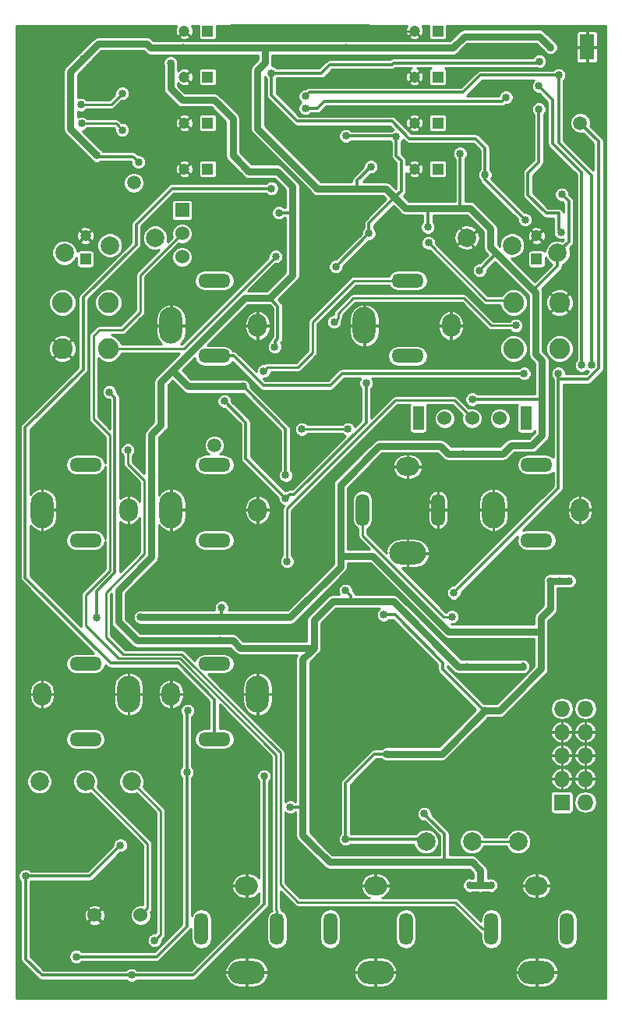
<source format=gtl>
G04 #@! TF.FileFunction,Copper,L1,Top,Signal*
%FSLAX46Y46*%
G04 Gerber Fmt 4.6, Leading zero omitted, Abs format (unit mm)*
G04 Created by KiCad (PCBNEW 4.0.2-stable) date 2017-03-21 6:39:37 PM*
%MOMM*%
G01*
G04 APERTURE LIST*
%ADD10C,0.100000*%
%ADD11C,1.998980*%
%ADD12O,4.000000X2.500000*%
%ADD13O,2.500000X2.000000*%
%ADD14O,1.500000X3.500000*%
%ADD15O,2.500000X4.000000*%
%ADD16O,2.000000X2.500000*%
%ADD17O,3.500000X1.500000*%
%ADD18R,1.200000X1.200000*%
%ADD19C,1.200000*%
%ADD20R,1.727200X1.727200*%
%ADD21O,1.727200X1.727200*%
%ADD22C,2.250000*%
%ADD23R,1.600000X2.800000*%
%ADD24C,1.524000*%
%ADD25R,1.200000X2.500000*%
%ADD26C,1.500000*%
%ADD27R,1.524000X1.524000*%
%ADD28C,0.850000*%
%ADD29C,0.250000*%
%ADD30C,0.350000*%
%ADD31C,0.800000*%
%ADD32C,0.254000*%
G04 APERTURE END LIST*
D10*
D11*
X114359238Y-49280570D03*
X119290666Y-50105808D03*
X109427810Y-48455332D03*
D12*
X103000000Y-82700000D03*
D13*
X103000000Y-73300000D03*
D14*
X98100000Y-78000000D03*
X106300000Y-78000000D03*
D15*
X86700000Y-98000000D03*
D16*
X77300000Y-98000000D03*
D17*
X82000000Y-102900000D03*
X82000000Y-94700000D03*
D18*
X68000000Y-50770000D03*
D19*
X68000000Y-48230000D03*
D18*
X117000000Y-50770000D03*
D19*
X117000000Y-48230000D03*
D18*
X81270000Y-26000000D03*
D19*
X78730000Y-26000000D03*
D18*
X81270000Y-31000000D03*
D19*
X78730000Y-31000000D03*
D18*
X81270000Y-36000000D03*
D19*
X78730000Y-36000000D03*
D18*
X81270000Y-41000000D03*
D19*
X78730000Y-41000000D03*
D18*
X106270000Y-26000000D03*
D19*
X103730000Y-26000000D03*
D18*
X106270000Y-31000000D03*
D19*
X103730000Y-31000000D03*
D18*
X106270000Y-36000000D03*
D19*
X103730000Y-36000000D03*
D18*
X106270000Y-41000000D03*
D19*
X103730000Y-41000000D03*
D15*
X98300000Y-58000000D03*
D16*
X107700000Y-58000000D03*
D17*
X103000000Y-53100000D03*
X103000000Y-61300000D03*
D15*
X72700000Y-98000000D03*
D16*
X63300000Y-98000000D03*
D17*
X68000000Y-102900000D03*
X68000000Y-94700000D03*
D15*
X112300000Y-78000000D03*
D16*
X121700000Y-78000000D03*
D17*
X117000000Y-73100000D03*
X117000000Y-81300000D03*
D15*
X77300000Y-78000000D03*
D16*
X86700000Y-78000000D03*
D17*
X82000000Y-73100000D03*
X82000000Y-81300000D03*
D15*
X77300000Y-58000000D03*
D16*
X86700000Y-58000000D03*
D17*
X82000000Y-53100000D03*
X82000000Y-61300000D03*
D15*
X63300000Y-78000000D03*
D16*
X72700000Y-78000000D03*
D17*
X68000000Y-73100000D03*
X68000000Y-81300000D03*
D12*
X85500000Y-128200000D03*
D13*
X85500000Y-118800000D03*
D14*
X80600000Y-123500000D03*
X88800000Y-123500000D03*
D12*
X99500000Y-128200000D03*
D13*
X99500000Y-118800000D03*
D14*
X94600000Y-123500000D03*
X102800000Y-123500000D03*
D12*
X117000000Y-128200000D03*
D13*
X117000000Y-118800000D03*
D14*
X112100000Y-123500000D03*
X120300000Y-123500000D03*
D20*
X119750000Y-109750000D03*
D21*
X122290000Y-109750000D03*
X119750000Y-107210000D03*
X122290000Y-107210000D03*
X119750000Y-104670000D03*
X122290000Y-104670000D03*
X119750000Y-102130000D03*
X122290000Y-102130000D03*
X119750000Y-99590000D03*
X122290000Y-99590000D03*
D22*
X65500000Y-55500000D03*
X70500000Y-55500000D03*
X70500000Y-60500000D03*
X65500000Y-60500000D03*
X119500000Y-60500000D03*
X114500000Y-60500000D03*
X114500000Y-55500000D03*
X119500000Y-55500000D03*
D23*
X122500000Y-27750000D03*
D24*
X74000000Y-122000000D03*
X69000000Y-122000000D03*
D11*
X110000000Y-114000000D03*
X115000000Y-114000000D03*
X105000000Y-114000000D03*
X70640762Y-49280570D03*
X75572190Y-48455332D03*
X65709334Y-50105808D03*
X68000000Y-107500000D03*
X63000000Y-107500000D03*
X73000000Y-107500000D03*
D24*
X107000000Y-68050000D03*
X110000000Y-68050000D03*
X113000000Y-68050000D03*
D25*
X104150000Y-68050000D03*
X115850000Y-68050000D03*
D26*
X121750000Y-36000000D03*
X73250000Y-42500000D03*
X82000000Y-71000000D03*
D27*
X78500000Y-45460000D03*
D24*
X78500000Y-48000000D03*
X78500000Y-50540000D03*
D28*
X63300000Y-42500000D03*
X74500000Y-68000000D03*
X94200000Y-61300000D03*
X81500000Y-114400000D03*
X92800000Y-105400000D03*
X103100000Y-102000000D03*
X94400000Y-83700000D03*
X115700000Y-51600000D03*
X109899776Y-42600576D03*
X96400000Y-41700000D03*
X95900000Y-34900000D03*
X98900000Y-31800000D03*
X100100000Y-34599994D03*
X65296917Y-36303739D03*
X70400000Y-31600000D03*
X103000000Y-57950000D03*
X83750000Y-44250000D03*
X83750000Y-48500000D03*
X116050000Y-107200000D03*
X116000000Y-104650000D03*
X115950000Y-102100000D03*
X120650000Y-70750000D03*
X76800000Y-108150000D03*
X81500000Y-108150000D03*
X72250000Y-68000000D03*
X121000000Y-38500000D03*
X90250000Y-87000000D03*
X68000000Y-78000000D03*
X124050020Y-65800000D03*
X104100000Y-43500000D03*
X96100000Y-45400000D03*
X73700000Y-36700000D03*
X67000000Y-27500000D03*
X93124998Y-29400000D03*
X86250000Y-85750000D03*
X114000000Y-38750000D03*
X111800000Y-28100000D03*
X89750000Y-94750000D03*
X105500000Y-94750000D03*
X95200000Y-51600000D03*
X110800001Y-51999999D03*
X71800000Y-114400000D03*
X118500010Y-27800000D03*
X78600000Y-27850900D03*
X109000000Y-71899100D03*
X108700000Y-39300000D03*
X74000000Y-89649996D03*
X111400000Y-99790000D03*
X110000000Y-66000000D03*
X98500000Y-64250000D03*
X61500000Y-117750000D03*
X89750000Y-76750000D03*
X83100000Y-66200000D03*
X82800000Y-88600000D03*
X119550000Y-85700000D03*
X120550000Y-85700000D03*
X118500000Y-85700000D03*
X87400000Y-106900000D03*
X96300000Y-37400000D03*
X69200000Y-89699998D03*
X70600000Y-65200000D03*
X107900000Y-27850900D03*
X96300000Y-27850900D03*
X98800000Y-48000000D03*
X93200000Y-43100000D03*
X105200000Y-47300000D03*
X101750000Y-37500000D03*
X99000000Y-40750000D03*
X87500000Y-29446400D03*
X73000000Y-128500000D03*
X96250000Y-113750000D03*
X100749996Y-104500000D03*
X100400000Y-89400000D03*
X119750000Y-43750000D03*
X67800000Y-29000000D03*
X73750000Y-40250000D03*
X69250000Y-39500000D03*
X76200000Y-68800000D03*
X104799998Y-111000000D03*
X111392881Y-41609980D03*
X89000000Y-45750000D03*
X88558904Y-60308904D03*
X85100000Y-64600000D03*
X89750000Y-74250000D03*
X67000000Y-126500000D03*
X115500000Y-94999988D03*
X109400000Y-95000000D03*
X92800000Y-93000000D03*
X82600000Y-92200000D03*
X79100000Y-99800000D03*
X112050000Y-118750000D03*
X109750000Y-118750000D03*
X110900000Y-118750000D03*
X79000010Y-106500000D03*
X90250000Y-110250000D03*
X96250000Y-86750000D03*
X115750000Y-46500000D03*
X88200000Y-30600000D03*
X117300000Y-29300000D03*
X85750000Y-41250000D03*
X77250000Y-29500000D03*
X107800000Y-89600004D03*
X88200000Y-43100000D03*
X72600000Y-71500000D03*
X95000000Y-57600000D03*
X114750000Y-58000000D03*
X119640668Y-47869855D03*
X117250000Y-34500000D03*
X72000000Y-36749980D03*
X67580068Y-36051170D03*
X67500000Y-33999980D03*
X72000000Y-32800000D03*
X87349969Y-62932001D03*
X91500000Y-69250000D03*
X96500000Y-69250000D03*
X89900004Y-83600000D03*
X115650000Y-63200000D03*
X119370380Y-63194070D03*
X108000000Y-87000000D03*
X121900000Y-62299988D03*
X117250000Y-32000000D03*
X119400000Y-30800000D03*
X122948969Y-62246786D03*
X91900000Y-33100000D03*
X113700000Y-33200000D03*
X91900000Y-34400000D03*
X75500000Y-124750000D03*
X88674980Y-50500000D03*
X105250000Y-49000000D03*
D29*
X81500000Y-108150000D02*
X81500000Y-114400000D01*
X100100006Y-34600000D02*
X100100000Y-34599994D01*
X100601040Y-34600000D02*
X100100006Y-34600000D01*
X101900000Y-34600000D02*
X100601040Y-34600000D01*
X103730000Y-36000000D02*
X102330000Y-34600000D01*
X102330000Y-34600000D02*
X100601040Y-34600000D01*
X83750000Y-48500000D02*
X83750000Y-44250000D01*
X116000000Y-104650000D02*
X116000000Y-107150000D01*
X116000000Y-107150000D02*
X116050000Y-107200000D01*
X119750000Y-102130000D02*
X115980000Y-102130000D01*
X115980000Y-102130000D02*
X115950000Y-102100000D01*
X82174999Y-26925001D02*
X82100000Y-27000000D01*
X82374999Y-26925001D02*
X82174999Y-26925001D01*
X83900000Y-25400000D02*
X82374999Y-26925001D01*
X99300000Y-26000000D02*
X98700000Y-25400000D01*
X82100000Y-27000000D02*
X79730000Y-27000000D01*
X98700000Y-25400000D02*
X83900000Y-25400000D01*
X79730000Y-27000000D02*
X78730000Y-26000000D01*
X103730000Y-26000000D02*
X99300000Y-26000000D01*
X103000000Y-74700000D02*
X105800000Y-77500000D01*
X103000000Y-73100000D02*
X103000000Y-74700000D01*
D30*
X98800000Y-48000000D02*
X95200000Y-51600000D01*
D31*
X117600000Y-65750000D02*
X117600000Y-61808996D01*
X117600000Y-61808996D02*
X116900000Y-61108996D01*
X116900000Y-61108996D02*
X116900000Y-54400000D01*
X116900000Y-54400000D02*
X116500000Y-54000000D01*
D30*
X111225000Y-51575000D02*
X110800001Y-51999999D01*
X112600000Y-50100000D02*
X112600000Y-50200000D01*
X112600000Y-50200000D02*
X111225000Y-51575000D01*
X100400000Y-89400000D02*
X101611040Y-89400000D01*
X106800000Y-94588960D02*
X106800000Y-95300000D01*
X106800000Y-95300000D02*
X111290000Y-99790000D01*
X101611040Y-89400000D02*
X106800000Y-94588960D01*
X111290000Y-99790000D02*
X111400000Y-99790000D01*
D31*
X111400000Y-99790000D02*
X110975001Y-100214999D01*
X110975001Y-100214999D02*
X110975001Y-100224999D01*
X102200000Y-104500000D02*
X100749996Y-104500000D01*
X110975001Y-100224999D02*
X106700000Y-104500000D01*
X106700000Y-104500000D02*
X102200000Y-104500000D01*
D30*
X73000000Y-128500000D02*
X79700000Y-128500000D01*
X79700000Y-128500000D02*
X87400000Y-120800000D01*
X87400000Y-120800000D02*
X87400000Y-107501040D01*
X87400000Y-107501040D02*
X87400000Y-106900000D01*
X71375001Y-114824999D02*
X71800000Y-114400000D01*
X68450000Y-117750000D02*
X71375001Y-114824999D01*
X61500000Y-117750000D02*
X68450000Y-117750000D01*
X96250000Y-113750000D02*
X96250000Y-107650000D01*
X96250000Y-107650000D02*
X99400000Y-104500000D01*
X99400000Y-104500000D02*
X100749996Y-104500000D01*
X96250000Y-113750000D02*
X104750000Y-113750000D01*
X104750000Y-113750000D02*
X105000000Y-114000000D01*
D31*
X118075011Y-27375001D02*
X118500010Y-27800000D01*
X109150900Y-26600000D02*
X117300010Y-26600000D01*
X117300010Y-26600000D02*
X118075011Y-27375001D01*
X107900000Y-27850900D02*
X109150900Y-26600000D01*
X75100900Y-27850900D02*
X78600000Y-27850900D01*
X78600000Y-27850900D02*
X87500000Y-27850900D01*
X107378500Y-71899100D02*
X109000000Y-71899100D01*
X109000000Y-71899100D02*
X110000000Y-71899100D01*
D30*
X108600000Y-45250000D02*
X108700000Y-45150000D01*
X108700000Y-45150000D02*
X108700000Y-39901040D01*
X108700000Y-39901040D02*
X108700000Y-39300000D01*
D31*
X67375001Y-29424999D02*
X67800000Y-29000000D01*
X66371918Y-30428082D02*
X67375001Y-29424999D01*
X66371918Y-36621918D02*
X66371918Y-30428082D01*
X69250000Y-39500000D02*
X66371918Y-36621918D01*
X110000000Y-71899100D02*
X113350900Y-71899100D01*
X113350900Y-71899100D02*
X114250000Y-71000000D01*
X114250000Y-71000000D02*
X116500000Y-71000000D01*
X116500000Y-71000000D02*
X117600000Y-69900000D01*
X117600000Y-69900000D02*
X117600000Y-65750000D01*
X112960000Y-99790000D02*
X114400000Y-98350000D01*
X114400000Y-98350000D02*
X117500000Y-95250000D01*
X111400000Y-99790000D02*
X112960000Y-99790000D01*
X117500000Y-95250000D02*
X117500000Y-91200000D01*
D30*
X69200000Y-86822168D02*
X69200000Y-89098958D01*
X70600000Y-65200000D02*
X71200011Y-65800011D01*
X71200011Y-65800011D02*
X71200011Y-84822157D01*
X69200000Y-89098958D02*
X69200000Y-89699998D01*
X71200011Y-84822157D02*
X69200000Y-86822168D01*
D31*
X90250000Y-89650000D02*
X82750000Y-89650000D01*
X82750000Y-89650000D02*
X74000000Y-89650000D01*
D30*
X82800000Y-88600000D02*
X82800000Y-89600000D01*
X82800000Y-89600000D02*
X82750000Y-89650000D01*
D31*
X95700000Y-83000000D02*
X95700000Y-84200000D01*
X95700000Y-84200000D02*
X90250000Y-89650000D01*
D30*
X110000000Y-66000000D02*
X117350000Y-66000000D01*
X117350000Y-66000000D02*
X117600000Y-65750000D01*
X90674999Y-76325001D02*
X98500000Y-68500000D01*
X98500000Y-68500000D02*
X98500000Y-64250000D01*
X90174999Y-76325001D02*
X90674999Y-76325001D01*
X89750000Y-76750000D02*
X90174999Y-76325001D01*
X73000000Y-128500000D02*
X63250000Y-128500000D01*
X63250000Y-128500000D02*
X61500000Y-126750000D01*
X61500000Y-126750000D02*
X61500000Y-126500000D01*
X61500000Y-126500000D02*
X61500000Y-117750000D01*
D31*
X95700000Y-83000000D02*
X95700000Y-75300000D01*
X95700000Y-75300000D02*
X99900000Y-71100000D01*
X99900000Y-71100000D02*
X106579400Y-71100000D01*
X106579400Y-71100000D02*
X107378500Y-71899100D01*
D30*
X83100000Y-66200000D02*
X85400008Y-68500008D01*
X85400008Y-68500008D02*
X85400008Y-72400008D01*
X85400008Y-72400008D02*
X89750000Y-76750000D01*
D31*
X99226570Y-83000000D02*
X95700000Y-83000000D01*
X107426570Y-91200000D02*
X99226570Y-83000000D01*
X117500000Y-91200000D02*
X107426570Y-91200000D01*
X118500000Y-85700000D02*
X120450000Y-85700000D01*
X120450000Y-85700000D02*
X120550000Y-85700000D01*
X117500000Y-91200000D02*
X117500000Y-89700000D01*
X117500000Y-89700000D02*
X118500000Y-88700000D01*
X118500000Y-88700000D02*
X118500000Y-85700000D01*
X97500000Y-27850900D02*
X107900000Y-27850900D01*
X71250000Y-27399100D02*
X74649100Y-27399100D01*
X74649100Y-27399100D02*
X75100900Y-27850900D01*
D30*
X70750000Y-39649100D02*
X73149100Y-39649100D01*
X73149100Y-39649100D02*
X73250000Y-39750000D01*
X73250000Y-39750000D02*
X73750000Y-40250000D01*
X70750000Y-39649100D02*
X69399100Y-39649100D01*
X69399100Y-39649100D02*
X69250000Y-39500000D01*
X97500000Y-37399100D02*
X96300900Y-37399100D01*
X96300900Y-37399100D02*
X96300000Y-37400000D01*
D31*
X87500000Y-29446400D02*
X87500000Y-27850900D01*
X86700000Y-36600000D02*
X86700000Y-30246400D01*
X86700000Y-30246400D02*
X87500000Y-29446400D01*
X93200000Y-43100000D02*
X86700000Y-36600000D01*
X97500000Y-43149100D02*
X93249100Y-43149100D01*
X93249100Y-43149100D02*
X93200000Y-43100000D01*
X105000000Y-45250000D02*
X108600000Y-45250000D01*
X108600000Y-45250000D02*
X109750000Y-45250000D01*
D30*
X101750000Y-37500000D02*
X101750000Y-39550000D01*
X102300000Y-40100000D02*
X102300000Y-43400000D01*
X101750000Y-39550000D02*
X102300000Y-40100000D01*
X102300000Y-43400000D02*
X101600000Y-44100000D01*
D31*
X109750000Y-45250000D02*
X112000000Y-47500000D01*
X112000000Y-47500000D02*
X112000000Y-49500000D01*
X112000000Y-49500000D02*
X112600000Y-50100000D01*
X91450900Y-27850900D02*
X96300000Y-27850900D01*
X97500000Y-27850900D02*
X96300000Y-27850900D01*
X87500000Y-27850900D02*
X91450900Y-27850900D01*
X100649100Y-43149100D02*
X101600000Y-44100000D01*
X101600000Y-44100000D02*
X102750000Y-45250000D01*
D30*
X98800000Y-48000000D02*
X98800000Y-46900000D01*
X98800000Y-46900000D02*
X101600000Y-44100000D01*
D31*
X97500000Y-43149100D02*
X100649100Y-43149100D01*
X102750000Y-45250000D02*
X105000000Y-45250000D01*
X112600000Y-50100000D02*
X116500000Y-54000000D01*
D30*
X105200000Y-47300000D02*
X105200000Y-45450000D01*
X105200000Y-45450000D02*
X105000000Y-45250000D01*
X97500000Y-37399100D02*
X101649100Y-37399100D01*
X101649100Y-37399100D02*
X101750000Y-37500000D01*
X99000000Y-40750000D02*
X97500000Y-42250000D01*
X97500000Y-42250000D02*
X97500000Y-43149100D01*
X120174999Y-44174999D02*
X119750000Y-43750000D01*
X120490688Y-44490688D02*
X120174999Y-44174999D01*
X120490688Y-48905786D02*
X120490688Y-44490688D01*
X119290666Y-50105808D02*
X120490688Y-48905786D01*
D31*
X71250000Y-27399100D02*
X69878500Y-27399100D01*
X69878500Y-27399100D02*
X69877600Y-27400000D01*
X69877600Y-27400000D02*
X69400000Y-27400000D01*
D30*
X119290666Y-50105808D02*
X119290666Y-51519300D01*
X119290666Y-51519300D02*
X116809966Y-54000000D01*
X116809966Y-54000000D02*
X116500000Y-54000000D01*
D31*
X69400000Y-27400000D02*
X68224999Y-28575001D01*
X68224999Y-28575001D02*
X67800000Y-29000000D01*
X75175001Y-69824999D02*
X75775001Y-69224999D01*
X75175001Y-83121030D02*
X75175001Y-69824999D01*
X73608996Y-92200000D02*
X71574998Y-90166002D01*
X71574998Y-86721033D02*
X75175001Y-83121030D01*
X82600000Y-92200000D02*
X73608996Y-92200000D01*
X76200000Y-68198960D02*
X76200000Y-68800000D01*
X75775001Y-69224999D02*
X76200000Y-68800000D01*
X77450000Y-62870087D02*
X76200000Y-64120087D01*
X76200000Y-64120087D02*
X76200000Y-68198960D01*
X71574998Y-90166002D02*
X71574998Y-86721033D01*
D30*
X67000000Y-126500000D02*
X75700000Y-126500000D01*
X79000010Y-123199990D02*
X79000010Y-107101040D01*
X75700000Y-126500000D02*
X79000010Y-123199990D01*
X79000010Y-107101040D02*
X79000010Y-106500000D01*
X105224997Y-111424999D02*
X104799998Y-111000000D01*
X107000000Y-113200002D02*
X105224997Y-111424999D01*
X107000000Y-116250000D02*
X107000000Y-113200002D01*
X88000000Y-55000000D02*
X88899100Y-55899100D01*
X88899100Y-55899100D02*
X88899100Y-59400900D01*
X88899100Y-59400900D02*
X88600000Y-59700000D01*
X88600000Y-59700000D02*
X88600000Y-60267808D01*
X88600000Y-60267808D02*
X88558904Y-60308904D01*
D31*
X91600900Y-108500000D02*
X91600900Y-94199100D01*
X91600900Y-94199100D02*
X92375001Y-93424999D01*
X92375001Y-93424999D02*
X92800000Y-93000000D01*
D30*
X88200000Y-30600000D02*
X88200000Y-33000000D01*
X88200000Y-33000000D02*
X91000000Y-35800000D01*
X91000000Y-35800000D02*
X101308004Y-35800000D01*
X110358004Y-37700000D02*
X111400000Y-38741996D01*
X101308004Y-35800000D02*
X103208004Y-37700000D01*
X103208004Y-37700000D02*
X110358004Y-37700000D01*
X111400000Y-38741996D02*
X111400000Y-41602861D01*
X111400000Y-41602861D02*
X111392881Y-41609980D01*
X111392881Y-42142881D02*
X111392881Y-41609980D01*
X115750000Y-46500000D02*
X111392881Y-42142881D01*
D31*
X85100000Y-64600000D02*
X79150000Y-64600000D01*
X79150000Y-64600000D02*
X78550000Y-64000000D01*
X78550000Y-64000000D02*
X78550000Y-63970087D01*
X78550000Y-63970087D02*
X77450000Y-62870087D01*
X90500000Y-52500000D02*
X90500000Y-45750000D01*
X90500000Y-45750000D02*
X90500000Y-42900000D01*
D30*
X89000000Y-45750000D02*
X90500000Y-45750000D01*
D31*
X88000000Y-55000000D02*
X90500000Y-52500000D01*
X90500000Y-42900000D02*
X88850000Y-41250000D01*
X88850000Y-41250000D02*
X85750000Y-41250000D01*
X96800000Y-87949100D02*
X101449100Y-87949100D01*
X101449100Y-87949100D02*
X108500000Y-95000000D01*
X108500000Y-95000000D02*
X108550000Y-95000000D01*
X108550000Y-95000000D02*
X109400000Y-95000000D01*
X77450000Y-62870087D02*
X85320087Y-55000000D01*
X85320087Y-55000000D02*
X88000000Y-55000000D01*
D30*
X89750000Y-69250000D02*
X85524999Y-65024999D01*
X89750000Y-74250000D02*
X89750000Y-69250000D01*
X85524999Y-65024999D02*
X85100000Y-64600000D01*
X115490000Y-94989988D02*
X115500000Y-94999988D01*
X115490000Y-94710000D02*
X115490000Y-94989988D01*
D31*
X115499988Y-95000000D02*
X115500000Y-94999988D01*
X109400000Y-95000000D02*
X115499988Y-95000000D01*
X92800000Y-93000000D02*
X84800000Y-93000000D01*
X84800000Y-93000000D02*
X84000000Y-92200000D01*
X84000000Y-92200000D02*
X82600000Y-92200000D01*
X92800000Y-93000000D02*
X92800000Y-90000000D01*
X92800000Y-90000000D02*
X94850900Y-87949100D01*
X94850900Y-87949100D02*
X96800000Y-87949100D01*
D30*
X79000010Y-99899990D02*
X79100000Y-99800000D01*
X79000010Y-106500000D02*
X79000010Y-99899990D01*
D31*
X110900000Y-118750000D02*
X112050000Y-118750000D01*
X110900000Y-118750000D02*
X109750000Y-118750000D01*
X110900000Y-117700000D02*
X110900000Y-118750000D01*
X110900000Y-117700000D02*
X110900000Y-117150000D01*
X110900000Y-117150000D02*
X110000000Y-116250000D01*
X110000000Y-116250000D02*
X107000000Y-116250000D01*
D30*
X93600000Y-30600000D02*
X94550900Y-29649100D01*
X88200000Y-30600000D02*
X93600000Y-30600000D01*
X94550900Y-29649100D02*
X101300000Y-29649100D01*
X101300000Y-29649100D02*
X101449100Y-29500000D01*
X101449100Y-29500000D02*
X117100000Y-29500000D01*
X117100000Y-29500000D02*
X117300000Y-29300000D01*
D31*
X92750000Y-114500000D02*
X91600900Y-113350900D01*
X91600900Y-113350900D02*
X91600900Y-110250000D01*
X91600900Y-110250000D02*
X91600900Y-108500000D01*
D30*
X90250000Y-110250000D02*
X91600900Y-110250000D01*
X96800000Y-87949100D02*
X96800000Y-87300000D01*
X96800000Y-87300000D02*
X96250000Y-86750000D01*
D31*
X107000000Y-116250000D02*
X94500000Y-116250000D01*
X94500000Y-116250000D02*
X92750000Y-114500000D01*
X85750000Y-41250000D02*
X84000000Y-39500000D01*
X82000000Y-33500000D02*
X78500000Y-33500000D01*
X84000000Y-39500000D02*
X84000000Y-35500000D01*
X84000000Y-35500000D02*
X82000000Y-33500000D01*
X78500000Y-33500000D02*
X77250000Y-32250000D01*
X77250000Y-32250000D02*
X77250000Y-30101040D01*
X77250000Y-30101040D02*
X77250000Y-29500000D01*
D29*
X107198960Y-89600004D02*
X107800000Y-89600004D01*
X106922604Y-89600004D02*
X107198960Y-89600004D01*
X98100000Y-80777400D02*
X106922604Y-89600004D01*
X98100000Y-78000000D02*
X98100000Y-80777400D01*
X110000000Y-114000000D02*
X115000000Y-114000000D01*
D30*
X88200000Y-43100000D02*
X77400000Y-43100000D01*
X67750000Y-54950000D02*
X67750000Y-62750000D01*
X61450000Y-85350000D02*
X70750022Y-94650022D01*
X77400000Y-43100000D02*
X73500000Y-47000000D01*
X73500000Y-49200000D02*
X67750000Y-54950000D01*
X73500000Y-47000000D02*
X73500000Y-49200000D01*
X67750000Y-62750000D02*
X61450000Y-69050000D01*
X61450000Y-69050000D02*
X61450000Y-85350000D01*
X70750022Y-94650022D02*
X78086197Y-94650022D01*
X78086197Y-94650022D02*
X82000000Y-98563825D01*
X82000000Y-98563825D02*
X82000000Y-101800000D01*
X82000000Y-101800000D02*
X82000000Y-102900000D01*
D29*
X72600000Y-71500000D02*
X72600000Y-73000000D01*
X72600000Y-73000000D02*
X74400000Y-74800000D01*
X74400000Y-74800000D02*
X74400000Y-82800000D01*
X91100000Y-120600000D02*
X108200000Y-120600000D01*
X74400000Y-82800000D02*
X70200000Y-87000000D01*
X70200000Y-87000000D02*
X70200000Y-91800000D01*
X72100000Y-93700000D02*
X78479707Y-93700000D01*
X78479707Y-93700000D02*
X89167699Y-104387992D01*
X70200000Y-91800000D02*
X72100000Y-93700000D01*
X89167699Y-104387992D02*
X89167699Y-118667699D01*
X89167699Y-118667699D02*
X91100000Y-120600000D01*
X108200000Y-120600000D02*
X111100000Y-123500000D01*
X111100000Y-123500000D02*
X112100000Y-123500000D01*
X74000000Y-122000000D02*
X74761999Y-121238001D01*
X74761999Y-121238001D02*
X74761999Y-114261999D01*
X74761999Y-114261999D02*
X68000000Y-107500000D01*
X114750000Y-58000000D02*
X112100000Y-58000000D01*
X112100000Y-58000000D02*
X109100000Y-55000000D01*
X109100000Y-55000000D02*
X97100000Y-55000000D01*
X97100000Y-55000000D02*
X95424999Y-56675001D01*
X95424999Y-56675001D02*
X95424999Y-57175001D01*
X95424999Y-57175001D02*
X95000000Y-57600000D01*
D30*
X117250000Y-34500000D02*
X117250000Y-40250000D01*
X117250000Y-40250000D02*
X116050000Y-41450000D01*
X116050000Y-41450000D02*
X116050000Y-43800000D01*
X116050000Y-43800000D02*
X118050000Y-45800000D01*
X118050000Y-45800000D02*
X119400000Y-45800000D01*
X119400000Y-45800000D02*
X119400000Y-47629187D01*
X119400000Y-47629187D02*
X119640668Y-47869855D01*
D29*
X71575001Y-36324981D02*
X72000000Y-36749980D01*
X71301190Y-36051170D02*
X71575001Y-36324981D01*
X67580068Y-36051170D02*
X71301190Y-36051170D01*
X72000000Y-32800000D02*
X70800020Y-33999980D01*
X70800020Y-33999980D02*
X68101040Y-33999980D01*
X68101040Y-33999980D02*
X67500000Y-33999980D01*
X92700000Y-60900000D02*
X92700000Y-57581970D01*
X92700000Y-57581970D02*
X97181970Y-53100000D01*
X91092998Y-62507002D02*
X92700000Y-60900000D01*
X87774968Y-62507002D02*
X91092998Y-62507002D01*
X103000000Y-53100000D02*
X97181970Y-53100000D01*
X87774968Y-62507002D02*
X87349969Y-62932001D01*
X96500000Y-69250000D02*
X91500000Y-69250000D01*
X89900004Y-82998960D02*
X89900004Y-83600000D01*
X89900004Y-77877828D02*
X89900004Y-82998960D01*
X108050000Y-66100000D02*
X101677832Y-66100000D01*
X110000000Y-68050000D02*
X108050000Y-66100000D01*
X101677832Y-66100000D02*
X89900004Y-77877828D01*
D30*
X115048960Y-63200000D02*
X115650000Y-63200000D01*
X95900000Y-63200000D02*
X115048960Y-63200000D01*
X94600000Y-64500000D02*
X95900000Y-63200000D01*
X87300000Y-64500000D02*
X94600000Y-64500000D01*
X82000000Y-61300000D02*
X84100000Y-61300000D01*
X84100000Y-61300000D02*
X87300000Y-64500000D01*
X122584327Y-63795110D02*
X119370380Y-63795110D01*
X119370380Y-75629620D02*
X119370380Y-63795110D01*
X108000000Y-87000000D02*
X119370380Y-75629620D01*
X123748970Y-62630467D02*
X122584327Y-63795110D01*
X123748970Y-37998970D02*
X123748970Y-62630467D01*
X119370380Y-63795110D02*
X119370380Y-63194070D01*
X121750000Y-36000000D02*
X123748970Y-37998970D01*
X121900000Y-61698948D02*
X121900000Y-62299988D01*
X121900000Y-41400000D02*
X121900000Y-61698948D01*
X118750000Y-38250000D02*
X121900000Y-41400000D01*
X118750000Y-33500000D02*
X118750000Y-38250000D01*
X117250000Y-32000000D02*
X118750000Y-33500000D01*
X119400000Y-38122168D02*
X119400000Y-31401040D01*
X122948969Y-41671137D02*
X119400000Y-38122168D01*
X122948969Y-62246786D02*
X122948969Y-41671137D01*
X110900000Y-30800000D02*
X118798960Y-30800000D01*
X109024999Y-32675001D02*
X110900000Y-30800000D01*
X118798960Y-30800000D02*
X119400000Y-30800000D01*
X92324999Y-32675001D02*
X109024999Y-32675001D01*
X91900000Y-33100000D02*
X92324999Y-32675001D01*
X119400000Y-31401040D02*
X119400000Y-30800000D01*
X93200000Y-34400000D02*
X93975001Y-33624999D01*
X91900000Y-34400000D02*
X93200000Y-34400000D01*
X93975001Y-33624999D02*
X113275001Y-33624999D01*
X113275001Y-33624999D02*
X113700000Y-33200000D01*
D29*
X73000000Y-107500000D02*
X76200000Y-110700000D01*
X76200000Y-110700000D02*
X76200000Y-124050000D01*
X76200000Y-124050000D02*
X75500000Y-124750000D01*
X88249981Y-50924999D02*
X88674980Y-50500000D01*
X70500000Y-60500000D02*
X78674980Y-60500000D01*
X78674980Y-60500000D02*
X88249981Y-50924999D01*
X114500000Y-55500000D02*
X114250000Y-55250000D01*
X114250000Y-55250000D02*
X111500000Y-55250000D01*
X111500000Y-55250000D02*
X105250000Y-49000000D01*
X74000000Y-52500000D02*
X74000000Y-56500000D01*
X74000000Y-56500000D02*
X72000000Y-58500000D01*
X78500000Y-48000000D02*
X74000000Y-52500000D01*
X78293308Y-94150011D02*
X71613601Y-94150011D01*
X69500000Y-58500000D02*
X72000000Y-58500000D01*
X68853998Y-59146002D02*
X69500000Y-58500000D01*
X88800000Y-123500000D02*
X88800000Y-121500000D01*
X88800000Y-121500000D02*
X88717688Y-121417688D01*
X71613601Y-94150011D02*
X68000000Y-90536410D01*
X88717688Y-121417688D02*
X88717688Y-104574391D01*
X88717688Y-104574391D02*
X78293308Y-94150011D01*
X68000000Y-87244335D02*
X70650000Y-84594335D01*
X68000000Y-90536410D02*
X68000000Y-87244335D01*
X68853998Y-68103998D02*
X68853998Y-59146002D01*
X70650000Y-84594335D02*
X70650000Y-69900000D01*
X70650000Y-69900000D02*
X68853998Y-68103998D01*
D32*
G36*
X77751802Y-25791277D02*
X77746388Y-26181505D01*
X77890720Y-26544101D01*
X77906138Y-26567175D01*
X78072382Y-26621697D01*
X78694079Y-26000000D01*
X78679937Y-25985858D01*
X78715858Y-25949937D01*
X78730000Y-25964079D01*
X78744143Y-25949937D01*
X78780064Y-25985858D01*
X78765921Y-26000000D01*
X79387618Y-26621697D01*
X79553862Y-26567175D01*
X79708198Y-26208723D01*
X79713612Y-25818495D01*
X79569320Y-25456000D01*
X80281536Y-25456000D01*
X80281536Y-26600000D01*
X80308103Y-26741190D01*
X80391546Y-26870865D01*
X80518866Y-26957859D01*
X80670000Y-26988464D01*
X81870000Y-26988464D01*
X82011190Y-26961897D01*
X82140865Y-26878454D01*
X82227859Y-26751134D01*
X82246796Y-26657618D01*
X103108303Y-26657618D01*
X103162825Y-26823862D01*
X103521277Y-26978198D01*
X103911505Y-26983612D01*
X104274101Y-26839280D01*
X104297175Y-26823862D01*
X104351697Y-26657618D01*
X103730000Y-26035921D01*
X103108303Y-26657618D01*
X82246796Y-26657618D01*
X82258464Y-26600000D01*
X82258464Y-25456000D01*
X102896160Y-25456000D01*
X102751802Y-25791277D01*
X102746388Y-26181505D01*
X102890720Y-26544101D01*
X102906138Y-26567175D01*
X103072382Y-26621697D01*
X103694079Y-26000000D01*
X103679937Y-25985858D01*
X103715858Y-25949937D01*
X103730000Y-25964079D01*
X103744143Y-25949937D01*
X103780064Y-25985858D01*
X103765921Y-26000000D01*
X104387618Y-26621697D01*
X104553862Y-26567175D01*
X104708198Y-26208723D01*
X104713612Y-25818495D01*
X104569320Y-25456000D01*
X105281536Y-25456000D01*
X105281536Y-26600000D01*
X105308103Y-26741190D01*
X105391546Y-26870865D01*
X105518866Y-26957859D01*
X105670000Y-26988464D01*
X106870000Y-26988464D01*
X107011190Y-26961897D01*
X107140865Y-26878454D01*
X107227859Y-26751134D01*
X107258464Y-26600000D01*
X107258464Y-25456000D01*
X124544000Y-25456000D01*
X124544000Y-131044000D01*
X60456000Y-131044000D01*
X60456000Y-117909620D01*
X60693861Y-117909620D01*
X60816308Y-118205966D01*
X60944000Y-118333881D01*
X60944000Y-126750000D01*
X60972475Y-126893151D01*
X60986323Y-126962772D01*
X61106849Y-127143151D01*
X62856849Y-128893152D01*
X63037228Y-129013677D01*
X63250000Y-129056000D01*
X72416168Y-129056000D01*
X72542842Y-129182895D01*
X72838973Y-129305859D01*
X73159620Y-129306139D01*
X73455966Y-129183692D01*
X73583881Y-129056000D01*
X79700000Y-129056000D01*
X79912772Y-129013677D01*
X80093151Y-128893151D01*
X80506101Y-128480201D01*
X83143249Y-128480201D01*
X83233433Y-128800690D01*
X83578749Y-129335330D01*
X84102377Y-129697127D01*
X84724600Y-129831000D01*
X85474600Y-129831000D01*
X85474600Y-128225400D01*
X85525400Y-128225400D01*
X85525400Y-129831000D01*
X86275400Y-129831000D01*
X86897623Y-129697127D01*
X87421251Y-129335330D01*
X87766567Y-128800690D01*
X87856751Y-128480201D01*
X97143249Y-128480201D01*
X97233433Y-128800690D01*
X97578749Y-129335330D01*
X98102377Y-129697127D01*
X98724600Y-129831000D01*
X99474600Y-129831000D01*
X99474600Y-128225400D01*
X99525400Y-128225400D01*
X99525400Y-129831000D01*
X100275400Y-129831000D01*
X100897623Y-129697127D01*
X101421251Y-129335330D01*
X101766567Y-128800690D01*
X101856751Y-128480201D01*
X114643249Y-128480201D01*
X114733433Y-128800690D01*
X115078749Y-129335330D01*
X115602377Y-129697127D01*
X116224600Y-129831000D01*
X116974600Y-129831000D01*
X116974600Y-128225400D01*
X117025400Y-128225400D01*
X117025400Y-129831000D01*
X117775400Y-129831000D01*
X118397623Y-129697127D01*
X118921251Y-129335330D01*
X119266567Y-128800690D01*
X119356751Y-128480201D01*
X119285540Y-128225400D01*
X117025400Y-128225400D01*
X116974600Y-128225400D01*
X114714460Y-128225400D01*
X114643249Y-128480201D01*
X101856751Y-128480201D01*
X101785540Y-128225400D01*
X99525400Y-128225400D01*
X99474600Y-128225400D01*
X97214460Y-128225400D01*
X97143249Y-128480201D01*
X87856751Y-128480201D01*
X87785540Y-128225400D01*
X85525400Y-128225400D01*
X85474600Y-128225400D01*
X83214460Y-128225400D01*
X83143249Y-128480201D01*
X80506101Y-128480201D01*
X81066503Y-127919799D01*
X83143249Y-127919799D01*
X83214460Y-128174600D01*
X85474600Y-128174600D01*
X85474600Y-126569000D01*
X85525400Y-126569000D01*
X85525400Y-128174600D01*
X87785540Y-128174600D01*
X87856751Y-127919799D01*
X97143249Y-127919799D01*
X97214460Y-128174600D01*
X99474600Y-128174600D01*
X99474600Y-126569000D01*
X99525400Y-126569000D01*
X99525400Y-128174600D01*
X101785540Y-128174600D01*
X101856751Y-127919799D01*
X114643249Y-127919799D01*
X114714460Y-128174600D01*
X116974600Y-128174600D01*
X116974600Y-126569000D01*
X117025400Y-126569000D01*
X117025400Y-128174600D01*
X119285540Y-128174600D01*
X119356751Y-127919799D01*
X119266567Y-127599310D01*
X118921251Y-127064670D01*
X118397623Y-126702873D01*
X117775400Y-126569000D01*
X117025400Y-126569000D01*
X116974600Y-126569000D01*
X116224600Y-126569000D01*
X115602377Y-126702873D01*
X115078749Y-127064670D01*
X114733433Y-127599310D01*
X114643249Y-127919799D01*
X101856751Y-127919799D01*
X101766567Y-127599310D01*
X101421251Y-127064670D01*
X100897623Y-126702873D01*
X100275400Y-126569000D01*
X99525400Y-126569000D01*
X99474600Y-126569000D01*
X98724600Y-126569000D01*
X98102377Y-126702873D01*
X97578749Y-127064670D01*
X97233433Y-127599310D01*
X97143249Y-127919799D01*
X87856751Y-127919799D01*
X87766567Y-127599310D01*
X87421251Y-127064670D01*
X86897623Y-126702873D01*
X86275400Y-126569000D01*
X85525400Y-126569000D01*
X85474600Y-126569000D01*
X84724600Y-126569000D01*
X84102377Y-126702873D01*
X83578749Y-127064670D01*
X83233433Y-127599310D01*
X83143249Y-127919799D01*
X81066503Y-127919799D01*
X87793151Y-121193152D01*
X87913677Y-121012772D01*
X87926122Y-120950205D01*
X87956000Y-120800000D01*
X87956000Y-107483832D01*
X88082895Y-107357158D01*
X88205859Y-107061027D01*
X88206139Y-106740380D01*
X88083692Y-106444034D01*
X87857158Y-106217105D01*
X87561027Y-106094141D01*
X87240380Y-106093861D01*
X86944034Y-106216308D01*
X86717105Y-106442842D01*
X86594141Y-106738973D01*
X86593861Y-107059620D01*
X86716308Y-107355966D01*
X86844000Y-107483881D01*
X86844000Y-117996495D01*
X86744474Y-117841446D01*
X86301952Y-117533843D01*
X85775400Y-117419000D01*
X85525400Y-117419000D01*
X85525400Y-118774600D01*
X85545400Y-118774600D01*
X85545400Y-118825400D01*
X85525400Y-118825400D01*
X85525400Y-120181000D01*
X85775400Y-120181000D01*
X86301952Y-120066157D01*
X86744474Y-119758554D01*
X86844000Y-119603505D01*
X86844000Y-120569697D01*
X79469698Y-127944000D01*
X73583832Y-127944000D01*
X73457158Y-127817105D01*
X73161027Y-127694141D01*
X72840380Y-127693861D01*
X72544034Y-127816308D01*
X72416119Y-127944000D01*
X63480303Y-127944000D01*
X62195923Y-126659620D01*
X66193861Y-126659620D01*
X66316308Y-126955966D01*
X66542842Y-127182895D01*
X66838973Y-127305859D01*
X67159620Y-127306139D01*
X67455966Y-127183692D01*
X67583881Y-127056000D01*
X75700000Y-127056000D01*
X75912772Y-127013677D01*
X76093151Y-126893151D01*
X79393161Y-123593141D01*
X79469000Y-123479640D01*
X79469000Y-124541749D01*
X79555092Y-124974564D01*
X79800262Y-125341487D01*
X80167185Y-125586657D01*
X80600000Y-125672749D01*
X81032815Y-125586657D01*
X81399738Y-125341487D01*
X81644908Y-124974564D01*
X81731000Y-124541749D01*
X81731000Y-122458251D01*
X81644908Y-122025436D01*
X81399738Y-121658513D01*
X81032815Y-121413343D01*
X80600000Y-121327251D01*
X80167185Y-121413343D01*
X79800262Y-121658513D01*
X79556010Y-122024062D01*
X79556010Y-119041087D01*
X83890207Y-119041087D01*
X83964403Y-119305020D01*
X84255526Y-119758554D01*
X84698048Y-120066157D01*
X85224600Y-120181000D01*
X85474600Y-120181000D01*
X85474600Y-118825400D01*
X83964501Y-118825400D01*
X83890207Y-119041087D01*
X79556010Y-119041087D01*
X79556010Y-118558913D01*
X83890207Y-118558913D01*
X83964501Y-118774600D01*
X85474600Y-118774600D01*
X85474600Y-117419000D01*
X85224600Y-117419000D01*
X84698048Y-117533843D01*
X84255526Y-117841446D01*
X83964403Y-118294980D01*
X83890207Y-118558913D01*
X79556010Y-118558913D01*
X79556010Y-107083832D01*
X79682905Y-106957158D01*
X79805869Y-106661027D01*
X79806149Y-106340380D01*
X79683702Y-106044034D01*
X79556010Y-105916119D01*
X79556010Y-100483648D01*
X79782895Y-100257158D01*
X79905859Y-99961027D01*
X79906139Y-99640380D01*
X79783692Y-99344034D01*
X79557158Y-99117105D01*
X79261027Y-98994141D01*
X78940380Y-98993861D01*
X78644034Y-99116308D01*
X78417105Y-99342842D01*
X78294141Y-99638973D01*
X78293861Y-99959620D01*
X78416308Y-100255966D01*
X78444010Y-100283716D01*
X78444010Y-105916168D01*
X78317115Y-106042842D01*
X78194151Y-106338973D01*
X78193871Y-106659620D01*
X78316318Y-106955966D01*
X78444010Y-107083881D01*
X78444010Y-122969688D01*
X75469698Y-125944000D01*
X67583832Y-125944000D01*
X67457158Y-125817105D01*
X67161027Y-125694141D01*
X66840380Y-125693861D01*
X66544034Y-125816308D01*
X66317105Y-126042842D01*
X66194141Y-126338973D01*
X66193861Y-126659620D01*
X62195923Y-126659620D01*
X62056000Y-126519698D01*
X62056000Y-122774453D01*
X68261468Y-122774453D01*
X68335711Y-122957529D01*
X68752708Y-123138853D01*
X69207352Y-123146799D01*
X69630429Y-122980154D01*
X69664289Y-122957529D01*
X69738532Y-122774453D01*
X69000000Y-122035921D01*
X68261468Y-122774453D01*
X62056000Y-122774453D01*
X62056000Y-122207352D01*
X67853201Y-122207352D01*
X68019846Y-122630429D01*
X68042471Y-122664289D01*
X68225547Y-122738532D01*
X68964079Y-122000000D01*
X69035921Y-122000000D01*
X69774453Y-122738532D01*
X69957529Y-122664289D01*
X70138853Y-122247292D01*
X70146799Y-121792648D01*
X69980154Y-121369571D01*
X69957529Y-121335711D01*
X69774453Y-121261468D01*
X69035921Y-122000000D01*
X68964079Y-122000000D01*
X68225547Y-121261468D01*
X68042471Y-121335711D01*
X67861147Y-121752708D01*
X67853201Y-122207352D01*
X62056000Y-122207352D01*
X62056000Y-121225547D01*
X68261468Y-121225547D01*
X69000000Y-121964079D01*
X69738532Y-121225547D01*
X69664289Y-121042471D01*
X69247292Y-120861147D01*
X68792648Y-120853201D01*
X68369571Y-121019846D01*
X68335711Y-121042471D01*
X68261468Y-121225547D01*
X62056000Y-121225547D01*
X62056000Y-118333832D01*
X62083881Y-118306000D01*
X68450000Y-118306000D01*
X68662772Y-118263677D01*
X68843151Y-118143151D01*
X71780320Y-115205982D01*
X71959620Y-115206139D01*
X72255966Y-115083692D01*
X72482895Y-114857158D01*
X72605859Y-114561027D01*
X72606139Y-114240380D01*
X72483692Y-113944034D01*
X72257158Y-113717105D01*
X71961027Y-113594141D01*
X71640380Y-113593861D01*
X71344034Y-113716308D01*
X71117105Y-113942842D01*
X70994141Y-114238973D01*
X70993983Y-114419715D01*
X68219698Y-117194000D01*
X62083832Y-117194000D01*
X61957158Y-117067105D01*
X61661027Y-116944141D01*
X61340380Y-116943861D01*
X61044034Y-117066308D01*
X60817105Y-117292842D01*
X60694141Y-117588973D01*
X60693861Y-117909620D01*
X60456000Y-117909620D01*
X60456000Y-107773392D01*
X61619271Y-107773392D01*
X61828995Y-108280963D01*
X62216994Y-108669640D01*
X62724199Y-108880249D01*
X63273392Y-108880729D01*
X63780963Y-108671005D01*
X64169640Y-108283006D01*
X64380249Y-107775801D01*
X64380251Y-107773392D01*
X66619271Y-107773392D01*
X66828995Y-108280963D01*
X67216994Y-108669640D01*
X67724199Y-108880249D01*
X68273392Y-108880729D01*
X68550598Y-108766190D01*
X74255999Y-114471591D01*
X74255999Y-120868678D01*
X74228354Y-120857199D01*
X73773641Y-120856802D01*
X73353388Y-121030446D01*
X73031577Y-121351697D01*
X72857199Y-121771646D01*
X72856802Y-122226359D01*
X73030446Y-122646612D01*
X73351697Y-122968423D01*
X73771646Y-123142801D01*
X74226359Y-123143198D01*
X74646612Y-122969554D01*
X74968423Y-122648303D01*
X75142801Y-122228354D01*
X75143198Y-121773641D01*
X75084357Y-121631235D01*
X75119795Y-121595797D01*
X75229482Y-121431639D01*
X75267999Y-121238001D01*
X75267999Y-114261999D01*
X75229482Y-114068361D01*
X75119795Y-113904203D01*
X69266157Y-108050565D01*
X69380249Y-107775801D01*
X69380251Y-107773392D01*
X71619271Y-107773392D01*
X71828995Y-108280963D01*
X72216994Y-108669640D01*
X72724199Y-108880249D01*
X73273392Y-108880729D01*
X73550598Y-108766190D01*
X75694000Y-110909592D01*
X75694000Y-123840408D01*
X75590329Y-123944079D01*
X75340380Y-123943861D01*
X75044034Y-124066308D01*
X74817105Y-124292842D01*
X74694141Y-124588973D01*
X74693861Y-124909620D01*
X74816308Y-125205966D01*
X75042842Y-125432895D01*
X75338973Y-125555859D01*
X75659620Y-125556139D01*
X75955966Y-125433692D01*
X76182895Y-125207158D01*
X76305859Y-124911027D01*
X76306079Y-124659513D01*
X76557796Y-124407796D01*
X76667483Y-124243638D01*
X76706000Y-124050000D01*
X76706000Y-110700000D01*
X76667483Y-110506362D01*
X76557796Y-110342204D01*
X74266157Y-108050565D01*
X74380249Y-107775801D01*
X74380729Y-107226608D01*
X74171005Y-106719037D01*
X73783006Y-106330360D01*
X73275801Y-106119751D01*
X72726608Y-106119271D01*
X72219037Y-106328995D01*
X71830360Y-106716994D01*
X71619751Y-107224199D01*
X71619271Y-107773392D01*
X69380251Y-107773392D01*
X69380729Y-107226608D01*
X69171005Y-106719037D01*
X68783006Y-106330360D01*
X68275801Y-106119751D01*
X67726608Y-106119271D01*
X67219037Y-106328995D01*
X66830360Y-106716994D01*
X66619751Y-107224199D01*
X66619271Y-107773392D01*
X64380251Y-107773392D01*
X64380729Y-107226608D01*
X64171005Y-106719037D01*
X63783006Y-106330360D01*
X63275801Y-106119751D01*
X62726608Y-106119271D01*
X62219037Y-106328995D01*
X61830360Y-106716994D01*
X61619751Y-107224199D01*
X61619271Y-107773392D01*
X60456000Y-107773392D01*
X60456000Y-102900000D01*
X65827251Y-102900000D01*
X65913343Y-103332815D01*
X66158513Y-103699738D01*
X66525436Y-103944908D01*
X66958251Y-104031000D01*
X69041749Y-104031000D01*
X69474564Y-103944908D01*
X69841487Y-103699738D01*
X70086657Y-103332815D01*
X70172749Y-102900000D01*
X70086657Y-102467185D01*
X69841487Y-102100262D01*
X69474564Y-101855092D01*
X69041749Y-101769000D01*
X66958251Y-101769000D01*
X66525436Y-101855092D01*
X66158513Y-102100262D01*
X65913343Y-102467185D01*
X65827251Y-102900000D01*
X60456000Y-102900000D01*
X60456000Y-98025400D01*
X61919000Y-98025400D01*
X61919000Y-98275400D01*
X62033843Y-98801952D01*
X62341446Y-99244474D01*
X62794980Y-99535597D01*
X63058913Y-99609793D01*
X63274600Y-99535499D01*
X63274600Y-98025400D01*
X63325400Y-98025400D01*
X63325400Y-99535499D01*
X63541087Y-99609793D01*
X63805020Y-99535597D01*
X64258554Y-99244474D01*
X64566157Y-98801952D01*
X64681000Y-98275400D01*
X64681000Y-98025400D01*
X71069000Y-98025400D01*
X71069000Y-98775400D01*
X71202873Y-99397623D01*
X71564670Y-99921251D01*
X72099310Y-100266567D01*
X72419799Y-100356751D01*
X72674600Y-100285540D01*
X72674600Y-98025400D01*
X72725400Y-98025400D01*
X72725400Y-100285540D01*
X72980201Y-100356751D01*
X73300690Y-100266567D01*
X73835330Y-99921251D01*
X74197127Y-99397623D01*
X74331000Y-98775400D01*
X74331000Y-98025400D01*
X75919000Y-98025400D01*
X75919000Y-98275400D01*
X76033843Y-98801952D01*
X76341446Y-99244474D01*
X76794980Y-99535597D01*
X77058913Y-99609793D01*
X77274600Y-99535499D01*
X77274600Y-98025400D01*
X77325400Y-98025400D01*
X77325400Y-99535499D01*
X77541087Y-99609793D01*
X77805020Y-99535597D01*
X78258554Y-99244474D01*
X78566157Y-98801952D01*
X78681000Y-98275400D01*
X78681000Y-98025400D01*
X77325400Y-98025400D01*
X77274600Y-98025400D01*
X75919000Y-98025400D01*
X74331000Y-98025400D01*
X72725400Y-98025400D01*
X72674600Y-98025400D01*
X71069000Y-98025400D01*
X64681000Y-98025400D01*
X63325400Y-98025400D01*
X63274600Y-98025400D01*
X61919000Y-98025400D01*
X60456000Y-98025400D01*
X60456000Y-97724600D01*
X61919000Y-97724600D01*
X61919000Y-97974600D01*
X63274600Y-97974600D01*
X63274600Y-96464501D01*
X63325400Y-96464501D01*
X63325400Y-97974600D01*
X64681000Y-97974600D01*
X64681000Y-97724600D01*
X64571949Y-97224600D01*
X71069000Y-97224600D01*
X71069000Y-97974600D01*
X72674600Y-97974600D01*
X72674600Y-95714460D01*
X72725400Y-95714460D01*
X72725400Y-97974600D01*
X74331000Y-97974600D01*
X74331000Y-97724600D01*
X75919000Y-97724600D01*
X75919000Y-97974600D01*
X77274600Y-97974600D01*
X77274600Y-96464501D01*
X77325400Y-96464501D01*
X77325400Y-97974600D01*
X78681000Y-97974600D01*
X78681000Y-97724600D01*
X78566157Y-97198048D01*
X78258554Y-96755526D01*
X77805020Y-96464403D01*
X77541087Y-96390207D01*
X77325400Y-96464501D01*
X77274600Y-96464501D01*
X77058913Y-96390207D01*
X76794980Y-96464403D01*
X76341446Y-96755526D01*
X76033843Y-97198048D01*
X75919000Y-97724600D01*
X74331000Y-97724600D01*
X74331000Y-97224600D01*
X74197127Y-96602377D01*
X73835330Y-96078749D01*
X73300690Y-95733433D01*
X72980201Y-95643249D01*
X72725400Y-95714460D01*
X72674600Y-95714460D01*
X72419799Y-95643249D01*
X72099310Y-95733433D01*
X71564670Y-96078749D01*
X71202873Y-96602377D01*
X71069000Y-97224600D01*
X64571949Y-97224600D01*
X64566157Y-97198048D01*
X64258554Y-96755526D01*
X63805020Y-96464403D01*
X63541087Y-96390207D01*
X63325400Y-96464501D01*
X63274600Y-96464501D01*
X63058913Y-96390207D01*
X62794980Y-96464403D01*
X62341446Y-96755526D01*
X62033843Y-97198048D01*
X61919000Y-97724600D01*
X60456000Y-97724600D01*
X60456000Y-69050000D01*
X60894000Y-69050000D01*
X60894000Y-85350000D01*
X60931589Y-85538973D01*
X60936323Y-85562772D01*
X61056849Y-85743151D01*
X68882697Y-93569000D01*
X66958251Y-93569000D01*
X66525436Y-93655092D01*
X66158513Y-93900262D01*
X65913343Y-94267185D01*
X65827251Y-94700000D01*
X65913343Y-95132815D01*
X66158513Y-95499738D01*
X66525436Y-95744908D01*
X66958251Y-95831000D01*
X69041749Y-95831000D01*
X69474564Y-95744908D01*
X69841487Y-95499738D01*
X70086657Y-95132815D01*
X70146361Y-94832664D01*
X70356870Y-95043173D01*
X70491029Y-95132815D01*
X70537250Y-95163699D01*
X70750022Y-95206022D01*
X77855895Y-95206022D01*
X81444000Y-98794128D01*
X81444000Y-101769000D01*
X80958251Y-101769000D01*
X80525436Y-101855092D01*
X80158513Y-102100262D01*
X79913343Y-102467185D01*
X79827251Y-102900000D01*
X79913343Y-103332815D01*
X80158513Y-103699738D01*
X80525436Y-103944908D01*
X80958251Y-104031000D01*
X83041749Y-104031000D01*
X83474564Y-103944908D01*
X83841487Y-103699738D01*
X84086657Y-103332815D01*
X84172749Y-102900000D01*
X84086657Y-102467185D01*
X83841487Y-102100262D01*
X83474564Y-101855092D01*
X83041749Y-101769000D01*
X82556000Y-101769000D01*
X82556000Y-99128295D01*
X88211688Y-104783983D01*
X88211688Y-121417688D01*
X88229167Y-121505563D01*
X88000262Y-121658513D01*
X87755092Y-122025436D01*
X87669000Y-122458251D01*
X87669000Y-124541749D01*
X87755092Y-124974564D01*
X88000262Y-125341487D01*
X88367185Y-125586657D01*
X88800000Y-125672749D01*
X89232815Y-125586657D01*
X89599738Y-125341487D01*
X89844908Y-124974564D01*
X89931000Y-124541749D01*
X89931000Y-122458251D01*
X93469000Y-122458251D01*
X93469000Y-124541749D01*
X93555092Y-124974564D01*
X93800262Y-125341487D01*
X94167185Y-125586657D01*
X94600000Y-125672749D01*
X95032815Y-125586657D01*
X95399738Y-125341487D01*
X95644908Y-124974564D01*
X95731000Y-124541749D01*
X95731000Y-122458251D01*
X101669000Y-122458251D01*
X101669000Y-124541749D01*
X101755092Y-124974564D01*
X102000262Y-125341487D01*
X102367185Y-125586657D01*
X102800000Y-125672749D01*
X103232815Y-125586657D01*
X103599738Y-125341487D01*
X103844908Y-124974564D01*
X103931000Y-124541749D01*
X103931000Y-122458251D01*
X103844908Y-122025436D01*
X103599738Y-121658513D01*
X103232815Y-121413343D01*
X102800000Y-121327251D01*
X102367185Y-121413343D01*
X102000262Y-121658513D01*
X101755092Y-122025436D01*
X101669000Y-122458251D01*
X95731000Y-122458251D01*
X95644908Y-122025436D01*
X95399738Y-121658513D01*
X95032815Y-121413343D01*
X94600000Y-121327251D01*
X94167185Y-121413343D01*
X93800262Y-121658513D01*
X93555092Y-122025436D01*
X93469000Y-122458251D01*
X89931000Y-122458251D01*
X89844908Y-122025436D01*
X89599738Y-121658513D01*
X89297339Y-121456456D01*
X89267483Y-121306362D01*
X89223688Y-121240818D01*
X89223688Y-119439280D01*
X90742204Y-120957796D01*
X90906362Y-121067483D01*
X91100000Y-121106000D01*
X107990408Y-121106000D01*
X110742204Y-123857796D01*
X110906362Y-123967483D01*
X110969000Y-123979942D01*
X110969000Y-124541749D01*
X111055092Y-124974564D01*
X111300262Y-125341487D01*
X111667185Y-125586657D01*
X112100000Y-125672749D01*
X112532815Y-125586657D01*
X112899738Y-125341487D01*
X113144908Y-124974564D01*
X113231000Y-124541749D01*
X113231000Y-122458251D01*
X119169000Y-122458251D01*
X119169000Y-124541749D01*
X119255092Y-124974564D01*
X119500262Y-125341487D01*
X119867185Y-125586657D01*
X120300000Y-125672749D01*
X120732815Y-125586657D01*
X121099738Y-125341487D01*
X121344908Y-124974564D01*
X121431000Y-124541749D01*
X121431000Y-122458251D01*
X121344908Y-122025436D01*
X121099738Y-121658513D01*
X120732815Y-121413343D01*
X120300000Y-121327251D01*
X119867185Y-121413343D01*
X119500262Y-121658513D01*
X119255092Y-122025436D01*
X119169000Y-122458251D01*
X113231000Y-122458251D01*
X113144908Y-122025436D01*
X112899738Y-121658513D01*
X112532815Y-121413343D01*
X112100000Y-121327251D01*
X111667185Y-121413343D01*
X111300262Y-121658513D01*
X111055092Y-122025436D01*
X110969000Y-122458251D01*
X110969000Y-122653408D01*
X108557796Y-120242204D01*
X108393638Y-120132517D01*
X108200000Y-120094000D01*
X100174293Y-120094000D01*
X100301952Y-120066157D01*
X100744474Y-119758554D01*
X101035597Y-119305020D01*
X101109793Y-119041087D01*
X101035499Y-118825400D01*
X99525400Y-118825400D01*
X99525400Y-118845400D01*
X99474600Y-118845400D01*
X99474600Y-118825400D01*
X97964501Y-118825400D01*
X97890207Y-119041087D01*
X97964403Y-119305020D01*
X98255526Y-119758554D01*
X98698048Y-120066157D01*
X98825707Y-120094000D01*
X91309592Y-120094000D01*
X89774505Y-118558913D01*
X97890207Y-118558913D01*
X97964501Y-118774600D01*
X99474600Y-118774600D01*
X99474600Y-117419000D01*
X99525400Y-117419000D01*
X99525400Y-118774600D01*
X101035499Y-118774600D01*
X101109793Y-118558913D01*
X101035597Y-118294980D01*
X100744474Y-117841446D01*
X100301952Y-117533843D01*
X99775400Y-117419000D01*
X99525400Y-117419000D01*
X99474600Y-117419000D01*
X99224600Y-117419000D01*
X98698048Y-117533843D01*
X98255526Y-117841446D01*
X97964403Y-118294980D01*
X97890207Y-118558913D01*
X89774505Y-118558913D01*
X89673699Y-118458107D01*
X89673699Y-110813544D01*
X89792842Y-110932895D01*
X90088973Y-111055859D01*
X90409620Y-111056139D01*
X90705966Y-110933692D01*
X90819900Y-110819956D01*
X90819900Y-113350900D01*
X90868087Y-113593153D01*
X90879350Y-113649776D01*
X91048650Y-113903150D01*
X92197750Y-115052251D01*
X92197753Y-115052253D01*
X93947750Y-116802251D01*
X94099637Y-116903738D01*
X94201124Y-116971550D01*
X94500000Y-117031000D01*
X109676500Y-117031000D01*
X110119000Y-117473501D01*
X110119000Y-117969000D01*
X109970894Y-117969000D01*
X109911027Y-117944141D01*
X109590380Y-117943861D01*
X109294034Y-118066308D01*
X109067105Y-118292842D01*
X108944141Y-118588973D01*
X108943861Y-118909620D01*
X109066308Y-119205966D01*
X109292842Y-119432895D01*
X109588973Y-119555859D01*
X109909620Y-119556139D01*
X109970461Y-119531000D01*
X110679106Y-119531000D01*
X110738973Y-119555859D01*
X111059620Y-119556139D01*
X111120461Y-119531000D01*
X111829106Y-119531000D01*
X111888973Y-119555859D01*
X112209620Y-119556139D01*
X112505966Y-119433692D01*
X112732895Y-119207158D01*
X112801853Y-119041087D01*
X115390207Y-119041087D01*
X115464403Y-119305020D01*
X115755526Y-119758554D01*
X116198048Y-120066157D01*
X116724600Y-120181000D01*
X116974600Y-120181000D01*
X116974600Y-118825400D01*
X117025400Y-118825400D01*
X117025400Y-120181000D01*
X117275400Y-120181000D01*
X117801952Y-120066157D01*
X118244474Y-119758554D01*
X118535597Y-119305020D01*
X118609793Y-119041087D01*
X118535499Y-118825400D01*
X117025400Y-118825400D01*
X116974600Y-118825400D01*
X115464501Y-118825400D01*
X115390207Y-119041087D01*
X112801853Y-119041087D01*
X112855859Y-118911027D01*
X112856139Y-118590380D01*
X112843138Y-118558913D01*
X115390207Y-118558913D01*
X115464501Y-118774600D01*
X116974600Y-118774600D01*
X116974600Y-117419000D01*
X117025400Y-117419000D01*
X117025400Y-118774600D01*
X118535499Y-118774600D01*
X118609793Y-118558913D01*
X118535597Y-118294980D01*
X118244474Y-117841446D01*
X117801952Y-117533843D01*
X117275400Y-117419000D01*
X117025400Y-117419000D01*
X116974600Y-117419000D01*
X116724600Y-117419000D01*
X116198048Y-117533843D01*
X115755526Y-117841446D01*
X115464403Y-118294980D01*
X115390207Y-118558913D01*
X112843138Y-118558913D01*
X112733692Y-118294034D01*
X112507158Y-118067105D01*
X112211027Y-117944141D01*
X111890380Y-117943861D01*
X111829539Y-117969000D01*
X111681000Y-117969000D01*
X111681000Y-117150000D01*
X111621550Y-116851124D01*
X111588893Y-116802250D01*
X111452250Y-116597749D01*
X110552250Y-115697750D01*
X110298876Y-115528450D01*
X110000000Y-115469000D01*
X107556000Y-115469000D01*
X107556000Y-114273392D01*
X108619271Y-114273392D01*
X108828995Y-114780963D01*
X109216994Y-115169640D01*
X109724199Y-115380249D01*
X110273392Y-115380729D01*
X110780963Y-115171005D01*
X111169640Y-114783006D01*
X111284662Y-114506000D01*
X113715383Y-114506000D01*
X113828995Y-114780963D01*
X114216994Y-115169640D01*
X114724199Y-115380249D01*
X115273392Y-115380729D01*
X115780963Y-115171005D01*
X116169640Y-114783006D01*
X116380249Y-114275801D01*
X116380729Y-113726608D01*
X116171005Y-113219037D01*
X115783006Y-112830360D01*
X115275801Y-112619751D01*
X114726608Y-112619271D01*
X114219037Y-112828995D01*
X113830360Y-113216994D01*
X113715338Y-113494000D01*
X111284617Y-113494000D01*
X111171005Y-113219037D01*
X110783006Y-112830360D01*
X110275801Y-112619751D01*
X109726608Y-112619271D01*
X109219037Y-112828995D01*
X108830360Y-113216994D01*
X108619751Y-113724199D01*
X108619271Y-114273392D01*
X107556000Y-114273392D01*
X107556000Y-113200002D01*
X107513677Y-112987230D01*
X107484699Y-112943861D01*
X107393151Y-112806850D01*
X105618150Y-111031850D01*
X105618148Y-111031847D01*
X105605980Y-111019679D01*
X105606137Y-110840380D01*
X105483690Y-110544034D01*
X105257156Y-110317105D01*
X104961025Y-110194141D01*
X104640378Y-110193861D01*
X104344032Y-110316308D01*
X104117103Y-110542842D01*
X103994139Y-110838973D01*
X103993859Y-111159620D01*
X104116306Y-111455966D01*
X104342840Y-111682895D01*
X104638971Y-111805859D01*
X104819712Y-111806017D01*
X104831845Y-111818150D01*
X104831848Y-111818152D01*
X106444000Y-113430305D01*
X106444000Y-115469000D01*
X94823501Y-115469000D01*
X93302253Y-113947753D01*
X93302251Y-113947750D01*
X92381900Y-113027400D01*
X92381900Y-94522600D01*
X93196053Y-93708447D01*
X93255966Y-93683692D01*
X93482895Y-93457158D01*
X93605859Y-93161027D01*
X93606139Y-92840380D01*
X93581000Y-92779539D01*
X93581000Y-90323500D01*
X95174401Y-88730100D01*
X99930218Y-88730100D01*
X99717105Y-88942842D01*
X99594141Y-89238973D01*
X99593861Y-89559620D01*
X99716308Y-89855966D01*
X99942842Y-90082895D01*
X100238973Y-90205859D01*
X100559620Y-90206139D01*
X100855966Y-90083692D01*
X100983881Y-89956000D01*
X101380738Y-89956000D01*
X106244000Y-94819263D01*
X106244000Y-95300000D01*
X106275261Y-95457158D01*
X106286323Y-95512772D01*
X106406849Y-95693151D01*
X110404204Y-99690506D01*
X110402616Y-99692883D01*
X106376500Y-103719000D01*
X100970890Y-103719000D01*
X100911023Y-103694141D01*
X100590376Y-103693861D01*
X100294030Y-103816308D01*
X100166115Y-103944000D01*
X99400000Y-103944000D01*
X99187228Y-103986323D01*
X99006849Y-104106848D01*
X95856849Y-107256849D01*
X95736323Y-107437228D01*
X95694000Y-107650000D01*
X95694000Y-113166168D01*
X95567105Y-113292842D01*
X95444141Y-113588973D01*
X95443861Y-113909620D01*
X95566308Y-114205966D01*
X95792842Y-114432895D01*
X96088973Y-114555859D01*
X96409620Y-114556139D01*
X96705966Y-114433692D01*
X96833881Y-114306000D01*
X103632744Y-114306000D01*
X103828995Y-114780963D01*
X104216994Y-115169640D01*
X104724199Y-115380249D01*
X105273392Y-115380729D01*
X105780963Y-115171005D01*
X106169640Y-114783006D01*
X106380249Y-114275801D01*
X106380729Y-113726608D01*
X106171005Y-113219037D01*
X105783006Y-112830360D01*
X105275801Y-112619751D01*
X104726608Y-112619271D01*
X104219037Y-112828995D01*
X103853394Y-113194000D01*
X96833832Y-113194000D01*
X96806000Y-113166119D01*
X96806000Y-108886400D01*
X118497936Y-108886400D01*
X118497936Y-110613600D01*
X118524503Y-110754790D01*
X118607946Y-110884465D01*
X118735266Y-110971459D01*
X118886400Y-111002064D01*
X120613600Y-111002064D01*
X120754790Y-110975497D01*
X120884465Y-110892054D01*
X120971459Y-110764734D01*
X121002064Y-110613600D01*
X121002064Y-109750000D01*
X121021017Y-109750000D01*
X121115757Y-110226288D01*
X121385552Y-110630065D01*
X121789329Y-110899860D01*
X122265617Y-110994600D01*
X122314383Y-110994600D01*
X122790671Y-110899860D01*
X123194448Y-110630065D01*
X123464243Y-110226288D01*
X123558983Y-109750000D01*
X123464243Y-109273712D01*
X123194448Y-108869935D01*
X122790671Y-108600140D01*
X122314383Y-108505400D01*
X122265617Y-108505400D01*
X121789329Y-108600140D01*
X121385552Y-108869935D01*
X121115757Y-109273712D01*
X121021017Y-109750000D01*
X121002064Y-109750000D01*
X121002064Y-108886400D01*
X120975497Y-108745210D01*
X120892054Y-108615535D01*
X120764734Y-108528541D01*
X120613600Y-108497936D01*
X118886400Y-108497936D01*
X118745210Y-108524503D01*
X118615535Y-108607946D01*
X118528541Y-108735266D01*
X118497936Y-108886400D01*
X96806000Y-108886400D01*
X96806000Y-107880302D01*
X97256557Y-107429745D01*
X118524952Y-107429745D01*
X118534109Y-107475789D01*
X118728376Y-107920858D01*
X119078176Y-108257706D01*
X119530255Y-108435050D01*
X119724600Y-108359093D01*
X119724600Y-107235400D01*
X119775400Y-107235400D01*
X119775400Y-108359093D01*
X119969745Y-108435050D01*
X120421824Y-108257706D01*
X120771624Y-107920858D01*
X120965891Y-107475789D01*
X120975048Y-107429745D01*
X121064952Y-107429745D01*
X121074109Y-107475789D01*
X121268376Y-107920858D01*
X121618176Y-108257706D01*
X122070255Y-108435050D01*
X122264600Y-108359093D01*
X122264600Y-107235400D01*
X122315400Y-107235400D01*
X122315400Y-108359093D01*
X122509745Y-108435050D01*
X122961824Y-108257706D01*
X123311624Y-107920858D01*
X123505891Y-107475789D01*
X123515048Y-107429745D01*
X123439069Y-107235400D01*
X122315400Y-107235400D01*
X122264600Y-107235400D01*
X121140931Y-107235400D01*
X121064952Y-107429745D01*
X120975048Y-107429745D01*
X120899069Y-107235400D01*
X119775400Y-107235400D01*
X119724600Y-107235400D01*
X118600931Y-107235400D01*
X118524952Y-107429745D01*
X97256557Y-107429745D01*
X97696047Y-106990255D01*
X118524952Y-106990255D01*
X118600931Y-107184600D01*
X119724600Y-107184600D01*
X119724600Y-106060907D01*
X119775400Y-106060907D01*
X119775400Y-107184600D01*
X120899069Y-107184600D01*
X120975048Y-106990255D01*
X121064952Y-106990255D01*
X121140931Y-107184600D01*
X122264600Y-107184600D01*
X122264600Y-106060907D01*
X122315400Y-106060907D01*
X122315400Y-107184600D01*
X123439069Y-107184600D01*
X123515048Y-106990255D01*
X123505891Y-106944211D01*
X123311624Y-106499142D01*
X122961824Y-106162294D01*
X122509745Y-105984950D01*
X122315400Y-106060907D01*
X122264600Y-106060907D01*
X122070255Y-105984950D01*
X121618176Y-106162294D01*
X121268376Y-106499142D01*
X121074109Y-106944211D01*
X121064952Y-106990255D01*
X120975048Y-106990255D01*
X120965891Y-106944211D01*
X120771624Y-106499142D01*
X120421824Y-106162294D01*
X119969745Y-105984950D01*
X119775400Y-106060907D01*
X119724600Y-106060907D01*
X119530255Y-105984950D01*
X119078176Y-106162294D01*
X118728376Y-106499142D01*
X118534109Y-106944211D01*
X118524952Y-106990255D01*
X97696047Y-106990255D01*
X99630303Y-105056000D01*
X100166164Y-105056000D01*
X100292838Y-105182895D01*
X100588969Y-105305859D01*
X100909616Y-105306139D01*
X100970457Y-105281000D01*
X106700000Y-105281000D01*
X106998876Y-105221550D01*
X107252250Y-105052250D01*
X107414755Y-104889745D01*
X118524952Y-104889745D01*
X118534109Y-104935789D01*
X118728376Y-105380858D01*
X119078176Y-105717706D01*
X119530255Y-105895050D01*
X119724600Y-105819093D01*
X119724600Y-104695400D01*
X119775400Y-104695400D01*
X119775400Y-105819093D01*
X119969745Y-105895050D01*
X120421824Y-105717706D01*
X120771624Y-105380858D01*
X120965891Y-104935789D01*
X120975048Y-104889745D01*
X121064952Y-104889745D01*
X121074109Y-104935789D01*
X121268376Y-105380858D01*
X121618176Y-105717706D01*
X122070255Y-105895050D01*
X122264600Y-105819093D01*
X122264600Y-104695400D01*
X122315400Y-104695400D01*
X122315400Y-105819093D01*
X122509745Y-105895050D01*
X122961824Y-105717706D01*
X123311624Y-105380858D01*
X123505891Y-104935789D01*
X123515048Y-104889745D01*
X123439069Y-104695400D01*
X122315400Y-104695400D01*
X122264600Y-104695400D01*
X121140931Y-104695400D01*
X121064952Y-104889745D01*
X120975048Y-104889745D01*
X120899069Y-104695400D01*
X119775400Y-104695400D01*
X119724600Y-104695400D01*
X118600931Y-104695400D01*
X118524952Y-104889745D01*
X107414755Y-104889745D01*
X107854245Y-104450255D01*
X118524952Y-104450255D01*
X118600931Y-104644600D01*
X119724600Y-104644600D01*
X119724600Y-103520907D01*
X119775400Y-103520907D01*
X119775400Y-104644600D01*
X120899069Y-104644600D01*
X120975048Y-104450255D01*
X121064952Y-104450255D01*
X121140931Y-104644600D01*
X122264600Y-104644600D01*
X122264600Y-103520907D01*
X122315400Y-103520907D01*
X122315400Y-104644600D01*
X123439069Y-104644600D01*
X123515048Y-104450255D01*
X123505891Y-104404211D01*
X123311624Y-103959142D01*
X122961824Y-103622294D01*
X122509745Y-103444950D01*
X122315400Y-103520907D01*
X122264600Y-103520907D01*
X122070255Y-103444950D01*
X121618176Y-103622294D01*
X121268376Y-103959142D01*
X121074109Y-104404211D01*
X121064952Y-104450255D01*
X120975048Y-104450255D01*
X120965891Y-104404211D01*
X120771624Y-103959142D01*
X120421824Y-103622294D01*
X119969745Y-103444950D01*
X119775400Y-103520907D01*
X119724600Y-103520907D01*
X119530255Y-103444950D01*
X119078176Y-103622294D01*
X118728376Y-103959142D01*
X118534109Y-104404211D01*
X118524952Y-104450255D01*
X107854245Y-104450255D01*
X109954755Y-102349745D01*
X118524952Y-102349745D01*
X118534109Y-102395789D01*
X118728376Y-102840858D01*
X119078176Y-103177706D01*
X119530255Y-103355050D01*
X119724600Y-103279093D01*
X119724600Y-102155400D01*
X119775400Y-102155400D01*
X119775400Y-103279093D01*
X119969745Y-103355050D01*
X120421824Y-103177706D01*
X120771624Y-102840858D01*
X120965891Y-102395789D01*
X120975048Y-102349745D01*
X121064952Y-102349745D01*
X121074109Y-102395789D01*
X121268376Y-102840858D01*
X121618176Y-103177706D01*
X122070255Y-103355050D01*
X122264600Y-103279093D01*
X122264600Y-102155400D01*
X122315400Y-102155400D01*
X122315400Y-103279093D01*
X122509745Y-103355050D01*
X122961824Y-103177706D01*
X123311624Y-102840858D01*
X123505891Y-102395789D01*
X123515048Y-102349745D01*
X123439069Y-102155400D01*
X122315400Y-102155400D01*
X122264600Y-102155400D01*
X121140931Y-102155400D01*
X121064952Y-102349745D01*
X120975048Y-102349745D01*
X120899069Y-102155400D01*
X119775400Y-102155400D01*
X119724600Y-102155400D01*
X118600931Y-102155400D01*
X118524952Y-102349745D01*
X109954755Y-102349745D01*
X110394245Y-101910255D01*
X118524952Y-101910255D01*
X118600931Y-102104600D01*
X119724600Y-102104600D01*
X119724600Y-100980907D01*
X119775400Y-100980907D01*
X119775400Y-102104600D01*
X120899069Y-102104600D01*
X120975048Y-101910255D01*
X121064952Y-101910255D01*
X121140931Y-102104600D01*
X122264600Y-102104600D01*
X122264600Y-100980907D01*
X122315400Y-100980907D01*
X122315400Y-102104600D01*
X123439069Y-102104600D01*
X123515048Y-101910255D01*
X123505891Y-101864211D01*
X123311624Y-101419142D01*
X122961824Y-101082294D01*
X122509745Y-100904950D01*
X122315400Y-100980907D01*
X122264600Y-100980907D01*
X122070255Y-100904950D01*
X121618176Y-101082294D01*
X121268376Y-101419142D01*
X121074109Y-101864211D01*
X121064952Y-101910255D01*
X120975048Y-101910255D01*
X120965891Y-101864211D01*
X120771624Y-101419142D01*
X120421824Y-101082294D01*
X119969745Y-100904950D01*
X119775400Y-100980907D01*
X119724600Y-100980907D01*
X119530255Y-100904950D01*
X119078176Y-101082294D01*
X118728376Y-101419142D01*
X118534109Y-101864211D01*
X118524952Y-101910255D01*
X110394245Y-101910255D01*
X111527251Y-100777250D01*
X111547390Y-100747110D01*
X111723500Y-100571000D01*
X112960000Y-100571000D01*
X113258876Y-100511550D01*
X113512250Y-100342250D01*
X114264500Y-99590000D01*
X118481017Y-99590000D01*
X118575757Y-100066288D01*
X118845552Y-100470065D01*
X119249329Y-100739860D01*
X119725617Y-100834600D01*
X119774383Y-100834600D01*
X120250671Y-100739860D01*
X120654448Y-100470065D01*
X120924243Y-100066288D01*
X121018983Y-99590000D01*
X121021017Y-99590000D01*
X121115757Y-100066288D01*
X121385552Y-100470065D01*
X121789329Y-100739860D01*
X122265617Y-100834600D01*
X122314383Y-100834600D01*
X122790671Y-100739860D01*
X123194448Y-100470065D01*
X123464243Y-100066288D01*
X123558983Y-99590000D01*
X123464243Y-99113712D01*
X123194448Y-98709935D01*
X122790671Y-98440140D01*
X122314383Y-98345400D01*
X122265617Y-98345400D01*
X121789329Y-98440140D01*
X121385552Y-98709935D01*
X121115757Y-99113712D01*
X121021017Y-99590000D01*
X121018983Y-99590000D01*
X120924243Y-99113712D01*
X120654448Y-98709935D01*
X120250671Y-98440140D01*
X119774383Y-98345400D01*
X119725617Y-98345400D01*
X119249329Y-98440140D01*
X118845552Y-98709935D01*
X118575757Y-99113712D01*
X118481017Y-99590000D01*
X114264500Y-99590000D01*
X114952251Y-98902250D01*
X114952253Y-98902247D01*
X118052250Y-95802250D01*
X118221550Y-95548876D01*
X118228554Y-95513665D01*
X118281000Y-95250000D01*
X118281000Y-90023500D01*
X119052251Y-89252250D01*
X119191399Y-89044000D01*
X119221550Y-88998876D01*
X119281000Y-88700000D01*
X119281000Y-86481000D01*
X119329106Y-86481000D01*
X119388973Y-86505859D01*
X119709620Y-86506139D01*
X119770461Y-86481000D01*
X120329106Y-86481000D01*
X120388973Y-86505859D01*
X120709620Y-86506139D01*
X121005966Y-86383692D01*
X121232895Y-86157158D01*
X121355859Y-85861027D01*
X121356139Y-85540380D01*
X121233692Y-85244034D01*
X121007158Y-85017105D01*
X120711027Y-84894141D01*
X120390380Y-84893861D01*
X120329539Y-84919000D01*
X119770894Y-84919000D01*
X119711027Y-84894141D01*
X119390380Y-84893861D01*
X119329539Y-84919000D01*
X118720894Y-84919000D01*
X118661027Y-84894141D01*
X118340380Y-84893861D01*
X118044034Y-85016308D01*
X117817105Y-85242842D01*
X117694141Y-85538973D01*
X117693861Y-85859620D01*
X117719000Y-85920461D01*
X117719000Y-88376499D01*
X116947750Y-89147750D01*
X116778450Y-89401124D01*
X116719000Y-89700000D01*
X116719000Y-90419000D01*
X107750071Y-90419000D01*
X107737020Y-90405949D01*
X107959620Y-90406143D01*
X108255966Y-90283696D01*
X108482895Y-90057162D01*
X108605859Y-89761031D01*
X108606139Y-89440384D01*
X108483692Y-89144038D01*
X108257158Y-88917109D01*
X107961027Y-88794145D01*
X107640380Y-88793865D01*
X107344034Y-88916312D01*
X107166032Y-89094004D01*
X107132196Y-89094004D01*
X102369192Y-84331000D01*
X102974600Y-84331000D01*
X102974600Y-82725400D01*
X103025400Y-82725400D01*
X103025400Y-84331000D01*
X103775400Y-84331000D01*
X104397623Y-84197127D01*
X104921251Y-83835330D01*
X105266567Y-83300690D01*
X105356751Y-82980201D01*
X105285540Y-82725400D01*
X103025400Y-82725400D01*
X102974600Y-82725400D01*
X102954600Y-82725400D01*
X102954600Y-82674600D01*
X102974600Y-82674600D01*
X102974600Y-81069000D01*
X103025400Y-81069000D01*
X103025400Y-82674600D01*
X105285540Y-82674600D01*
X105356751Y-82419799D01*
X105266567Y-82099310D01*
X104921251Y-81564670D01*
X104397623Y-81202873D01*
X103775400Y-81069000D01*
X103025400Y-81069000D01*
X102974600Y-81069000D01*
X102224600Y-81069000D01*
X101602377Y-81202873D01*
X101078749Y-81564670D01*
X100733433Y-82099310D01*
X100643249Y-82419799D01*
X100714459Y-82674598D01*
X100712790Y-82674598D01*
X98606000Y-80567808D01*
X98606000Y-80037756D01*
X98899738Y-79841487D01*
X99144908Y-79474564D01*
X99231000Y-79041749D01*
X99231000Y-78025400D01*
X105169000Y-78025400D01*
X105169000Y-79025400D01*
X105264812Y-79456282D01*
X105518223Y-79817699D01*
X105890652Y-80054628D01*
X106098030Y-80112821D01*
X106274600Y-80035439D01*
X106274600Y-78025400D01*
X106325400Y-78025400D01*
X106325400Y-80035439D01*
X106501970Y-80112821D01*
X106709348Y-80054628D01*
X107081777Y-79817699D01*
X107335188Y-79456282D01*
X107431000Y-79025400D01*
X107431000Y-78025400D01*
X110669000Y-78025400D01*
X110669000Y-78775400D01*
X110802873Y-79397623D01*
X111164670Y-79921251D01*
X111699310Y-80266567D01*
X112019799Y-80356751D01*
X112274600Y-80285540D01*
X112274600Y-78025400D01*
X112325400Y-78025400D01*
X112325400Y-80285540D01*
X112580201Y-80356751D01*
X112900690Y-80266567D01*
X113435330Y-79921251D01*
X113797127Y-79397623D01*
X113931000Y-78775400D01*
X113931000Y-78025400D01*
X112325400Y-78025400D01*
X112274600Y-78025400D01*
X110669000Y-78025400D01*
X107431000Y-78025400D01*
X106325400Y-78025400D01*
X106274600Y-78025400D01*
X105169000Y-78025400D01*
X99231000Y-78025400D01*
X99231000Y-76974600D01*
X105169000Y-76974600D01*
X105169000Y-77974600D01*
X106274600Y-77974600D01*
X106274600Y-75964561D01*
X106325400Y-75964561D01*
X106325400Y-77974600D01*
X107431000Y-77974600D01*
X107431000Y-77224600D01*
X110669000Y-77224600D01*
X110669000Y-77974600D01*
X112274600Y-77974600D01*
X112274600Y-75714460D01*
X112325400Y-75714460D01*
X112325400Y-77974600D01*
X113931000Y-77974600D01*
X113931000Y-77224600D01*
X113797127Y-76602377D01*
X113435330Y-76078749D01*
X112900690Y-75733433D01*
X112580201Y-75643249D01*
X112325400Y-75714460D01*
X112274600Y-75714460D01*
X112019799Y-75643249D01*
X111699310Y-75733433D01*
X111164670Y-76078749D01*
X110802873Y-76602377D01*
X110669000Y-77224600D01*
X107431000Y-77224600D01*
X107431000Y-76974600D01*
X107335188Y-76543718D01*
X107081777Y-76182301D01*
X106709348Y-75945372D01*
X106501970Y-75887179D01*
X106325400Y-75964561D01*
X106274600Y-75964561D01*
X106098030Y-75887179D01*
X105890652Y-75945372D01*
X105518223Y-76182301D01*
X105264812Y-76543718D01*
X105169000Y-76974600D01*
X99231000Y-76974600D01*
X99231000Y-76958251D01*
X99144908Y-76525436D01*
X98899738Y-76158513D01*
X98532815Y-75913343D01*
X98100000Y-75827251D01*
X97667185Y-75913343D01*
X97300262Y-76158513D01*
X97055092Y-76525436D01*
X96969000Y-76958251D01*
X96969000Y-79041749D01*
X97055092Y-79474564D01*
X97300262Y-79841487D01*
X97594000Y-80037756D01*
X97594000Y-80777400D01*
X97632517Y-80971038D01*
X97742204Y-81135196D01*
X98826008Y-82219000D01*
X96481000Y-82219000D01*
X96481000Y-75623500D01*
X98563413Y-73541087D01*
X101390207Y-73541087D01*
X101464403Y-73805020D01*
X101755526Y-74258554D01*
X102198048Y-74566157D01*
X102724600Y-74681000D01*
X102974600Y-74681000D01*
X102974600Y-73325400D01*
X103025400Y-73325400D01*
X103025400Y-74681000D01*
X103275400Y-74681000D01*
X103801952Y-74566157D01*
X104244474Y-74258554D01*
X104535597Y-73805020D01*
X104609793Y-73541087D01*
X104535499Y-73325400D01*
X103025400Y-73325400D01*
X102974600Y-73325400D01*
X101464501Y-73325400D01*
X101390207Y-73541087D01*
X98563413Y-73541087D01*
X99045587Y-73058913D01*
X101390207Y-73058913D01*
X101464501Y-73274600D01*
X102974600Y-73274600D01*
X102974600Y-71919000D01*
X103025400Y-71919000D01*
X103025400Y-73274600D01*
X104535499Y-73274600D01*
X104609793Y-73058913D01*
X104535597Y-72794980D01*
X104244474Y-72341446D01*
X103801952Y-72033843D01*
X103275400Y-71919000D01*
X103025400Y-71919000D01*
X102974600Y-71919000D01*
X102724600Y-71919000D01*
X102198048Y-72033843D01*
X101755526Y-72341446D01*
X101464403Y-72794980D01*
X101390207Y-73058913D01*
X99045587Y-73058913D01*
X100223500Y-71881000D01*
X106255900Y-71881000D01*
X106826250Y-72451350D01*
X107079624Y-72620650D01*
X107378500Y-72680100D01*
X108779106Y-72680100D01*
X108838973Y-72704959D01*
X109159620Y-72705239D01*
X109220461Y-72680100D01*
X113350900Y-72680100D01*
X113649776Y-72620650D01*
X113903150Y-72451350D01*
X114573501Y-71781000D01*
X116500000Y-71781000D01*
X116798876Y-71721550D01*
X117052250Y-71552250D01*
X118152250Y-70452250D01*
X118321550Y-70198876D01*
X118381000Y-69900000D01*
X118381000Y-61808996D01*
X118321550Y-61510120D01*
X118305551Y-61486176D01*
X118152250Y-61256745D01*
X117693753Y-60798248D01*
X117993739Y-60798248D01*
X118222531Y-61351966D01*
X118645806Y-61775980D01*
X119199124Y-62005738D01*
X119798248Y-62006261D01*
X120351966Y-61777469D01*
X120775980Y-61354194D01*
X121005738Y-60800876D01*
X121006261Y-60201752D01*
X120777469Y-59648034D01*
X120354194Y-59224020D01*
X119800876Y-58994262D01*
X119201752Y-58993739D01*
X118648034Y-59222531D01*
X118224020Y-59645806D01*
X117994262Y-60199124D01*
X117993739Y-60798248D01*
X117693753Y-60798248D01*
X117681000Y-60785496D01*
X117681000Y-56536215D01*
X118499706Y-56536215D01*
X118618125Y-56757009D01*
X119166291Y-56998803D01*
X119765261Y-57012419D01*
X120323846Y-56795782D01*
X120381875Y-56757009D01*
X120500294Y-56536215D01*
X119500000Y-55535921D01*
X118499706Y-56536215D01*
X117681000Y-56536215D01*
X117681000Y-55765261D01*
X117987581Y-55765261D01*
X118204218Y-56323846D01*
X118242991Y-56381875D01*
X118463785Y-56500294D01*
X119464079Y-55500000D01*
X119535921Y-55500000D01*
X120536215Y-56500294D01*
X120757009Y-56381875D01*
X120998803Y-55833709D01*
X121012419Y-55234739D01*
X120795782Y-54676154D01*
X120757009Y-54618125D01*
X120536215Y-54499706D01*
X119535921Y-55500000D01*
X119464079Y-55500000D01*
X118463785Y-54499706D01*
X118242991Y-54618125D01*
X118001197Y-55166291D01*
X117987581Y-55765261D01*
X117681000Y-55765261D01*
X117681000Y-54463785D01*
X118499706Y-54463785D01*
X119500000Y-55464079D01*
X120500294Y-54463785D01*
X120381875Y-54242991D01*
X119833709Y-54001197D01*
X119234739Y-53987581D01*
X118676154Y-54204218D01*
X118618125Y-54242991D01*
X118499706Y-54463785D01*
X117681000Y-54463785D01*
X117681000Y-54400000D01*
X117621550Y-54101124D01*
X117570919Y-54025349D01*
X119683818Y-51912451D01*
X119804343Y-51732072D01*
X119846666Y-51519300D01*
X119846666Y-51369766D01*
X120071629Y-51276813D01*
X120460306Y-50888814D01*
X120670915Y-50381609D01*
X120671395Y-49832416D01*
X120577530Y-49605246D01*
X120883839Y-49298938D01*
X121004365Y-49118558D01*
X121017234Y-49053862D01*
X121046688Y-48905786D01*
X121046688Y-44490688D01*
X121004365Y-44277916D01*
X120957086Y-44207158D01*
X120883840Y-44097537D01*
X120568152Y-43781850D01*
X120568150Y-43781847D01*
X120555982Y-43769679D01*
X120556139Y-43590380D01*
X120433692Y-43294034D01*
X120207158Y-43067105D01*
X119911027Y-42944141D01*
X119590380Y-42943861D01*
X119294034Y-43066308D01*
X119067105Y-43292842D01*
X118944141Y-43588973D01*
X118943861Y-43909620D01*
X119066308Y-44205966D01*
X119292842Y-44432895D01*
X119588973Y-44555859D01*
X119769714Y-44556017D01*
X119781847Y-44568150D01*
X119781850Y-44568152D01*
X119934688Y-44720990D01*
X119934688Y-45692857D01*
X119913677Y-45587228D01*
X119793151Y-45406849D01*
X119612772Y-45286323D01*
X119400000Y-45244000D01*
X118280302Y-45244000D01*
X116606000Y-43569698D01*
X116606000Y-41680302D01*
X117643151Y-40643152D01*
X117763677Y-40462772D01*
X117773236Y-40414717D01*
X117806000Y-40250000D01*
X117806000Y-35083832D01*
X117932895Y-34957158D01*
X118055859Y-34661027D01*
X118056139Y-34340380D01*
X117933692Y-34044034D01*
X117707158Y-33817105D01*
X117411027Y-33694141D01*
X117090380Y-33693861D01*
X116794034Y-33816308D01*
X116567105Y-34042842D01*
X116444141Y-34338973D01*
X116443861Y-34659620D01*
X116566308Y-34955966D01*
X116694000Y-35083881D01*
X116694000Y-40019697D01*
X115656849Y-41056849D01*
X115536323Y-41237228D01*
X115494000Y-41450000D01*
X115494000Y-43800000D01*
X115529210Y-43977011D01*
X115536323Y-44012772D01*
X115656849Y-44193151D01*
X117656849Y-46193151D01*
X117837228Y-46313677D01*
X118050000Y-46356000D01*
X118844000Y-46356000D01*
X118844000Y-47629187D01*
X118851734Y-47668068D01*
X118834809Y-47708828D01*
X118834529Y-48029475D01*
X118956976Y-48325821D01*
X119183510Y-48552750D01*
X119479641Y-48675714D01*
X119800288Y-48675994D01*
X119934688Y-48620461D01*
X119934688Y-48675483D01*
X119791267Y-48818904D01*
X119566467Y-48725559D01*
X119017274Y-48725079D01*
X118509703Y-48934803D01*
X118121026Y-49322802D01*
X117910417Y-49830007D01*
X117910313Y-49948646D01*
X117878454Y-49899135D01*
X117751134Y-49812141D01*
X117600000Y-49781536D01*
X116400000Y-49781536D01*
X116258810Y-49808103D01*
X116129135Y-49891546D01*
X116042141Y-50018866D01*
X116011536Y-50170000D01*
X116011536Y-51370000D01*
X116038103Y-51511190D01*
X116121546Y-51640865D01*
X116248866Y-51727859D01*
X116400000Y-51758464D01*
X117600000Y-51758464D01*
X117741190Y-51731897D01*
X117870865Y-51648454D01*
X117957859Y-51521134D01*
X117988464Y-51370000D01*
X117988464Y-50569250D01*
X118119661Y-50886771D01*
X118507660Y-51275448D01*
X118677635Y-51346028D01*
X116814082Y-53209582D01*
X114265478Y-50660978D01*
X114632630Y-50661299D01*
X115140201Y-50451575D01*
X115528878Y-50063576D01*
X115739487Y-49556371D01*
X115739967Y-49007178D01*
X115690566Y-48887618D01*
X116378303Y-48887618D01*
X116432825Y-49053862D01*
X116791277Y-49208198D01*
X117181505Y-49213612D01*
X117544101Y-49069280D01*
X117567175Y-49053862D01*
X117621697Y-48887618D01*
X117000000Y-48265921D01*
X116378303Y-48887618D01*
X115690566Y-48887618D01*
X115530243Y-48499607D01*
X115442295Y-48411505D01*
X116016388Y-48411505D01*
X116160720Y-48774101D01*
X116176138Y-48797175D01*
X116342382Y-48851697D01*
X116964079Y-48230000D01*
X117035921Y-48230000D01*
X117657618Y-48851697D01*
X117823862Y-48797175D01*
X117978198Y-48438723D01*
X117983612Y-48048495D01*
X117839280Y-47685899D01*
X117823862Y-47662825D01*
X117657618Y-47608303D01*
X117035921Y-48230000D01*
X116964079Y-48230000D01*
X116342382Y-47608303D01*
X116176138Y-47662825D01*
X116021802Y-48021277D01*
X116016388Y-48411505D01*
X115442295Y-48411505D01*
X115142244Y-48110930D01*
X114635039Y-47900321D01*
X114085846Y-47899841D01*
X113578275Y-48109565D01*
X113189598Y-48497564D01*
X112978989Y-49004769D01*
X112978666Y-49374166D01*
X112781000Y-49176500D01*
X112781000Y-47572382D01*
X116378303Y-47572382D01*
X117000000Y-48194079D01*
X117621697Y-47572382D01*
X117567175Y-47406138D01*
X117208723Y-47251802D01*
X116818495Y-47246388D01*
X116455899Y-47390720D01*
X116432825Y-47406138D01*
X116378303Y-47572382D01*
X112781000Y-47572382D01*
X112781000Y-47500000D01*
X112721550Y-47201124D01*
X112637011Y-47074603D01*
X112552251Y-46947750D01*
X110302250Y-44697750D01*
X110048876Y-44528450D01*
X109750000Y-44469000D01*
X109256000Y-44469000D01*
X109256000Y-39883832D01*
X109382895Y-39757158D01*
X109505859Y-39461027D01*
X109506139Y-39140380D01*
X109383692Y-38844034D01*
X109157158Y-38617105D01*
X108861027Y-38494141D01*
X108540380Y-38493861D01*
X108244034Y-38616308D01*
X108017105Y-38842842D01*
X107894141Y-39138973D01*
X107893861Y-39459620D01*
X108016308Y-39755966D01*
X108144000Y-39883881D01*
X108144000Y-44469000D01*
X103073501Y-44469000D01*
X102545402Y-43940901D01*
X102693151Y-43793152D01*
X102813677Y-43612772D01*
X102824976Y-43555966D01*
X102856000Y-43400000D01*
X102856000Y-41657618D01*
X103108303Y-41657618D01*
X103162825Y-41823862D01*
X103521277Y-41978198D01*
X103911505Y-41983612D01*
X104274101Y-41839280D01*
X104297175Y-41823862D01*
X104351697Y-41657618D01*
X103730000Y-41035921D01*
X103108303Y-41657618D01*
X102856000Y-41657618D01*
X102856000Y-41456876D01*
X102890720Y-41544101D01*
X102906138Y-41567175D01*
X103072382Y-41621697D01*
X103694079Y-41000000D01*
X103765921Y-41000000D01*
X104387618Y-41621697D01*
X104553862Y-41567175D01*
X104708198Y-41208723D01*
X104713612Y-40818495D01*
X104569280Y-40455899D01*
X104553862Y-40432825D01*
X104453775Y-40400000D01*
X105281536Y-40400000D01*
X105281536Y-41600000D01*
X105308103Y-41741190D01*
X105391546Y-41870865D01*
X105518866Y-41957859D01*
X105670000Y-41988464D01*
X106870000Y-41988464D01*
X107011190Y-41961897D01*
X107140865Y-41878454D01*
X107227859Y-41751134D01*
X107258464Y-41600000D01*
X107258464Y-40400000D01*
X107231897Y-40258810D01*
X107148454Y-40129135D01*
X107021134Y-40042141D01*
X106870000Y-40011536D01*
X105670000Y-40011536D01*
X105528810Y-40038103D01*
X105399135Y-40121546D01*
X105312141Y-40248866D01*
X105281536Y-40400000D01*
X104453775Y-40400000D01*
X104387618Y-40378303D01*
X103765921Y-41000000D01*
X103694079Y-41000000D01*
X103072382Y-40378303D01*
X102906138Y-40432825D01*
X102856000Y-40549273D01*
X102856000Y-40342382D01*
X103108303Y-40342382D01*
X103730000Y-40964079D01*
X104351697Y-40342382D01*
X104297175Y-40176138D01*
X103938723Y-40021802D01*
X103548495Y-40016388D01*
X103185899Y-40160720D01*
X103162825Y-40176138D01*
X103108303Y-40342382D01*
X102856000Y-40342382D01*
X102856000Y-40100000D01*
X102813677Y-39887228D01*
X102754642Y-39798876D01*
X102693151Y-39706848D01*
X102306000Y-39319698D01*
X102306000Y-38083832D01*
X102432895Y-37957158D01*
X102505062Y-37783361D01*
X102814853Y-38093152D01*
X102983951Y-38206139D01*
X102995232Y-38213677D01*
X103208004Y-38256000D01*
X110127702Y-38256000D01*
X110844000Y-38972298D01*
X110844000Y-41019041D01*
X110709986Y-41152822D01*
X110587022Y-41448953D01*
X110586742Y-41769600D01*
X110709189Y-42065946D01*
X110849545Y-42206547D01*
X110877632Y-42347749D01*
X110879204Y-42355653D01*
X110999730Y-42536032D01*
X114944018Y-46480320D01*
X114943861Y-46659620D01*
X115066308Y-46955966D01*
X115292842Y-47182895D01*
X115588973Y-47305859D01*
X115909620Y-47306139D01*
X116205966Y-47183692D01*
X116432895Y-46957158D01*
X116555859Y-46661027D01*
X116556139Y-46340380D01*
X116433692Y-46044034D01*
X116207158Y-45817105D01*
X115911027Y-45694141D01*
X115730286Y-45693983D01*
X112083893Y-42047591D01*
X112198740Y-41771007D01*
X112199020Y-41450360D01*
X112076573Y-41154014D01*
X111956000Y-41033231D01*
X111956000Y-38741996D01*
X111913677Y-38529224D01*
X111793151Y-38348845D01*
X110751155Y-37306849D01*
X110570776Y-37186323D01*
X110358004Y-37144000D01*
X103438307Y-37144000D01*
X102951925Y-36657618D01*
X103108303Y-36657618D01*
X103162825Y-36823862D01*
X103521277Y-36978198D01*
X103911505Y-36983612D01*
X104274101Y-36839280D01*
X104297175Y-36823862D01*
X104351697Y-36657618D01*
X103730000Y-36035921D01*
X103108303Y-36657618D01*
X102951925Y-36657618D01*
X102475812Y-36181505D01*
X102746388Y-36181505D01*
X102890720Y-36544101D01*
X102906138Y-36567175D01*
X103072382Y-36621697D01*
X103694079Y-36000000D01*
X103765921Y-36000000D01*
X104387618Y-36621697D01*
X104553862Y-36567175D01*
X104708198Y-36208723D01*
X104713612Y-35818495D01*
X104569280Y-35455899D01*
X104553862Y-35432825D01*
X104453775Y-35400000D01*
X105281536Y-35400000D01*
X105281536Y-36600000D01*
X105308103Y-36741190D01*
X105391546Y-36870865D01*
X105518866Y-36957859D01*
X105670000Y-36988464D01*
X106870000Y-36988464D01*
X107011190Y-36961897D01*
X107140865Y-36878454D01*
X107227859Y-36751134D01*
X107258464Y-36600000D01*
X107258464Y-35400000D01*
X107231897Y-35258810D01*
X107148454Y-35129135D01*
X107021134Y-35042141D01*
X106870000Y-35011536D01*
X105670000Y-35011536D01*
X105528810Y-35038103D01*
X105399135Y-35121546D01*
X105312141Y-35248866D01*
X105281536Y-35400000D01*
X104453775Y-35400000D01*
X104387618Y-35378303D01*
X103765921Y-36000000D01*
X103694079Y-36000000D01*
X103072382Y-35378303D01*
X102906138Y-35432825D01*
X102751802Y-35791277D01*
X102746388Y-36181505D01*
X102475812Y-36181505D01*
X101701155Y-35406849D01*
X101604674Y-35342382D01*
X103108303Y-35342382D01*
X103730000Y-35964079D01*
X104351697Y-35342382D01*
X104297175Y-35176138D01*
X103938723Y-35021802D01*
X103548495Y-35016388D01*
X103185899Y-35160720D01*
X103162825Y-35176138D01*
X103108303Y-35342382D01*
X101604674Y-35342382D01*
X101520776Y-35286323D01*
X101308004Y-35244000D01*
X91230302Y-35244000D01*
X89245922Y-33259620D01*
X91093861Y-33259620D01*
X91216308Y-33555966D01*
X91410144Y-33750139D01*
X91217105Y-33942842D01*
X91094141Y-34238973D01*
X91093861Y-34559620D01*
X91216308Y-34855966D01*
X91442842Y-35082895D01*
X91738973Y-35205859D01*
X92059620Y-35206139D01*
X92355966Y-35083692D01*
X92483881Y-34956000D01*
X93200000Y-34956000D01*
X93412772Y-34913677D01*
X93593151Y-34793151D01*
X94205303Y-34180999D01*
X113275001Y-34180999D01*
X113487773Y-34138676D01*
X113668152Y-34018150D01*
X113680320Y-34005982D01*
X113859620Y-34006139D01*
X114155966Y-33883692D01*
X114382895Y-33657158D01*
X114505859Y-33361027D01*
X114506139Y-33040380D01*
X114383692Y-32744034D01*
X114157158Y-32517105D01*
X113861027Y-32394141D01*
X113540380Y-32393861D01*
X113244034Y-32516308D01*
X113017105Y-32742842D01*
X112894141Y-33038973D01*
X112894115Y-33068999D01*
X109416882Y-33068999D01*
X109418150Y-33068152D01*
X111130302Y-31356000D01*
X116754273Y-31356000D01*
X116567105Y-31542842D01*
X116444141Y-31838973D01*
X116443861Y-32159620D01*
X116566308Y-32455966D01*
X116792842Y-32682895D01*
X117088973Y-32805859D01*
X117269715Y-32806017D01*
X118194000Y-33730303D01*
X118194000Y-38250000D01*
X118205167Y-38306139D01*
X118236323Y-38462772D01*
X118356849Y-38643151D01*
X121344000Y-41630303D01*
X121344000Y-61716156D01*
X121217105Y-61842830D01*
X121094141Y-62138961D01*
X121093861Y-62459608D01*
X121216308Y-62755954D01*
X121442842Y-62982883D01*
X121738973Y-63105847D01*
X122059620Y-63106127D01*
X122355966Y-62983680D01*
X122451006Y-62888805D01*
X122491811Y-62929681D01*
X122613093Y-62980042D01*
X122354025Y-63239110D01*
X120176340Y-63239110D01*
X120176519Y-63034450D01*
X120054072Y-62738104D01*
X119827538Y-62511175D01*
X119531407Y-62388211D01*
X119210760Y-62387931D01*
X118914414Y-62510378D01*
X118687485Y-62736912D01*
X118564521Y-63033043D01*
X118564241Y-63353690D01*
X118686688Y-63650036D01*
X118814380Y-63777951D01*
X118814380Y-72282150D01*
X118474564Y-72055092D01*
X118041749Y-71969000D01*
X115958251Y-71969000D01*
X115525436Y-72055092D01*
X115158513Y-72300262D01*
X114913343Y-72667185D01*
X114827251Y-73100000D01*
X114913343Y-73532815D01*
X115158513Y-73899738D01*
X115525436Y-74144908D01*
X115958251Y-74231000D01*
X118041749Y-74231000D01*
X118474564Y-74144908D01*
X118814380Y-73917850D01*
X118814380Y-75399317D01*
X108019680Y-86194018D01*
X107840380Y-86193861D01*
X107544034Y-86316308D01*
X107317105Y-86542842D01*
X107194141Y-86838973D01*
X107193861Y-87159620D01*
X107316308Y-87455966D01*
X107542842Y-87682895D01*
X107838973Y-87805859D01*
X108159620Y-87806139D01*
X108455966Y-87683692D01*
X108682895Y-87457158D01*
X108805859Y-87161027D01*
X108806017Y-86980285D01*
X114911909Y-80874393D01*
X114827251Y-81300000D01*
X114913343Y-81732815D01*
X115158513Y-82099738D01*
X115525436Y-82344908D01*
X115958251Y-82431000D01*
X118041749Y-82431000D01*
X118474564Y-82344908D01*
X118841487Y-82099738D01*
X119086657Y-81732815D01*
X119172749Y-81300000D01*
X119086657Y-80867185D01*
X118841487Y-80500262D01*
X118474564Y-80255092D01*
X118041749Y-80169000D01*
X115958251Y-80169000D01*
X115532644Y-80253658D01*
X117760902Y-78025400D01*
X120319000Y-78025400D01*
X120319000Y-78275400D01*
X120433843Y-78801952D01*
X120741446Y-79244474D01*
X121194980Y-79535597D01*
X121458913Y-79609793D01*
X121674600Y-79535499D01*
X121674600Y-78025400D01*
X121725400Y-78025400D01*
X121725400Y-79535499D01*
X121941087Y-79609793D01*
X122205020Y-79535597D01*
X122658554Y-79244474D01*
X122966157Y-78801952D01*
X123081000Y-78275400D01*
X123081000Y-78025400D01*
X121725400Y-78025400D01*
X121674600Y-78025400D01*
X120319000Y-78025400D01*
X117760902Y-78025400D01*
X118061702Y-77724600D01*
X120319000Y-77724600D01*
X120319000Y-77974600D01*
X121674600Y-77974600D01*
X121674600Y-76464501D01*
X121725400Y-76464501D01*
X121725400Y-77974600D01*
X123081000Y-77974600D01*
X123081000Y-77724600D01*
X122966157Y-77198048D01*
X122658554Y-76755526D01*
X122205020Y-76464403D01*
X121941087Y-76390207D01*
X121725400Y-76464501D01*
X121674600Y-76464501D01*
X121458913Y-76390207D01*
X121194980Y-76464403D01*
X120741446Y-76755526D01*
X120433843Y-77198048D01*
X120319000Y-77724600D01*
X118061702Y-77724600D01*
X119763532Y-76022771D01*
X119884057Y-75842392D01*
X119926380Y-75629620D01*
X119926380Y-64351110D01*
X122584327Y-64351110D01*
X122797099Y-64308787D01*
X122977478Y-64188261D01*
X124142121Y-63023618D01*
X124262647Y-62843239D01*
X124304970Y-62630467D01*
X124304970Y-37998970D01*
X124262647Y-37786198D01*
X124142121Y-37605818D01*
X122846022Y-36309720D01*
X122880804Y-36225957D01*
X122881196Y-35776017D01*
X122709375Y-35360177D01*
X122391497Y-35041744D01*
X121975957Y-34869196D01*
X121526017Y-34868804D01*
X121110177Y-35040625D01*
X120791744Y-35358503D01*
X120619196Y-35774043D01*
X120618804Y-36223983D01*
X120790625Y-36639823D01*
X121108503Y-36958256D01*
X121524043Y-37130804D01*
X121973983Y-37131196D01*
X122059542Y-37095844D01*
X123192970Y-38229273D01*
X123192970Y-41128836D01*
X119956000Y-37891866D01*
X119956000Y-31383832D01*
X120082895Y-31257158D01*
X120205859Y-30961027D01*
X120206139Y-30640380D01*
X120083692Y-30344034D01*
X119857158Y-30117105D01*
X119561027Y-29994141D01*
X119240380Y-29993861D01*
X118944034Y-30116308D01*
X118816119Y-30244000D01*
X110900000Y-30244000D01*
X110687228Y-30286323D01*
X110506849Y-30406849D01*
X108794697Y-32119001D01*
X92324999Y-32119001D01*
X92120794Y-32159620D01*
X92112227Y-32161324D01*
X91931847Y-32281850D01*
X91919679Y-32294018D01*
X91740380Y-32293861D01*
X91444034Y-32416308D01*
X91217105Y-32642842D01*
X91094141Y-32938973D01*
X91093861Y-33259620D01*
X89245922Y-33259620D01*
X88756000Y-32769698D01*
X88756000Y-31657618D01*
X103108303Y-31657618D01*
X103162825Y-31823862D01*
X103521277Y-31978198D01*
X103911505Y-31983612D01*
X104274101Y-31839280D01*
X104297175Y-31823862D01*
X104351697Y-31657618D01*
X103730000Y-31035921D01*
X103108303Y-31657618D01*
X88756000Y-31657618D01*
X88756000Y-31183832D01*
X88758331Y-31181505D01*
X102746388Y-31181505D01*
X102890720Y-31544101D01*
X102906138Y-31567175D01*
X103072382Y-31621697D01*
X103694079Y-31000000D01*
X103765921Y-31000000D01*
X104387618Y-31621697D01*
X104553862Y-31567175D01*
X104708198Y-31208723D01*
X104713612Y-30818495D01*
X104569280Y-30455899D01*
X104553862Y-30432825D01*
X104387618Y-30378303D01*
X103765921Y-31000000D01*
X103694079Y-31000000D01*
X103072382Y-30378303D01*
X102906138Y-30432825D01*
X102751802Y-30791277D01*
X102746388Y-31181505D01*
X88758331Y-31181505D01*
X88783881Y-31156000D01*
X93600000Y-31156000D01*
X93812772Y-31113677D01*
X93993151Y-30993151D01*
X94781203Y-30205100D01*
X101300000Y-30205100D01*
X101512772Y-30162777D01*
X101672574Y-30056000D01*
X103448980Y-30056000D01*
X103185899Y-30160720D01*
X103162825Y-30176138D01*
X103108303Y-30342382D01*
X103730000Y-30964079D01*
X104351697Y-30342382D01*
X104297175Y-30176138D01*
X104018149Y-30056000D01*
X105500997Y-30056000D01*
X105399135Y-30121546D01*
X105312141Y-30248866D01*
X105281536Y-30400000D01*
X105281536Y-31600000D01*
X105308103Y-31741190D01*
X105391546Y-31870865D01*
X105518866Y-31957859D01*
X105670000Y-31988464D01*
X106870000Y-31988464D01*
X107011190Y-31961897D01*
X107140865Y-31878454D01*
X107227859Y-31751134D01*
X107258464Y-31600000D01*
X107258464Y-30400000D01*
X107231897Y-30258810D01*
X107148454Y-30129135D01*
X107041417Y-30056000D01*
X117018899Y-30056000D01*
X117138973Y-30105859D01*
X117459620Y-30106139D01*
X117755966Y-29983692D01*
X117982895Y-29757158D01*
X118105859Y-29461027D01*
X118106139Y-29140380D01*
X117983692Y-28844034D01*
X117757158Y-28617105D01*
X117461027Y-28494141D01*
X117140380Y-28493861D01*
X116844034Y-28616308D01*
X116617105Y-28842842D01*
X116575101Y-28944000D01*
X101449100Y-28944000D01*
X101236328Y-28986323D01*
X101076525Y-29093100D01*
X94550900Y-29093100D01*
X94338128Y-29135423D01*
X94157749Y-29255948D01*
X93369698Y-30044000D01*
X88783832Y-30044000D01*
X88657158Y-29917105D01*
X88361027Y-29794141D01*
X88228377Y-29794025D01*
X88305859Y-29607427D01*
X88306139Y-29286780D01*
X88281000Y-29225939D01*
X88281000Y-28631900D01*
X96079106Y-28631900D01*
X96138973Y-28656759D01*
X96459620Y-28657039D01*
X96520461Y-28631900D01*
X107679106Y-28631900D01*
X107738973Y-28656759D01*
X108059620Y-28657039D01*
X108355966Y-28534592D01*
X108582895Y-28308058D01*
X108608141Y-28247259D01*
X109474401Y-27381000D01*
X116976510Y-27381000D01*
X117791563Y-28196053D01*
X117816318Y-28255966D01*
X118042852Y-28482895D01*
X118338983Y-28605859D01*
X118659630Y-28606139D01*
X118955976Y-28483692D01*
X119182905Y-28257158D01*
X119305869Y-27961027D01*
X119305947Y-27870650D01*
X121319000Y-27870650D01*
X121319000Y-29225786D01*
X121377004Y-29365820D01*
X121484181Y-29472996D01*
X121624215Y-29531000D01*
X122379350Y-29531000D01*
X122474600Y-29435750D01*
X122474600Y-27775400D01*
X122525400Y-27775400D01*
X122525400Y-29435750D01*
X122620650Y-29531000D01*
X123375785Y-29531000D01*
X123515819Y-29472996D01*
X123622996Y-29365820D01*
X123681000Y-29225786D01*
X123681000Y-27870650D01*
X123585750Y-27775400D01*
X122525400Y-27775400D01*
X122474600Y-27775400D01*
X121414250Y-27775400D01*
X121319000Y-27870650D01*
X119305947Y-27870650D01*
X119306149Y-27640380D01*
X119183702Y-27344034D01*
X118957168Y-27117105D01*
X118896370Y-27091860D01*
X118078724Y-26274214D01*
X121319000Y-26274214D01*
X121319000Y-27629350D01*
X121414250Y-27724600D01*
X122474600Y-27724600D01*
X122474600Y-26064250D01*
X122525400Y-26064250D01*
X122525400Y-27724600D01*
X123585750Y-27724600D01*
X123681000Y-27629350D01*
X123681000Y-26274214D01*
X123622996Y-26134180D01*
X123515819Y-26027004D01*
X123375785Y-25969000D01*
X122620650Y-25969000D01*
X122525400Y-26064250D01*
X122474600Y-26064250D01*
X122379350Y-25969000D01*
X121624215Y-25969000D01*
X121484181Y-26027004D01*
X121377004Y-26134180D01*
X121319000Y-26274214D01*
X118078724Y-26274214D01*
X117852260Y-26047750D01*
X117598886Y-25878450D01*
X117300010Y-25819000D01*
X109150900Y-25819000D01*
X108852024Y-25878450D01*
X108750537Y-25946262D01*
X108598650Y-26047749D01*
X107576500Y-27069900D01*
X96520894Y-27069900D01*
X96461027Y-27045041D01*
X96140380Y-27044761D01*
X96079539Y-27069900D01*
X78820894Y-27069900D01*
X78761027Y-27045041D01*
X78440380Y-27044761D01*
X78379539Y-27069900D01*
X75424400Y-27069900D01*
X75201350Y-26846850D01*
X74947976Y-26677550D01*
X74847771Y-26657618D01*
X78108303Y-26657618D01*
X78162825Y-26823862D01*
X78521277Y-26978198D01*
X78911505Y-26983612D01*
X79274101Y-26839280D01*
X79297175Y-26823862D01*
X79351697Y-26657618D01*
X78730000Y-26035921D01*
X78108303Y-26657618D01*
X74847771Y-26657618D01*
X74649100Y-26618100D01*
X69878500Y-26618100D01*
X69873975Y-26619000D01*
X69400000Y-26619000D01*
X69105649Y-26677550D01*
X69101124Y-26678450D01*
X68847749Y-26847750D01*
X67672751Y-28022749D01*
X67672748Y-28022751D01*
X67403947Y-28291553D01*
X67344034Y-28316308D01*
X67117105Y-28542842D01*
X67091860Y-28603640D01*
X66822754Y-28872746D01*
X66822751Y-28872748D01*
X65819668Y-29875832D01*
X65650368Y-30129206D01*
X65590918Y-30428082D01*
X65590918Y-36621918D01*
X65637740Y-36857309D01*
X65650368Y-36920794D01*
X65819668Y-37174168D01*
X68541553Y-39896054D01*
X68566308Y-39955966D01*
X68792842Y-40182895D01*
X69088973Y-40305859D01*
X69409620Y-40306139D01*
X69654154Y-40205100D01*
X72918798Y-40205100D01*
X72944018Y-40230320D01*
X72943861Y-40409620D01*
X73066308Y-40705966D01*
X73292842Y-40932895D01*
X73588973Y-41055859D01*
X73909620Y-41056139D01*
X74205966Y-40933692D01*
X74432895Y-40707158D01*
X74555859Y-40411027D01*
X74555918Y-40342382D01*
X78108303Y-40342382D01*
X78730000Y-40964079D01*
X79351697Y-40342382D01*
X79297175Y-40176138D01*
X78938723Y-40021802D01*
X78548495Y-40016388D01*
X78185899Y-40160720D01*
X78162825Y-40176138D01*
X78108303Y-40342382D01*
X74555918Y-40342382D01*
X74556139Y-40090380D01*
X74433692Y-39794034D01*
X74207158Y-39567105D01*
X73911027Y-39444141D01*
X73730285Y-39443983D01*
X73542251Y-39255949D01*
X73361872Y-39135423D01*
X73360484Y-39135147D01*
X73149100Y-39093100D01*
X69953966Y-39093100D01*
X69933692Y-39044034D01*
X69707158Y-38817105D01*
X69646361Y-38791860D01*
X67711785Y-36857285D01*
X67739688Y-36857309D01*
X68036034Y-36734862D01*
X68214036Y-36557170D01*
X71091598Y-36557170D01*
X71194079Y-36659651D01*
X71193861Y-36909600D01*
X71316308Y-37205946D01*
X71542842Y-37432875D01*
X71838973Y-37555839D01*
X72159620Y-37556119D01*
X72455966Y-37433672D01*
X72682895Y-37207138D01*
X72805859Y-36911007D01*
X72806080Y-36657618D01*
X78108303Y-36657618D01*
X78162825Y-36823862D01*
X78521277Y-36978198D01*
X78911505Y-36983612D01*
X79274101Y-36839280D01*
X79297175Y-36823862D01*
X79351697Y-36657618D01*
X78730000Y-36035921D01*
X78108303Y-36657618D01*
X72806080Y-36657618D01*
X72806139Y-36590360D01*
X72683692Y-36294014D01*
X72571379Y-36181505D01*
X77746388Y-36181505D01*
X77890720Y-36544101D01*
X77906138Y-36567175D01*
X78072382Y-36621697D01*
X78694079Y-36000000D01*
X78765921Y-36000000D01*
X79387618Y-36621697D01*
X79553862Y-36567175D01*
X79708198Y-36208723D01*
X79713612Y-35818495D01*
X79569280Y-35455899D01*
X79553862Y-35432825D01*
X79453775Y-35400000D01*
X80281536Y-35400000D01*
X80281536Y-36600000D01*
X80308103Y-36741190D01*
X80391546Y-36870865D01*
X80518866Y-36957859D01*
X80670000Y-36988464D01*
X81870000Y-36988464D01*
X82011190Y-36961897D01*
X82140865Y-36878454D01*
X82227859Y-36751134D01*
X82258464Y-36600000D01*
X82258464Y-35400000D01*
X82231897Y-35258810D01*
X82148454Y-35129135D01*
X82021134Y-35042141D01*
X81870000Y-35011536D01*
X80670000Y-35011536D01*
X80528810Y-35038103D01*
X80399135Y-35121546D01*
X80312141Y-35248866D01*
X80281536Y-35400000D01*
X79453775Y-35400000D01*
X79387618Y-35378303D01*
X78765921Y-36000000D01*
X78694079Y-36000000D01*
X78072382Y-35378303D01*
X77906138Y-35432825D01*
X77751802Y-35791277D01*
X77746388Y-36181505D01*
X72571379Y-36181505D01*
X72457158Y-36067085D01*
X72161027Y-35944121D01*
X71909513Y-35943901D01*
X71658986Y-35693374D01*
X71494828Y-35583687D01*
X71301190Y-35545170D01*
X68213813Y-35545170D01*
X68037226Y-35368275D01*
X67974869Y-35342382D01*
X78108303Y-35342382D01*
X78730000Y-35964079D01*
X79351697Y-35342382D01*
X79297175Y-35176138D01*
X78938723Y-35021802D01*
X78548495Y-35016388D01*
X78185899Y-35160720D01*
X78162825Y-35176138D01*
X78108303Y-35342382D01*
X67974869Y-35342382D01*
X67741095Y-35245311D01*
X67420448Y-35245031D01*
X67152918Y-35355572D01*
X67152918Y-34728582D01*
X67338973Y-34805839D01*
X67659620Y-34806119D01*
X67955966Y-34683672D01*
X68133968Y-34505980D01*
X70800020Y-34505980D01*
X70993658Y-34467463D01*
X71157816Y-34357776D01*
X71909671Y-33605921D01*
X72159620Y-33606139D01*
X72455966Y-33483692D01*
X72682895Y-33257158D01*
X72805859Y-32961027D01*
X72806139Y-32640380D01*
X72683692Y-32344034D01*
X72457158Y-32117105D01*
X72161027Y-31994141D01*
X71840380Y-31993861D01*
X71544034Y-32116308D01*
X71317105Y-32342842D01*
X71194141Y-32638973D01*
X71193921Y-32890487D01*
X70590428Y-33493980D01*
X68133745Y-33493980D01*
X67957158Y-33317085D01*
X67661027Y-33194121D01*
X67340380Y-33193841D01*
X67152918Y-33271298D01*
X67152918Y-30751582D01*
X67927252Y-29977249D01*
X67927254Y-29977246D01*
X68196053Y-29708447D01*
X68255966Y-29683692D01*
X68482895Y-29457158D01*
X68508141Y-29396360D01*
X68777249Y-29127252D01*
X68777251Y-29127249D01*
X69723501Y-28181000D01*
X69877600Y-28181000D01*
X69882125Y-28180100D01*
X74325599Y-28180100D01*
X74548650Y-28403151D01*
X74667996Y-28482895D01*
X74802024Y-28572450D01*
X75100900Y-28631900D01*
X78379106Y-28631900D01*
X78438973Y-28656759D01*
X78759620Y-28657039D01*
X78820461Y-28631900D01*
X86719000Y-28631900D01*
X86719000Y-29122899D01*
X86147750Y-29694150D01*
X85978450Y-29947524D01*
X85919000Y-30246400D01*
X85919000Y-36600000D01*
X85967356Y-36843101D01*
X85978450Y-36898876D01*
X86147750Y-37152250D01*
X92491553Y-43496054D01*
X92516308Y-43555966D01*
X92742842Y-43782895D01*
X92943730Y-43866311D01*
X92950224Y-43870650D01*
X92957818Y-43872160D01*
X93038973Y-43905859D01*
X93127621Y-43905936D01*
X93249100Y-43930100D01*
X100325600Y-43930100D01*
X100654599Y-44259099D01*
X98406849Y-46506849D01*
X98286323Y-46687228D01*
X98244000Y-46900000D01*
X98244000Y-47416168D01*
X98117105Y-47542842D01*
X97994141Y-47838973D01*
X97993983Y-48019715D01*
X95219680Y-50794018D01*
X95040380Y-50793861D01*
X94744034Y-50916308D01*
X94517105Y-51142842D01*
X94394141Y-51438973D01*
X94393861Y-51759620D01*
X94516308Y-52055966D01*
X94742842Y-52282895D01*
X95038973Y-52405859D01*
X95359620Y-52406139D01*
X95655966Y-52283692D01*
X95882895Y-52057158D01*
X96005859Y-51761027D01*
X96006017Y-51580285D01*
X98426682Y-49159620D01*
X104443861Y-49159620D01*
X104566308Y-49455966D01*
X104792842Y-49682895D01*
X105088973Y-49805859D01*
X105340487Y-49806079D01*
X111142204Y-55607796D01*
X111306362Y-55717483D01*
X111500000Y-55756000D01*
X112993776Y-55756000D01*
X112993739Y-55798248D01*
X113222531Y-56351966D01*
X113645806Y-56775980D01*
X114199124Y-57005738D01*
X114798248Y-57006261D01*
X115351966Y-56777469D01*
X115775980Y-56354194D01*
X116005738Y-55800876D01*
X116006261Y-55201752D01*
X115777469Y-54648034D01*
X115354194Y-54224020D01*
X114800876Y-53994262D01*
X114201752Y-53993739D01*
X113648034Y-54222531D01*
X113224020Y-54645806D01*
X113183246Y-54744000D01*
X111709592Y-54744000D01*
X106203507Y-49237915D01*
X108374409Y-49237915D01*
X108441851Y-49459842D01*
X108901312Y-49760688D01*
X109440928Y-49862806D01*
X109978546Y-49750648D01*
X110033016Y-49726111D01*
X110169036Y-49538233D01*
X109421881Y-48490760D01*
X108374409Y-49237915D01*
X106203507Y-49237915D01*
X106055921Y-49090329D01*
X106056139Y-48840380D01*
X105933692Y-48544034D01*
X105858240Y-48468450D01*
X108020336Y-48468450D01*
X108132494Y-49006068D01*
X108157031Y-49060538D01*
X108344909Y-49196558D01*
X109375757Y-48461261D01*
X109463238Y-48461261D01*
X110210393Y-49508733D01*
X110432320Y-49441291D01*
X110733166Y-48981830D01*
X110835284Y-48442214D01*
X110723126Y-47904596D01*
X110698589Y-47850126D01*
X110510711Y-47714106D01*
X109463238Y-48461261D01*
X109375757Y-48461261D01*
X109392382Y-48449403D01*
X108645227Y-47401931D01*
X108423300Y-47469373D01*
X108122454Y-47928834D01*
X108020336Y-48468450D01*
X105858240Y-48468450D01*
X105707158Y-48317105D01*
X105411027Y-48194141D01*
X105090380Y-48193861D01*
X104794034Y-48316308D01*
X104567105Y-48542842D01*
X104444141Y-48838973D01*
X104443861Y-49159620D01*
X98426682Y-49159620D01*
X98780320Y-48805982D01*
X98959620Y-48806139D01*
X99255966Y-48683692D01*
X99482895Y-48457158D01*
X99605859Y-48161027D01*
X99606139Y-47840380D01*
X99483692Y-47544034D01*
X99356000Y-47416119D01*
X99356000Y-47130302D01*
X101440901Y-45045401D01*
X102197750Y-45802251D01*
X102349637Y-45903738D01*
X102451124Y-45971550D01*
X102750000Y-46031000D01*
X104644000Y-46031000D01*
X104644000Y-46716168D01*
X104517105Y-46842842D01*
X104394141Y-47138973D01*
X104393861Y-47459620D01*
X104516308Y-47755966D01*
X104742842Y-47982895D01*
X105038973Y-48105859D01*
X105359620Y-48106139D01*
X105655966Y-47983692D01*
X105882895Y-47757158D01*
X106005859Y-47461027D01*
X106005936Y-47372431D01*
X108686584Y-47372431D01*
X109433739Y-48419904D01*
X110481211Y-47672749D01*
X110413769Y-47450822D01*
X109954308Y-47149976D01*
X109414692Y-47047858D01*
X108877074Y-47160016D01*
X108822604Y-47184553D01*
X108686584Y-47372431D01*
X106005936Y-47372431D01*
X106006139Y-47140380D01*
X105883692Y-46844034D01*
X105756000Y-46716119D01*
X105756000Y-46031000D01*
X109426500Y-46031000D01*
X111219000Y-47823501D01*
X111219000Y-49500000D01*
X111270854Y-49760688D01*
X111278450Y-49798876D01*
X111447750Y-50052250D01*
X111704599Y-50309099D01*
X110831851Y-51181847D01*
X110831848Y-51181849D01*
X110819680Y-51194017D01*
X110640381Y-51193860D01*
X110344035Y-51316307D01*
X110117106Y-51542841D01*
X109994142Y-51838972D01*
X109993862Y-52159619D01*
X110116309Y-52455965D01*
X110342843Y-52682894D01*
X110638974Y-52805858D01*
X110959621Y-52806138D01*
X111255967Y-52683691D01*
X111482896Y-52457157D01*
X111605860Y-52161026D01*
X111606018Y-51980285D01*
X111618151Y-51968152D01*
X111618153Y-51968149D01*
X112490901Y-51095401D01*
X116119000Y-54723500D01*
X116119000Y-61108996D01*
X116167330Y-61351966D01*
X116178450Y-61407872D01*
X116347750Y-61661246D01*
X116819000Y-62132497D01*
X116819000Y-65444000D01*
X110583832Y-65444000D01*
X110457158Y-65317105D01*
X110161027Y-65194141D01*
X109840380Y-65193861D01*
X109544034Y-65316308D01*
X109317105Y-65542842D01*
X109194141Y-65838973D01*
X109193861Y-66159620D01*
X109316308Y-66455966D01*
X109542842Y-66682895D01*
X109838973Y-66805859D01*
X110159620Y-66806139D01*
X110455966Y-66683692D01*
X110583881Y-66556000D01*
X114955594Y-66556000D01*
X114892141Y-66648866D01*
X114861536Y-66800000D01*
X114861536Y-69300000D01*
X114888103Y-69441190D01*
X114971546Y-69570865D01*
X115098866Y-69657859D01*
X115250000Y-69688464D01*
X116450000Y-69688464D01*
X116591190Y-69661897D01*
X116720865Y-69578454D01*
X116807859Y-69451134D01*
X116819000Y-69396117D01*
X116819000Y-69576500D01*
X116176500Y-70219000D01*
X114250000Y-70219000D01*
X113951124Y-70278450D01*
X113697749Y-70447750D01*
X113027400Y-71118100D01*
X109220894Y-71118100D01*
X109161027Y-71093241D01*
X108840380Y-71092961D01*
X108779539Y-71118100D01*
X107702000Y-71118100D01*
X107131650Y-70547750D01*
X106878276Y-70378450D01*
X106872238Y-70377249D01*
X106579400Y-70319000D01*
X99900000Y-70319000D01*
X99607162Y-70377249D01*
X99601124Y-70378450D01*
X99347750Y-70547750D01*
X95147750Y-74747750D01*
X94978450Y-75001124D01*
X94919000Y-75300000D01*
X94919000Y-83876500D01*
X89926500Y-88869000D01*
X83561025Y-88869000D01*
X83605859Y-88761027D01*
X83606139Y-88440380D01*
X83483692Y-88144034D01*
X83257158Y-87917105D01*
X82961027Y-87794141D01*
X82640380Y-87793861D01*
X82344034Y-87916308D01*
X82117105Y-88142842D01*
X81994141Y-88438973D01*
X81993861Y-88759620D01*
X82039056Y-88869000D01*
X74220904Y-88869000D01*
X74161027Y-88844137D01*
X73840380Y-88843857D01*
X73544034Y-88966304D01*
X73317105Y-89192838D01*
X73194141Y-89488969D01*
X73193861Y-89809616D01*
X73316308Y-90105962D01*
X73542842Y-90332891D01*
X73838973Y-90455855D01*
X74159620Y-90456135D01*
X74220452Y-90431000D01*
X90250000Y-90431000D01*
X90548876Y-90371550D01*
X90802250Y-90202250D01*
X96252250Y-84752250D01*
X96421550Y-84498876D01*
X96441079Y-84400697D01*
X96481000Y-84200000D01*
X96481000Y-83781000D01*
X98903070Y-83781000D01*
X106874319Y-91752250D01*
X107097124Y-91901124D01*
X107127694Y-91921550D01*
X107426570Y-91981000D01*
X116719000Y-91981000D01*
X116719000Y-94926500D01*
X113847753Y-97797747D01*
X113847750Y-97797749D01*
X112636500Y-99009000D01*
X111620894Y-99009000D01*
X111561027Y-98984141D01*
X111270189Y-98983887D01*
X107356000Y-95069698D01*
X107356000Y-94960501D01*
X107947749Y-95552250D01*
X108143255Y-95682883D01*
X108201124Y-95721550D01*
X108500000Y-95781000D01*
X109179106Y-95781000D01*
X109238973Y-95805859D01*
X109559620Y-95806139D01*
X109620461Y-95781000D01*
X115279135Y-95781000D01*
X115338973Y-95805847D01*
X115659620Y-95806127D01*
X115955966Y-95683680D01*
X116182895Y-95457146D01*
X116305859Y-95161015D01*
X116306139Y-94840368D01*
X116183692Y-94544022D01*
X115957158Y-94317093D01*
X115762626Y-94236317D01*
X115702772Y-94196323D01*
X115490000Y-94154000D01*
X115277228Y-94196323D01*
X115243290Y-94219000D01*
X109620894Y-94219000D01*
X109561027Y-94194141D01*
X109240380Y-94193861D01*
X109179539Y-94219000D01*
X108823501Y-94219000D01*
X102001350Y-87396850D01*
X101747976Y-87227550D01*
X101449100Y-87168100D01*
X97329763Y-87168100D01*
X97313677Y-87087228D01*
X97195003Y-86909620D01*
X97193151Y-86906848D01*
X97055982Y-86769680D01*
X97056139Y-86590380D01*
X96933692Y-86294034D01*
X96707158Y-86067105D01*
X96411027Y-85944141D01*
X96090380Y-85943861D01*
X95794034Y-86066308D01*
X95567105Y-86292842D01*
X95444141Y-86588973D01*
X95443861Y-86909620D01*
X95550662Y-87168100D01*
X94850900Y-87168100D01*
X94552024Y-87227550D01*
X94526904Y-87244335D01*
X94298650Y-87396849D01*
X92247750Y-89447750D01*
X92078450Y-89701124D01*
X92019000Y-90000000D01*
X92019000Y-92219000D01*
X85123501Y-92219000D01*
X84552250Y-91647750D01*
X84298876Y-91478450D01*
X84000000Y-91419000D01*
X82820894Y-91419000D01*
X82761027Y-91394141D01*
X82440380Y-91393861D01*
X82379539Y-91419000D01*
X73932497Y-91419000D01*
X72355998Y-89842502D01*
X72355998Y-87044533D01*
X75727251Y-83673280D01*
X75896551Y-83419906D01*
X75920625Y-83298876D01*
X75956001Y-83121030D01*
X75956001Y-81300000D01*
X79827251Y-81300000D01*
X79913343Y-81732815D01*
X80158513Y-82099738D01*
X80525436Y-82344908D01*
X80958251Y-82431000D01*
X83041749Y-82431000D01*
X83474564Y-82344908D01*
X83841487Y-82099738D01*
X84086657Y-81732815D01*
X84172749Y-81300000D01*
X84086657Y-80867185D01*
X83841487Y-80500262D01*
X83474564Y-80255092D01*
X83041749Y-80169000D01*
X80958251Y-80169000D01*
X80525436Y-80255092D01*
X80158513Y-80500262D01*
X79913343Y-80867185D01*
X79827251Y-81300000D01*
X75956001Y-81300000D01*
X75956001Y-79619245D01*
X76164670Y-79921251D01*
X76699310Y-80266567D01*
X77019799Y-80356751D01*
X77274600Y-80285540D01*
X77274600Y-78025400D01*
X77325400Y-78025400D01*
X77325400Y-80285540D01*
X77580201Y-80356751D01*
X77900690Y-80266567D01*
X78435330Y-79921251D01*
X78797127Y-79397623D01*
X78931000Y-78775400D01*
X78931000Y-78025400D01*
X85319000Y-78025400D01*
X85319000Y-78275400D01*
X85433843Y-78801952D01*
X85741446Y-79244474D01*
X86194980Y-79535597D01*
X86458913Y-79609793D01*
X86674600Y-79535499D01*
X86674600Y-78025400D01*
X86725400Y-78025400D01*
X86725400Y-79535499D01*
X86941087Y-79609793D01*
X87205020Y-79535597D01*
X87658554Y-79244474D01*
X87966157Y-78801952D01*
X88081000Y-78275400D01*
X88081000Y-78025400D01*
X86725400Y-78025400D01*
X86674600Y-78025400D01*
X85319000Y-78025400D01*
X78931000Y-78025400D01*
X77325400Y-78025400D01*
X77274600Y-78025400D01*
X77254600Y-78025400D01*
X77254600Y-77974600D01*
X77274600Y-77974600D01*
X77274600Y-75714460D01*
X77325400Y-75714460D01*
X77325400Y-77974600D01*
X78931000Y-77974600D01*
X78931000Y-77724600D01*
X85319000Y-77724600D01*
X85319000Y-77974600D01*
X86674600Y-77974600D01*
X86674600Y-76464501D01*
X86725400Y-76464501D01*
X86725400Y-77974600D01*
X88081000Y-77974600D01*
X88081000Y-77724600D01*
X87966157Y-77198048D01*
X87658554Y-76755526D01*
X87205020Y-76464403D01*
X86941087Y-76390207D01*
X86725400Y-76464501D01*
X86674600Y-76464501D01*
X86458913Y-76390207D01*
X86194980Y-76464403D01*
X85741446Y-76755526D01*
X85433843Y-77198048D01*
X85319000Y-77724600D01*
X78931000Y-77724600D01*
X78931000Y-77224600D01*
X78797127Y-76602377D01*
X78435330Y-76078749D01*
X77900690Y-75733433D01*
X77580201Y-75643249D01*
X77325400Y-75714460D01*
X77274600Y-75714460D01*
X77019799Y-75643249D01*
X76699310Y-75733433D01*
X76164670Y-76078749D01*
X75956001Y-76380755D01*
X75956001Y-73100000D01*
X79827251Y-73100000D01*
X79913343Y-73532815D01*
X80158513Y-73899738D01*
X80525436Y-74144908D01*
X80958251Y-74231000D01*
X83041749Y-74231000D01*
X83474564Y-74144908D01*
X83841487Y-73899738D01*
X84086657Y-73532815D01*
X84172749Y-73100000D01*
X84086657Y-72667185D01*
X83841487Y-72300262D01*
X83474564Y-72055092D01*
X83041749Y-71969000D01*
X82616529Y-71969000D01*
X82639823Y-71959375D01*
X82958256Y-71641497D01*
X83130804Y-71225957D01*
X83131196Y-70776017D01*
X82959375Y-70360177D01*
X82641497Y-70041744D01*
X82225957Y-69869196D01*
X81776017Y-69868804D01*
X81360177Y-70040625D01*
X81041744Y-70358503D01*
X80869196Y-70774043D01*
X80868804Y-71223983D01*
X81040625Y-71639823D01*
X81358503Y-71958256D01*
X81384377Y-71969000D01*
X80958251Y-71969000D01*
X80525436Y-72055092D01*
X80158513Y-72300262D01*
X79913343Y-72667185D01*
X79827251Y-73100000D01*
X75956001Y-73100000D01*
X75956001Y-70148499D01*
X76596053Y-69508447D01*
X76655966Y-69483692D01*
X76882895Y-69257158D01*
X77005859Y-68961027D01*
X77006139Y-68640380D01*
X76981000Y-68579539D01*
X76981000Y-64443587D01*
X77450000Y-63974587D01*
X77937514Y-64462101D01*
X77997750Y-64552250D01*
X78597750Y-65152250D01*
X78851124Y-65321550D01*
X79150000Y-65381000D01*
X84879106Y-65381000D01*
X84938973Y-65405859D01*
X85119714Y-65406017D01*
X85131847Y-65418150D01*
X85131850Y-65418152D01*
X89194000Y-69480303D01*
X89194000Y-73666168D01*
X89067105Y-73792842D01*
X88944141Y-74088973D01*
X88943861Y-74409620D01*
X89066308Y-74705966D01*
X89292842Y-74932895D01*
X89588973Y-75055859D01*
X89909620Y-75056139D01*
X90205966Y-74933692D01*
X90432895Y-74707158D01*
X90555859Y-74411027D01*
X90556139Y-74090380D01*
X90433692Y-73794034D01*
X90306000Y-73666119D01*
X90306000Y-69250000D01*
X90263677Y-69037228D01*
X90189439Y-68926123D01*
X90143152Y-68856849D01*
X85918152Y-64631850D01*
X85918150Y-64631847D01*
X85905982Y-64619679D01*
X85906139Y-64440380D01*
X85783692Y-64144034D01*
X85557158Y-63917105D01*
X85261027Y-63794141D01*
X84940380Y-63793861D01*
X84879539Y-63819000D01*
X79473500Y-63819000D01*
X79162486Y-63507986D01*
X79102250Y-63417837D01*
X78554500Y-62870087D01*
X79876582Y-61548005D01*
X79913343Y-61732815D01*
X80158513Y-62099738D01*
X80525436Y-62344908D01*
X80958251Y-62431000D01*
X83041749Y-62431000D01*
X83474564Y-62344908D01*
X83841487Y-62099738D01*
X83950414Y-61936717D01*
X86906848Y-64893151D01*
X87020364Y-64969000D01*
X87087228Y-65013677D01*
X87300000Y-65056000D01*
X94600000Y-65056000D01*
X94812772Y-65013677D01*
X94993151Y-64893151D01*
X96130303Y-63756000D01*
X97854011Y-63756000D01*
X97817105Y-63792842D01*
X97694141Y-64088973D01*
X97693861Y-64409620D01*
X97816308Y-64705966D01*
X97944000Y-64833881D01*
X97944000Y-68269697D01*
X97252685Y-68961012D01*
X97183692Y-68794034D01*
X96957158Y-68567105D01*
X96661027Y-68444141D01*
X96340380Y-68443861D01*
X96044034Y-68566308D01*
X95866032Y-68744000D01*
X92133745Y-68744000D01*
X91957158Y-68567105D01*
X91661027Y-68444141D01*
X91340380Y-68443861D01*
X91044034Y-68566308D01*
X90817105Y-68792842D01*
X90694141Y-69088973D01*
X90693861Y-69409620D01*
X90816308Y-69705966D01*
X91042842Y-69932895D01*
X91338973Y-70055859D01*
X91659620Y-70056139D01*
X91955966Y-69933692D01*
X92133968Y-69756000D01*
X95866255Y-69756000D01*
X96042842Y-69932895D01*
X96210984Y-70002713D01*
X90444697Y-75769001D01*
X90174999Y-75769001D01*
X89962227Y-75811324D01*
X89781847Y-75931850D01*
X89769679Y-75944018D01*
X89730286Y-75943983D01*
X85956008Y-72169706D01*
X85956008Y-68500008D01*
X85913685Y-68287236D01*
X85800007Y-68117105D01*
X85793160Y-68106857D01*
X83905982Y-66219680D01*
X83906139Y-66040380D01*
X83783692Y-65744034D01*
X83557158Y-65517105D01*
X83261027Y-65394141D01*
X82940380Y-65393861D01*
X82644034Y-65516308D01*
X82417105Y-65742842D01*
X82294141Y-66038973D01*
X82293861Y-66359620D01*
X82416308Y-66655966D01*
X82642842Y-66882895D01*
X82938973Y-67005859D01*
X83119715Y-67006017D01*
X84844008Y-68730311D01*
X84844008Y-72400008D01*
X84880366Y-72582792D01*
X84886331Y-72612780D01*
X85006857Y-72793159D01*
X88944018Y-76730320D01*
X88943861Y-76909620D01*
X89066308Y-77205966D01*
X89292842Y-77432895D01*
X89533625Y-77532877D01*
X89432521Y-77684190D01*
X89394004Y-77877828D01*
X89394004Y-82966255D01*
X89217109Y-83142842D01*
X89094145Y-83438973D01*
X89093865Y-83759620D01*
X89216312Y-84055966D01*
X89442846Y-84282895D01*
X89738977Y-84405859D01*
X90059624Y-84406139D01*
X90355970Y-84283692D01*
X90582899Y-84057158D01*
X90705863Y-83761027D01*
X90706143Y-83440380D01*
X90583696Y-83144034D01*
X90406004Y-82966032D01*
X90406004Y-78087420D01*
X101887424Y-66606000D01*
X103221430Y-66606000D01*
X103192141Y-66648866D01*
X103161536Y-66800000D01*
X103161536Y-69300000D01*
X103188103Y-69441190D01*
X103271546Y-69570865D01*
X103398866Y-69657859D01*
X103550000Y-69688464D01*
X104750000Y-69688464D01*
X104891190Y-69661897D01*
X105020865Y-69578454D01*
X105107859Y-69451134D01*
X105138464Y-69300000D01*
X105138464Y-68276359D01*
X105856802Y-68276359D01*
X106030446Y-68696612D01*
X106351697Y-69018423D01*
X106771646Y-69192801D01*
X107226359Y-69193198D01*
X107646612Y-69019554D01*
X107968423Y-68698303D01*
X108142801Y-68278354D01*
X108143198Y-67823641D01*
X107969554Y-67403388D01*
X107648303Y-67081577D01*
X107228354Y-66907199D01*
X106773641Y-66906802D01*
X106353388Y-67080446D01*
X106031577Y-67401697D01*
X105857199Y-67821646D01*
X105856802Y-68276359D01*
X105138464Y-68276359D01*
X105138464Y-66800000D01*
X105111897Y-66658810D01*
X105077915Y-66606000D01*
X107840408Y-66606000D01*
X108915544Y-67681136D01*
X108857199Y-67821646D01*
X108856802Y-68276359D01*
X109030446Y-68696612D01*
X109351697Y-69018423D01*
X109771646Y-69192801D01*
X110226359Y-69193198D01*
X110646612Y-69019554D01*
X110968423Y-68698303D01*
X111142801Y-68278354D01*
X111142802Y-68276359D01*
X111856802Y-68276359D01*
X112030446Y-68696612D01*
X112351697Y-69018423D01*
X112771646Y-69192801D01*
X113226359Y-69193198D01*
X113646612Y-69019554D01*
X113968423Y-68698303D01*
X114142801Y-68278354D01*
X114143198Y-67823641D01*
X113969554Y-67403388D01*
X113648303Y-67081577D01*
X113228354Y-66907199D01*
X112773641Y-66906802D01*
X112353388Y-67080446D01*
X112031577Y-67401697D01*
X111857199Y-67821646D01*
X111856802Y-68276359D01*
X111142802Y-68276359D01*
X111143198Y-67823641D01*
X110969554Y-67403388D01*
X110648303Y-67081577D01*
X110228354Y-66907199D01*
X109773641Y-66906802D01*
X109631235Y-66965643D01*
X108407796Y-65742204D01*
X108243638Y-65632517D01*
X108050000Y-65594000D01*
X101677832Y-65594000D01*
X101484194Y-65632517D01*
X101320036Y-65742204D01*
X99056000Y-68006240D01*
X99056000Y-64833832D01*
X99182895Y-64707158D01*
X99305859Y-64411027D01*
X99306139Y-64090380D01*
X99183692Y-63794034D01*
X99145724Y-63756000D01*
X115066168Y-63756000D01*
X115192842Y-63882895D01*
X115488973Y-64005859D01*
X115809620Y-64006139D01*
X116105966Y-63883692D01*
X116332895Y-63657158D01*
X116455859Y-63361027D01*
X116456139Y-63040380D01*
X116333692Y-62744034D01*
X116107158Y-62517105D01*
X115811027Y-62394141D01*
X115490380Y-62393861D01*
X115194034Y-62516308D01*
X115066119Y-62644000D01*
X95900000Y-62644000D01*
X95687228Y-62686323D01*
X95506849Y-62806848D01*
X94369698Y-63944000D01*
X87530303Y-63944000D01*
X87324281Y-63737978D01*
X87509589Y-63738140D01*
X87805935Y-63615693D01*
X88032864Y-63389159D01*
X88155828Y-63093028D01*
X88155898Y-63013002D01*
X91092998Y-63013002D01*
X91286636Y-62974485D01*
X91450794Y-62864798D01*
X93015592Y-61300000D01*
X100827251Y-61300000D01*
X100913343Y-61732815D01*
X101158513Y-62099738D01*
X101525436Y-62344908D01*
X101958251Y-62431000D01*
X104041749Y-62431000D01*
X104474564Y-62344908D01*
X104841487Y-62099738D01*
X105086657Y-61732815D01*
X105172749Y-61300000D01*
X105086657Y-60867185D01*
X105040595Y-60798248D01*
X112993739Y-60798248D01*
X113222531Y-61351966D01*
X113645806Y-61775980D01*
X114199124Y-62005738D01*
X114798248Y-62006261D01*
X115351966Y-61777469D01*
X115775980Y-61354194D01*
X116005738Y-60800876D01*
X116006261Y-60201752D01*
X115777469Y-59648034D01*
X115354194Y-59224020D01*
X114800876Y-58994262D01*
X114201752Y-58993739D01*
X113648034Y-59222531D01*
X113224020Y-59645806D01*
X112994262Y-60199124D01*
X112993739Y-60798248D01*
X105040595Y-60798248D01*
X104841487Y-60500262D01*
X104474564Y-60255092D01*
X104041749Y-60169000D01*
X101958251Y-60169000D01*
X101525436Y-60255092D01*
X101158513Y-60500262D01*
X100913343Y-60867185D01*
X100827251Y-61300000D01*
X93015592Y-61300000D01*
X93057796Y-61257796D01*
X93167483Y-61093638D01*
X93206000Y-60900000D01*
X93206000Y-57791562D01*
X93237942Y-57759620D01*
X94193861Y-57759620D01*
X94316308Y-58055966D01*
X94542842Y-58282895D01*
X94838973Y-58405859D01*
X95159620Y-58406139D01*
X95455966Y-58283692D01*
X95682895Y-58057158D01*
X95696082Y-58025400D01*
X96669000Y-58025400D01*
X96669000Y-58775400D01*
X96802873Y-59397623D01*
X97164670Y-59921251D01*
X97699310Y-60266567D01*
X98019799Y-60356751D01*
X98274600Y-60285540D01*
X98274600Y-58025400D01*
X98325400Y-58025400D01*
X98325400Y-60285540D01*
X98580201Y-60356751D01*
X98900690Y-60266567D01*
X99435330Y-59921251D01*
X99797127Y-59397623D01*
X99931000Y-58775400D01*
X99931000Y-58025400D01*
X106319000Y-58025400D01*
X106319000Y-58275400D01*
X106433843Y-58801952D01*
X106741446Y-59244474D01*
X107194980Y-59535597D01*
X107458913Y-59609793D01*
X107674600Y-59535499D01*
X107674600Y-58025400D01*
X107725400Y-58025400D01*
X107725400Y-59535499D01*
X107941087Y-59609793D01*
X108205020Y-59535597D01*
X108658554Y-59244474D01*
X108966157Y-58801952D01*
X109081000Y-58275400D01*
X109081000Y-58025400D01*
X107725400Y-58025400D01*
X107674600Y-58025400D01*
X106319000Y-58025400D01*
X99931000Y-58025400D01*
X98325400Y-58025400D01*
X98274600Y-58025400D01*
X96669000Y-58025400D01*
X95696082Y-58025400D01*
X95805859Y-57761027D01*
X95806089Y-57497935D01*
X95892482Y-57368639D01*
X95921133Y-57224600D01*
X96669000Y-57224600D01*
X96669000Y-57974600D01*
X98274600Y-57974600D01*
X98274600Y-55714460D01*
X98325400Y-55714460D01*
X98325400Y-57974600D01*
X99931000Y-57974600D01*
X99931000Y-57724600D01*
X106319000Y-57724600D01*
X106319000Y-57974600D01*
X107674600Y-57974600D01*
X107674600Y-56464501D01*
X107725400Y-56464501D01*
X107725400Y-57974600D01*
X109081000Y-57974600D01*
X109081000Y-57724600D01*
X108966157Y-57198048D01*
X108658554Y-56755526D01*
X108205020Y-56464403D01*
X107941087Y-56390207D01*
X107725400Y-56464501D01*
X107674600Y-56464501D01*
X107458913Y-56390207D01*
X107194980Y-56464403D01*
X106741446Y-56755526D01*
X106433843Y-57198048D01*
X106319000Y-57724600D01*
X99931000Y-57724600D01*
X99931000Y-57224600D01*
X99797127Y-56602377D01*
X99435330Y-56078749D01*
X98900690Y-55733433D01*
X98580201Y-55643249D01*
X98325400Y-55714460D01*
X98274600Y-55714460D01*
X98019799Y-55643249D01*
X97699310Y-55733433D01*
X97164670Y-56078749D01*
X96802873Y-56602377D01*
X96669000Y-57224600D01*
X95921133Y-57224600D01*
X95930999Y-57175001D01*
X95930999Y-56884593D01*
X97309592Y-55506000D01*
X108890408Y-55506000D01*
X111742204Y-58357796D01*
X111906362Y-58467483D01*
X112100000Y-58506000D01*
X114116255Y-58506000D01*
X114292842Y-58682895D01*
X114588973Y-58805859D01*
X114909620Y-58806139D01*
X115205966Y-58683692D01*
X115432895Y-58457158D01*
X115555859Y-58161027D01*
X115556139Y-57840380D01*
X115433692Y-57544034D01*
X115207158Y-57317105D01*
X114911027Y-57194141D01*
X114590380Y-57193861D01*
X114294034Y-57316308D01*
X114116032Y-57494000D01*
X112309592Y-57494000D01*
X109457796Y-54642204D01*
X109293638Y-54532517D01*
X109100000Y-54494000D01*
X97100000Y-54494000D01*
X96906362Y-54532517D01*
X96742204Y-54642204D01*
X95067203Y-56317205D01*
X94957516Y-56481363D01*
X94918999Y-56675001D01*
X94918999Y-56793930D01*
X94840380Y-56793861D01*
X94544034Y-56916308D01*
X94317105Y-57142842D01*
X94194141Y-57438973D01*
X94193861Y-57759620D01*
X93237942Y-57759620D01*
X97391562Y-53606000D01*
X100962244Y-53606000D01*
X101158513Y-53899738D01*
X101525436Y-54144908D01*
X101958251Y-54231000D01*
X104041749Y-54231000D01*
X104474564Y-54144908D01*
X104841487Y-53899738D01*
X105086657Y-53532815D01*
X105172749Y-53100000D01*
X105086657Y-52667185D01*
X104841487Y-52300262D01*
X104474564Y-52055092D01*
X104041749Y-51969000D01*
X101958251Y-51969000D01*
X101525436Y-52055092D01*
X101158513Y-52300262D01*
X100962244Y-52594000D01*
X97181970Y-52594000D01*
X96988332Y-52632517D01*
X96824174Y-52742204D01*
X92342204Y-57224174D01*
X92232517Y-57388332D01*
X92194000Y-57581970D01*
X92194000Y-60690408D01*
X90883406Y-62001002D01*
X87774968Y-62001002D01*
X87581330Y-62039519D01*
X87451767Y-62126090D01*
X87190349Y-62125862D01*
X86894003Y-62248309D01*
X86667074Y-62474843D01*
X86544110Y-62770974D01*
X86543947Y-62957644D01*
X84493151Y-60906849D01*
X84312772Y-60786323D01*
X84100000Y-60744000D01*
X84004347Y-60744000D01*
X83841487Y-60500262D01*
X83474564Y-60255092D01*
X83041749Y-60169000D01*
X81255587Y-60169000D01*
X83399187Y-58025400D01*
X85319000Y-58025400D01*
X85319000Y-58275400D01*
X85433843Y-58801952D01*
X85741446Y-59244474D01*
X86194980Y-59535597D01*
X86458913Y-59609793D01*
X86674600Y-59535499D01*
X86674600Y-58025400D01*
X86725400Y-58025400D01*
X86725400Y-59535499D01*
X86941087Y-59609793D01*
X87205020Y-59535597D01*
X87658554Y-59244474D01*
X87966157Y-58801952D01*
X88081000Y-58275400D01*
X88081000Y-58025400D01*
X86725400Y-58025400D01*
X86674600Y-58025400D01*
X85319000Y-58025400D01*
X83399187Y-58025400D01*
X83699987Y-57724600D01*
X85319000Y-57724600D01*
X85319000Y-57974600D01*
X86674600Y-57974600D01*
X86674600Y-56464501D01*
X86725400Y-56464501D01*
X86725400Y-57974600D01*
X88081000Y-57974600D01*
X88081000Y-57724600D01*
X87966157Y-57198048D01*
X87658554Y-56755526D01*
X87205020Y-56464403D01*
X86941087Y-56390207D01*
X86725400Y-56464501D01*
X86674600Y-56464501D01*
X86458913Y-56390207D01*
X86194980Y-56464403D01*
X85741446Y-56755526D01*
X85433843Y-57198048D01*
X85319000Y-57724600D01*
X83699987Y-57724600D01*
X85643588Y-55781000D01*
X87994698Y-55781000D01*
X88343100Y-56129403D01*
X88343100Y-59170598D01*
X88206849Y-59306849D01*
X88086323Y-59487228D01*
X88047959Y-59680095D01*
X87876009Y-59851746D01*
X87753045Y-60147877D01*
X87752765Y-60468524D01*
X87875212Y-60764870D01*
X88101746Y-60991799D01*
X88397877Y-61114763D01*
X88718524Y-61115043D01*
X89014870Y-60992596D01*
X89241799Y-60766062D01*
X89364763Y-60469931D01*
X89365043Y-60149284D01*
X89242596Y-59852938D01*
X89237984Y-59848318D01*
X89292251Y-59794052D01*
X89412777Y-59613672D01*
X89428307Y-59535597D01*
X89455100Y-59400900D01*
X89455100Y-55899100D01*
X89412777Y-55686328D01*
X89292251Y-55505948D01*
X88945401Y-55159099D01*
X91052250Y-53052250D01*
X91221550Y-52798876D01*
X91281000Y-52500000D01*
X91281000Y-42900000D01*
X91221550Y-42601124D01*
X91211660Y-42586323D01*
X91052250Y-42347749D01*
X89402250Y-40697750D01*
X89148876Y-40528450D01*
X88850000Y-40469000D01*
X86073501Y-40469000D01*
X84781000Y-39176500D01*
X84781000Y-35500000D01*
X84721550Y-35201124D01*
X84552250Y-34947750D01*
X82552250Y-32947750D01*
X82298876Y-32778450D01*
X82000000Y-32719000D01*
X78823500Y-32719000D01*
X78031000Y-31926500D01*
X78031000Y-31712004D01*
X78042460Y-31723464D01*
X78108304Y-31657620D01*
X78162825Y-31823862D01*
X78521277Y-31978198D01*
X78911505Y-31983612D01*
X79274101Y-31839280D01*
X79297175Y-31823862D01*
X79351697Y-31657618D01*
X78730000Y-31035921D01*
X78715858Y-31050064D01*
X78679937Y-31014143D01*
X78694079Y-31000000D01*
X78765921Y-31000000D01*
X79387618Y-31621697D01*
X79553862Y-31567175D01*
X79708198Y-31208723D01*
X79713612Y-30818495D01*
X79569280Y-30455899D01*
X79553862Y-30432825D01*
X79453775Y-30400000D01*
X80281536Y-30400000D01*
X80281536Y-31600000D01*
X80308103Y-31741190D01*
X80391546Y-31870865D01*
X80518866Y-31957859D01*
X80670000Y-31988464D01*
X81870000Y-31988464D01*
X82011190Y-31961897D01*
X82140865Y-31878454D01*
X82227859Y-31751134D01*
X82258464Y-31600000D01*
X82258464Y-30400000D01*
X82231897Y-30258810D01*
X82148454Y-30129135D01*
X82021134Y-30042141D01*
X81870000Y-30011536D01*
X80670000Y-30011536D01*
X80528810Y-30038103D01*
X80399135Y-30121546D01*
X80312141Y-30248866D01*
X80281536Y-30400000D01*
X79453775Y-30400000D01*
X79387618Y-30378303D01*
X78765921Y-31000000D01*
X78694079Y-31000000D01*
X78679937Y-30985858D01*
X78715858Y-30949937D01*
X78730000Y-30964079D01*
X79351697Y-30342382D01*
X79297175Y-30176138D01*
X78938723Y-30021802D01*
X78548495Y-30016388D01*
X78185899Y-30160720D01*
X78162825Y-30176138D01*
X78108304Y-30342380D01*
X78042460Y-30276536D01*
X78031000Y-30287996D01*
X78031000Y-29720894D01*
X78055859Y-29661027D01*
X78056139Y-29340380D01*
X77933692Y-29044034D01*
X77707158Y-28817105D01*
X77411027Y-28694141D01*
X77090380Y-28693861D01*
X76794034Y-28816308D01*
X76567105Y-29042842D01*
X76444141Y-29338973D01*
X76443861Y-29659620D01*
X76469000Y-29720461D01*
X76469000Y-32250000D01*
X76521972Y-32516308D01*
X76528450Y-32548876D01*
X76697750Y-32802250D01*
X77947750Y-34052250D01*
X78201124Y-34221550D01*
X78500000Y-34281000D01*
X81676500Y-34281000D01*
X83219000Y-35823500D01*
X83219000Y-39500000D01*
X83277250Y-39792842D01*
X83278450Y-39798876D01*
X83447750Y-40052250D01*
X85041553Y-41646054D01*
X85066308Y-41705966D01*
X85292842Y-41932895D01*
X85588973Y-42055859D01*
X85909620Y-42056139D01*
X85970461Y-42031000D01*
X88526500Y-42031000D01*
X89719000Y-43223501D01*
X89719000Y-45194000D01*
X89583832Y-45194000D01*
X89457158Y-45067105D01*
X89161027Y-44944141D01*
X88840380Y-44943861D01*
X88544034Y-45066308D01*
X88317105Y-45292842D01*
X88194141Y-45588973D01*
X88193861Y-45909620D01*
X88316308Y-46205966D01*
X88542842Y-46432895D01*
X88838973Y-46555859D01*
X89159620Y-46556139D01*
X89455966Y-46433692D01*
X89583881Y-46306000D01*
X89719000Y-46306000D01*
X89719000Y-52176500D01*
X87676500Y-54219000D01*
X85671572Y-54219000D01*
X88584651Y-51305921D01*
X88834600Y-51306139D01*
X89130946Y-51183692D01*
X89357875Y-50957158D01*
X89480839Y-50661027D01*
X89481119Y-50340380D01*
X89358672Y-50044034D01*
X89132138Y-49817105D01*
X88836007Y-49694141D01*
X88515360Y-49693861D01*
X88219014Y-49816308D01*
X87992085Y-50042842D01*
X87869121Y-50338973D01*
X87868901Y-50590487D01*
X78465388Y-59994000D01*
X78322695Y-59994000D01*
X78435330Y-59921251D01*
X78797127Y-59397623D01*
X78931000Y-58775400D01*
X78931000Y-58025400D01*
X77325400Y-58025400D01*
X77325400Y-58045400D01*
X77274600Y-58045400D01*
X77274600Y-58025400D01*
X75669000Y-58025400D01*
X75669000Y-58775400D01*
X75802873Y-59397623D01*
X76164670Y-59921251D01*
X76277305Y-59994000D01*
X71920419Y-59994000D01*
X71777469Y-59648034D01*
X71354194Y-59224020D01*
X70829144Y-59006000D01*
X72000000Y-59006000D01*
X72193638Y-58967483D01*
X72357796Y-58857796D01*
X73990992Y-57224600D01*
X75669000Y-57224600D01*
X75669000Y-57974600D01*
X77274600Y-57974600D01*
X77274600Y-55714460D01*
X77325400Y-55714460D01*
X77325400Y-57974600D01*
X78931000Y-57974600D01*
X78931000Y-57224600D01*
X78797127Y-56602377D01*
X78435330Y-56078749D01*
X77900690Y-55733433D01*
X77580201Y-55643249D01*
X77325400Y-55714460D01*
X77274600Y-55714460D01*
X77019799Y-55643249D01*
X76699310Y-55733433D01*
X76164670Y-56078749D01*
X75802873Y-56602377D01*
X75669000Y-57224600D01*
X73990992Y-57224600D01*
X74357796Y-56857796D01*
X74467483Y-56693638D01*
X74506000Y-56500000D01*
X74506000Y-53100000D01*
X79827251Y-53100000D01*
X79913343Y-53532815D01*
X80158513Y-53899738D01*
X80525436Y-54144908D01*
X80958251Y-54231000D01*
X83041749Y-54231000D01*
X83474564Y-54144908D01*
X83841487Y-53899738D01*
X84086657Y-53532815D01*
X84172749Y-53100000D01*
X84086657Y-52667185D01*
X83841487Y-52300262D01*
X83474564Y-52055092D01*
X83041749Y-51969000D01*
X80958251Y-51969000D01*
X80525436Y-52055092D01*
X80158513Y-52300262D01*
X79913343Y-52667185D01*
X79827251Y-53100000D01*
X74506000Y-53100000D01*
X74506000Y-52709592D01*
X76449233Y-50766359D01*
X77356802Y-50766359D01*
X77530446Y-51186612D01*
X77851697Y-51508423D01*
X78271646Y-51682801D01*
X78726359Y-51683198D01*
X79146612Y-51509554D01*
X79468423Y-51188303D01*
X79642801Y-50768354D01*
X79643198Y-50313641D01*
X79469554Y-49893388D01*
X79148303Y-49571577D01*
X78728354Y-49397199D01*
X78273641Y-49396802D01*
X77853388Y-49570446D01*
X77531577Y-49891697D01*
X77357199Y-50311646D01*
X77356802Y-50766359D01*
X76449233Y-50766359D01*
X78131136Y-49084456D01*
X78271646Y-49142801D01*
X78726359Y-49143198D01*
X79146612Y-48969554D01*
X79468423Y-48648303D01*
X79642801Y-48228354D01*
X79643198Y-47773641D01*
X79469554Y-47353388D01*
X79148303Y-47031577D01*
X78728354Y-46857199D01*
X78273641Y-46856802D01*
X77853388Y-47030446D01*
X77531577Y-47351697D01*
X77357199Y-47771646D01*
X77356802Y-48226359D01*
X77415643Y-48368765D01*
X76880837Y-48903571D01*
X76952439Y-48731133D01*
X76952919Y-48181940D01*
X76743195Y-47674369D01*
X76355196Y-47285692D01*
X75847991Y-47075083D01*
X75298798Y-47074603D01*
X74791227Y-47284327D01*
X74402550Y-47672326D01*
X74191941Y-48179531D01*
X74191461Y-48728724D01*
X74401185Y-49236295D01*
X74789184Y-49624972D01*
X75296389Y-49835581D01*
X75845582Y-49836061D01*
X76020707Y-49763701D01*
X73642204Y-52142204D01*
X73532517Y-52306362D01*
X73494000Y-52500000D01*
X73494000Y-56290408D01*
X71790408Y-57994000D01*
X69500000Y-57994000D01*
X69306362Y-58032517D01*
X69142204Y-58142204D01*
X68496202Y-58788206D01*
X68386515Y-58952364D01*
X68347998Y-59146002D01*
X68347998Y-68103998D01*
X68386515Y-68297636D01*
X68496202Y-68461794D01*
X70144000Y-70109592D01*
X70144000Y-72955469D01*
X70086657Y-72667185D01*
X69841487Y-72300262D01*
X69474564Y-72055092D01*
X69041749Y-71969000D01*
X66958251Y-71969000D01*
X66525436Y-72055092D01*
X66158513Y-72300262D01*
X65913343Y-72667185D01*
X65827251Y-73100000D01*
X65913343Y-73532815D01*
X66158513Y-73899738D01*
X66525436Y-74144908D01*
X66958251Y-74231000D01*
X69041749Y-74231000D01*
X69474564Y-74144908D01*
X69841487Y-73899738D01*
X70086657Y-73532815D01*
X70144000Y-73244531D01*
X70144000Y-81155469D01*
X70086657Y-80867185D01*
X69841487Y-80500262D01*
X69474564Y-80255092D01*
X69041749Y-80169000D01*
X66958251Y-80169000D01*
X66525436Y-80255092D01*
X66158513Y-80500262D01*
X65913343Y-80867185D01*
X65827251Y-81300000D01*
X65913343Y-81732815D01*
X66158513Y-82099738D01*
X66525436Y-82344908D01*
X66958251Y-82431000D01*
X69041749Y-82431000D01*
X69474564Y-82344908D01*
X69841487Y-82099738D01*
X70086657Y-81732815D01*
X70144000Y-81444531D01*
X70144000Y-84384743D01*
X67642204Y-86886539D01*
X67532517Y-87050697D01*
X67494000Y-87244335D01*
X67494000Y-90536410D01*
X67511701Y-90625398D01*
X62006000Y-85119698D01*
X62006000Y-79691608D01*
X62164670Y-79921251D01*
X62699310Y-80266567D01*
X63019799Y-80356751D01*
X63274600Y-80285540D01*
X63274600Y-78025400D01*
X63325400Y-78025400D01*
X63325400Y-80285540D01*
X63580201Y-80356751D01*
X63900690Y-80266567D01*
X64435330Y-79921251D01*
X64797127Y-79397623D01*
X64931000Y-78775400D01*
X64931000Y-78025400D01*
X63325400Y-78025400D01*
X63274600Y-78025400D01*
X63254600Y-78025400D01*
X63254600Y-77974600D01*
X63274600Y-77974600D01*
X63274600Y-75714460D01*
X63325400Y-75714460D01*
X63325400Y-77974600D01*
X64931000Y-77974600D01*
X64931000Y-77224600D01*
X64797127Y-76602377D01*
X64435330Y-76078749D01*
X63900690Y-75733433D01*
X63580201Y-75643249D01*
X63325400Y-75714460D01*
X63274600Y-75714460D01*
X63019799Y-75643249D01*
X62699310Y-75733433D01*
X62164670Y-76078749D01*
X62006000Y-76308392D01*
X62006000Y-69280302D01*
X68143151Y-63143152D01*
X68263677Y-62962772D01*
X68283165Y-62864798D01*
X68306000Y-62750000D01*
X68306000Y-55798248D01*
X68993739Y-55798248D01*
X69222531Y-56351966D01*
X69645806Y-56775980D01*
X70199124Y-57005738D01*
X70798248Y-57006261D01*
X71351966Y-56777469D01*
X71775980Y-56354194D01*
X72005738Y-55800876D01*
X72006261Y-55201752D01*
X71777469Y-54648034D01*
X71354194Y-54224020D01*
X70800876Y-53994262D01*
X70201752Y-53993739D01*
X69648034Y-54222531D01*
X69224020Y-54645806D01*
X68994262Y-55199124D01*
X68993739Y-55798248D01*
X68306000Y-55798248D01*
X68306000Y-55180302D01*
X73893151Y-49593151D01*
X74013677Y-49412772D01*
X74024612Y-49357796D01*
X74056000Y-49200000D01*
X74056000Y-47230302D01*
X76588302Y-44698000D01*
X77349536Y-44698000D01*
X77349536Y-46222000D01*
X77376103Y-46363190D01*
X77459546Y-46492865D01*
X77586866Y-46579859D01*
X77738000Y-46610464D01*
X79262000Y-46610464D01*
X79403190Y-46583897D01*
X79532865Y-46500454D01*
X79619859Y-46373134D01*
X79650464Y-46222000D01*
X79650464Y-44698000D01*
X79623897Y-44556810D01*
X79540454Y-44427135D01*
X79413134Y-44340141D01*
X79262000Y-44309536D01*
X77738000Y-44309536D01*
X77596810Y-44336103D01*
X77467135Y-44419546D01*
X77380141Y-44546866D01*
X77349536Y-44698000D01*
X76588302Y-44698000D01*
X77630302Y-43656000D01*
X87616168Y-43656000D01*
X87742842Y-43782895D01*
X88038973Y-43905859D01*
X88359620Y-43906139D01*
X88655966Y-43783692D01*
X88882895Y-43557158D01*
X89005859Y-43261027D01*
X89006139Y-42940380D01*
X88883692Y-42644034D01*
X88657158Y-42417105D01*
X88361027Y-42294141D01*
X88040380Y-42293861D01*
X87744034Y-42416308D01*
X87616119Y-42544000D01*
X77400000Y-42544000D01*
X77187228Y-42586323D01*
X77006849Y-42706849D01*
X73106849Y-46606849D01*
X72986323Y-46787228D01*
X72944000Y-47000000D01*
X72944000Y-48969698D01*
X67356849Y-54556849D01*
X67236323Y-54737228D01*
X67194000Y-54950000D01*
X67194000Y-62519697D01*
X61056849Y-68656849D01*
X60936323Y-68837228D01*
X60894000Y-69050000D01*
X60456000Y-69050000D01*
X60456000Y-61536215D01*
X64499706Y-61536215D01*
X64618125Y-61757009D01*
X65166291Y-61998803D01*
X65765261Y-62012419D01*
X66323846Y-61795782D01*
X66381875Y-61757009D01*
X66500294Y-61536215D01*
X65500000Y-60535921D01*
X64499706Y-61536215D01*
X60456000Y-61536215D01*
X60456000Y-60765261D01*
X63987581Y-60765261D01*
X64204218Y-61323846D01*
X64242991Y-61381875D01*
X64463785Y-61500294D01*
X65464079Y-60500000D01*
X65535921Y-60500000D01*
X66536215Y-61500294D01*
X66757009Y-61381875D01*
X66998803Y-60833709D01*
X67012419Y-60234739D01*
X66795782Y-59676154D01*
X66757009Y-59618125D01*
X66536215Y-59499706D01*
X65535921Y-60500000D01*
X65464079Y-60500000D01*
X64463785Y-59499706D01*
X64242991Y-59618125D01*
X64001197Y-60166291D01*
X63987581Y-60765261D01*
X60456000Y-60765261D01*
X60456000Y-59463785D01*
X64499706Y-59463785D01*
X65500000Y-60464079D01*
X66500294Y-59463785D01*
X66381875Y-59242991D01*
X65833709Y-59001197D01*
X65234739Y-58987581D01*
X64676154Y-59204218D01*
X64618125Y-59242991D01*
X64499706Y-59463785D01*
X60456000Y-59463785D01*
X60456000Y-55798248D01*
X63993739Y-55798248D01*
X64222531Y-56351966D01*
X64645806Y-56775980D01*
X65199124Y-57005738D01*
X65798248Y-57006261D01*
X66351966Y-56777469D01*
X66775980Y-56354194D01*
X67005738Y-55800876D01*
X67006261Y-55201752D01*
X66777469Y-54648034D01*
X66354194Y-54224020D01*
X65800876Y-53994262D01*
X65201752Y-53993739D01*
X64648034Y-54222531D01*
X64224020Y-54645806D01*
X63994262Y-55199124D01*
X63993739Y-55798248D01*
X60456000Y-55798248D01*
X60456000Y-50379200D01*
X64328605Y-50379200D01*
X64538329Y-50886771D01*
X64926328Y-51275448D01*
X65433533Y-51486057D01*
X65982726Y-51486537D01*
X66490297Y-51276813D01*
X66878974Y-50888814D01*
X67011536Y-50569568D01*
X67011536Y-51370000D01*
X67038103Y-51511190D01*
X67121546Y-51640865D01*
X67248866Y-51727859D01*
X67400000Y-51758464D01*
X68600000Y-51758464D01*
X68741190Y-51731897D01*
X68870865Y-51648454D01*
X68957859Y-51521134D01*
X68988464Y-51370000D01*
X68988464Y-50170000D01*
X68961897Y-50028810D01*
X68878454Y-49899135D01*
X68751134Y-49812141D01*
X68600000Y-49781536D01*
X67400000Y-49781536D01*
X67258810Y-49808103D01*
X67129135Y-49891546D01*
X67089961Y-49948879D01*
X67090063Y-49832416D01*
X66975009Y-49553962D01*
X69260033Y-49553962D01*
X69469757Y-50061533D01*
X69857756Y-50450210D01*
X70364961Y-50660819D01*
X70914154Y-50661299D01*
X71421725Y-50451575D01*
X71810402Y-50063576D01*
X72021011Y-49556371D01*
X72021491Y-49007178D01*
X71811767Y-48499607D01*
X71423768Y-48110930D01*
X70916563Y-47900321D01*
X70367370Y-47899841D01*
X69859799Y-48109565D01*
X69471122Y-48497564D01*
X69260513Y-49004769D01*
X69260033Y-49553962D01*
X66975009Y-49553962D01*
X66880339Y-49324845D01*
X66492340Y-48936168D01*
X66375419Y-48887618D01*
X67378303Y-48887618D01*
X67432825Y-49053862D01*
X67791277Y-49208198D01*
X68181505Y-49213612D01*
X68544101Y-49069280D01*
X68567175Y-49053862D01*
X68621697Y-48887618D01*
X68000000Y-48265921D01*
X67378303Y-48887618D01*
X66375419Y-48887618D01*
X65985135Y-48725559D01*
X65435942Y-48725079D01*
X64928371Y-48934803D01*
X64539694Y-49322802D01*
X64329085Y-49830007D01*
X64328605Y-50379200D01*
X60456000Y-50379200D01*
X60456000Y-48411505D01*
X67016388Y-48411505D01*
X67160720Y-48774101D01*
X67176138Y-48797175D01*
X67342382Y-48851697D01*
X67964079Y-48230000D01*
X68035921Y-48230000D01*
X68657618Y-48851697D01*
X68823862Y-48797175D01*
X68978198Y-48438723D01*
X68983612Y-48048495D01*
X68839280Y-47685899D01*
X68823862Y-47662825D01*
X68657618Y-47608303D01*
X68035921Y-48230000D01*
X67964079Y-48230000D01*
X67342382Y-47608303D01*
X67176138Y-47662825D01*
X67021802Y-48021277D01*
X67016388Y-48411505D01*
X60456000Y-48411505D01*
X60456000Y-47572382D01*
X67378303Y-47572382D01*
X68000000Y-48194079D01*
X68621697Y-47572382D01*
X68567175Y-47406138D01*
X68208723Y-47251802D01*
X67818495Y-47246388D01*
X67455899Y-47390720D01*
X67432825Y-47406138D01*
X67378303Y-47572382D01*
X60456000Y-47572382D01*
X60456000Y-42723983D01*
X72118804Y-42723983D01*
X72290625Y-43139823D01*
X72608503Y-43458256D01*
X73024043Y-43630804D01*
X73473983Y-43631196D01*
X73889823Y-43459375D01*
X74208256Y-43141497D01*
X74380804Y-42725957D01*
X74381196Y-42276017D01*
X74209375Y-41860177D01*
X74007170Y-41657618D01*
X78108303Y-41657618D01*
X78162825Y-41823862D01*
X78521277Y-41978198D01*
X78911505Y-41983612D01*
X79274101Y-41839280D01*
X79297175Y-41823862D01*
X79351697Y-41657618D01*
X78730000Y-41035921D01*
X78108303Y-41657618D01*
X74007170Y-41657618D01*
X73891497Y-41541744D01*
X73475957Y-41369196D01*
X73026017Y-41368804D01*
X72610177Y-41540625D01*
X72291744Y-41858503D01*
X72119196Y-42274043D01*
X72118804Y-42723983D01*
X60456000Y-42723983D01*
X60456000Y-41181505D01*
X77746388Y-41181505D01*
X77890720Y-41544101D01*
X77906138Y-41567175D01*
X78072382Y-41621697D01*
X78694079Y-41000000D01*
X78765921Y-41000000D01*
X79387618Y-41621697D01*
X79553862Y-41567175D01*
X79708198Y-41208723D01*
X79713612Y-40818495D01*
X79569280Y-40455899D01*
X79553862Y-40432825D01*
X79453775Y-40400000D01*
X80281536Y-40400000D01*
X80281536Y-41600000D01*
X80308103Y-41741190D01*
X80391546Y-41870865D01*
X80518866Y-41957859D01*
X80670000Y-41988464D01*
X81870000Y-41988464D01*
X82011190Y-41961897D01*
X82140865Y-41878454D01*
X82227859Y-41751134D01*
X82258464Y-41600000D01*
X82258464Y-40400000D01*
X82231897Y-40258810D01*
X82148454Y-40129135D01*
X82021134Y-40042141D01*
X81870000Y-40011536D01*
X80670000Y-40011536D01*
X80528810Y-40038103D01*
X80399135Y-40121546D01*
X80312141Y-40248866D01*
X80281536Y-40400000D01*
X79453775Y-40400000D01*
X79387618Y-40378303D01*
X78765921Y-41000000D01*
X78694079Y-41000000D01*
X78072382Y-40378303D01*
X77906138Y-40432825D01*
X77751802Y-40791277D01*
X77746388Y-41181505D01*
X60456000Y-41181505D01*
X60456000Y-25456000D01*
X77896160Y-25456000D01*
X77751802Y-25791277D01*
X77751802Y-25791277D01*
G37*
X77751802Y-25791277D02*
X77746388Y-26181505D01*
X77890720Y-26544101D01*
X77906138Y-26567175D01*
X78072382Y-26621697D01*
X78694079Y-26000000D01*
X78679937Y-25985858D01*
X78715858Y-25949937D01*
X78730000Y-25964079D01*
X78744143Y-25949937D01*
X78780064Y-25985858D01*
X78765921Y-26000000D01*
X79387618Y-26621697D01*
X79553862Y-26567175D01*
X79708198Y-26208723D01*
X79713612Y-25818495D01*
X79569320Y-25456000D01*
X80281536Y-25456000D01*
X80281536Y-26600000D01*
X80308103Y-26741190D01*
X80391546Y-26870865D01*
X80518866Y-26957859D01*
X80670000Y-26988464D01*
X81870000Y-26988464D01*
X82011190Y-26961897D01*
X82140865Y-26878454D01*
X82227859Y-26751134D01*
X82246796Y-26657618D01*
X103108303Y-26657618D01*
X103162825Y-26823862D01*
X103521277Y-26978198D01*
X103911505Y-26983612D01*
X104274101Y-26839280D01*
X104297175Y-26823862D01*
X104351697Y-26657618D01*
X103730000Y-26035921D01*
X103108303Y-26657618D01*
X82246796Y-26657618D01*
X82258464Y-26600000D01*
X82258464Y-25456000D01*
X102896160Y-25456000D01*
X102751802Y-25791277D01*
X102746388Y-26181505D01*
X102890720Y-26544101D01*
X102906138Y-26567175D01*
X103072382Y-26621697D01*
X103694079Y-26000000D01*
X103679937Y-25985858D01*
X103715858Y-25949937D01*
X103730000Y-25964079D01*
X103744143Y-25949937D01*
X103780064Y-25985858D01*
X103765921Y-26000000D01*
X104387618Y-26621697D01*
X104553862Y-26567175D01*
X104708198Y-26208723D01*
X104713612Y-25818495D01*
X104569320Y-25456000D01*
X105281536Y-25456000D01*
X105281536Y-26600000D01*
X105308103Y-26741190D01*
X105391546Y-26870865D01*
X105518866Y-26957859D01*
X105670000Y-26988464D01*
X106870000Y-26988464D01*
X107011190Y-26961897D01*
X107140865Y-26878454D01*
X107227859Y-26751134D01*
X107258464Y-26600000D01*
X107258464Y-25456000D01*
X124544000Y-25456000D01*
X124544000Y-131044000D01*
X60456000Y-131044000D01*
X60456000Y-117909620D01*
X60693861Y-117909620D01*
X60816308Y-118205966D01*
X60944000Y-118333881D01*
X60944000Y-126750000D01*
X60972475Y-126893151D01*
X60986323Y-126962772D01*
X61106849Y-127143151D01*
X62856849Y-128893152D01*
X63037228Y-129013677D01*
X63250000Y-129056000D01*
X72416168Y-129056000D01*
X72542842Y-129182895D01*
X72838973Y-129305859D01*
X73159620Y-129306139D01*
X73455966Y-129183692D01*
X73583881Y-129056000D01*
X79700000Y-129056000D01*
X79912772Y-129013677D01*
X80093151Y-128893151D01*
X80506101Y-128480201D01*
X83143249Y-128480201D01*
X83233433Y-128800690D01*
X83578749Y-129335330D01*
X84102377Y-129697127D01*
X84724600Y-129831000D01*
X85474600Y-129831000D01*
X85474600Y-128225400D01*
X85525400Y-128225400D01*
X85525400Y-129831000D01*
X86275400Y-129831000D01*
X86897623Y-129697127D01*
X87421251Y-129335330D01*
X87766567Y-128800690D01*
X87856751Y-128480201D01*
X97143249Y-128480201D01*
X97233433Y-128800690D01*
X97578749Y-129335330D01*
X98102377Y-129697127D01*
X98724600Y-129831000D01*
X99474600Y-129831000D01*
X99474600Y-128225400D01*
X99525400Y-128225400D01*
X99525400Y-129831000D01*
X100275400Y-129831000D01*
X100897623Y-129697127D01*
X101421251Y-129335330D01*
X101766567Y-128800690D01*
X101856751Y-128480201D01*
X114643249Y-128480201D01*
X114733433Y-128800690D01*
X115078749Y-129335330D01*
X115602377Y-129697127D01*
X116224600Y-129831000D01*
X116974600Y-129831000D01*
X116974600Y-128225400D01*
X117025400Y-128225400D01*
X117025400Y-129831000D01*
X117775400Y-129831000D01*
X118397623Y-129697127D01*
X118921251Y-129335330D01*
X119266567Y-128800690D01*
X119356751Y-128480201D01*
X119285540Y-128225400D01*
X117025400Y-128225400D01*
X116974600Y-128225400D01*
X114714460Y-128225400D01*
X114643249Y-128480201D01*
X101856751Y-128480201D01*
X101785540Y-128225400D01*
X99525400Y-128225400D01*
X99474600Y-128225400D01*
X97214460Y-128225400D01*
X97143249Y-128480201D01*
X87856751Y-128480201D01*
X87785540Y-128225400D01*
X85525400Y-128225400D01*
X85474600Y-128225400D01*
X83214460Y-128225400D01*
X83143249Y-128480201D01*
X80506101Y-128480201D01*
X81066503Y-127919799D01*
X83143249Y-127919799D01*
X83214460Y-128174600D01*
X85474600Y-128174600D01*
X85474600Y-126569000D01*
X85525400Y-126569000D01*
X85525400Y-128174600D01*
X87785540Y-128174600D01*
X87856751Y-127919799D01*
X97143249Y-127919799D01*
X97214460Y-128174600D01*
X99474600Y-128174600D01*
X99474600Y-126569000D01*
X99525400Y-126569000D01*
X99525400Y-128174600D01*
X101785540Y-128174600D01*
X101856751Y-127919799D01*
X114643249Y-127919799D01*
X114714460Y-128174600D01*
X116974600Y-128174600D01*
X116974600Y-126569000D01*
X117025400Y-126569000D01*
X117025400Y-128174600D01*
X119285540Y-128174600D01*
X119356751Y-127919799D01*
X119266567Y-127599310D01*
X118921251Y-127064670D01*
X118397623Y-126702873D01*
X117775400Y-126569000D01*
X117025400Y-126569000D01*
X116974600Y-126569000D01*
X116224600Y-126569000D01*
X115602377Y-126702873D01*
X115078749Y-127064670D01*
X114733433Y-127599310D01*
X114643249Y-127919799D01*
X101856751Y-127919799D01*
X101766567Y-127599310D01*
X101421251Y-127064670D01*
X100897623Y-126702873D01*
X100275400Y-126569000D01*
X99525400Y-126569000D01*
X99474600Y-126569000D01*
X98724600Y-126569000D01*
X98102377Y-126702873D01*
X97578749Y-127064670D01*
X97233433Y-127599310D01*
X97143249Y-127919799D01*
X87856751Y-127919799D01*
X87766567Y-127599310D01*
X87421251Y-127064670D01*
X86897623Y-126702873D01*
X86275400Y-126569000D01*
X85525400Y-126569000D01*
X85474600Y-126569000D01*
X84724600Y-126569000D01*
X84102377Y-126702873D01*
X83578749Y-127064670D01*
X83233433Y-127599310D01*
X83143249Y-127919799D01*
X81066503Y-127919799D01*
X87793151Y-121193152D01*
X87913677Y-121012772D01*
X87926122Y-120950205D01*
X87956000Y-120800000D01*
X87956000Y-107483832D01*
X88082895Y-107357158D01*
X88205859Y-107061027D01*
X88206139Y-106740380D01*
X88083692Y-106444034D01*
X87857158Y-106217105D01*
X87561027Y-106094141D01*
X87240380Y-106093861D01*
X86944034Y-106216308D01*
X86717105Y-106442842D01*
X86594141Y-106738973D01*
X86593861Y-107059620D01*
X86716308Y-107355966D01*
X86844000Y-107483881D01*
X86844000Y-117996495D01*
X86744474Y-117841446D01*
X86301952Y-117533843D01*
X85775400Y-117419000D01*
X85525400Y-117419000D01*
X85525400Y-118774600D01*
X85545400Y-118774600D01*
X85545400Y-118825400D01*
X85525400Y-118825400D01*
X85525400Y-120181000D01*
X85775400Y-120181000D01*
X86301952Y-120066157D01*
X86744474Y-119758554D01*
X86844000Y-119603505D01*
X86844000Y-120569697D01*
X79469698Y-127944000D01*
X73583832Y-127944000D01*
X73457158Y-127817105D01*
X73161027Y-127694141D01*
X72840380Y-127693861D01*
X72544034Y-127816308D01*
X72416119Y-127944000D01*
X63480303Y-127944000D01*
X62195923Y-126659620D01*
X66193861Y-126659620D01*
X66316308Y-126955966D01*
X66542842Y-127182895D01*
X66838973Y-127305859D01*
X67159620Y-127306139D01*
X67455966Y-127183692D01*
X67583881Y-127056000D01*
X75700000Y-127056000D01*
X75912772Y-127013677D01*
X76093151Y-126893151D01*
X79393161Y-123593141D01*
X79469000Y-123479640D01*
X79469000Y-124541749D01*
X79555092Y-124974564D01*
X79800262Y-125341487D01*
X80167185Y-125586657D01*
X80600000Y-125672749D01*
X81032815Y-125586657D01*
X81399738Y-125341487D01*
X81644908Y-124974564D01*
X81731000Y-124541749D01*
X81731000Y-122458251D01*
X81644908Y-122025436D01*
X81399738Y-121658513D01*
X81032815Y-121413343D01*
X80600000Y-121327251D01*
X80167185Y-121413343D01*
X79800262Y-121658513D01*
X79556010Y-122024062D01*
X79556010Y-119041087D01*
X83890207Y-119041087D01*
X83964403Y-119305020D01*
X84255526Y-119758554D01*
X84698048Y-120066157D01*
X85224600Y-120181000D01*
X85474600Y-120181000D01*
X85474600Y-118825400D01*
X83964501Y-118825400D01*
X83890207Y-119041087D01*
X79556010Y-119041087D01*
X79556010Y-118558913D01*
X83890207Y-118558913D01*
X83964501Y-118774600D01*
X85474600Y-118774600D01*
X85474600Y-117419000D01*
X85224600Y-117419000D01*
X84698048Y-117533843D01*
X84255526Y-117841446D01*
X83964403Y-118294980D01*
X83890207Y-118558913D01*
X79556010Y-118558913D01*
X79556010Y-107083832D01*
X79682905Y-106957158D01*
X79805869Y-106661027D01*
X79806149Y-106340380D01*
X79683702Y-106044034D01*
X79556010Y-105916119D01*
X79556010Y-100483648D01*
X79782895Y-100257158D01*
X79905859Y-99961027D01*
X79906139Y-99640380D01*
X79783692Y-99344034D01*
X79557158Y-99117105D01*
X79261027Y-98994141D01*
X78940380Y-98993861D01*
X78644034Y-99116308D01*
X78417105Y-99342842D01*
X78294141Y-99638973D01*
X78293861Y-99959620D01*
X78416308Y-100255966D01*
X78444010Y-100283716D01*
X78444010Y-105916168D01*
X78317115Y-106042842D01*
X78194151Y-106338973D01*
X78193871Y-106659620D01*
X78316318Y-106955966D01*
X78444010Y-107083881D01*
X78444010Y-122969688D01*
X75469698Y-125944000D01*
X67583832Y-125944000D01*
X67457158Y-125817105D01*
X67161027Y-125694141D01*
X66840380Y-125693861D01*
X66544034Y-125816308D01*
X66317105Y-126042842D01*
X66194141Y-126338973D01*
X66193861Y-126659620D01*
X62195923Y-126659620D01*
X62056000Y-126519698D01*
X62056000Y-122774453D01*
X68261468Y-122774453D01*
X68335711Y-122957529D01*
X68752708Y-123138853D01*
X69207352Y-123146799D01*
X69630429Y-122980154D01*
X69664289Y-122957529D01*
X69738532Y-122774453D01*
X69000000Y-122035921D01*
X68261468Y-122774453D01*
X62056000Y-122774453D01*
X62056000Y-122207352D01*
X67853201Y-122207352D01*
X68019846Y-122630429D01*
X68042471Y-122664289D01*
X68225547Y-122738532D01*
X68964079Y-122000000D01*
X69035921Y-122000000D01*
X69774453Y-122738532D01*
X69957529Y-122664289D01*
X70138853Y-122247292D01*
X70146799Y-121792648D01*
X69980154Y-121369571D01*
X69957529Y-121335711D01*
X69774453Y-121261468D01*
X69035921Y-122000000D01*
X68964079Y-122000000D01*
X68225547Y-121261468D01*
X68042471Y-121335711D01*
X67861147Y-121752708D01*
X67853201Y-122207352D01*
X62056000Y-122207352D01*
X62056000Y-121225547D01*
X68261468Y-121225547D01*
X69000000Y-121964079D01*
X69738532Y-121225547D01*
X69664289Y-121042471D01*
X69247292Y-120861147D01*
X68792648Y-120853201D01*
X68369571Y-121019846D01*
X68335711Y-121042471D01*
X68261468Y-121225547D01*
X62056000Y-121225547D01*
X62056000Y-118333832D01*
X62083881Y-118306000D01*
X68450000Y-118306000D01*
X68662772Y-118263677D01*
X68843151Y-118143151D01*
X71780320Y-115205982D01*
X71959620Y-115206139D01*
X72255966Y-115083692D01*
X72482895Y-114857158D01*
X72605859Y-114561027D01*
X72606139Y-114240380D01*
X72483692Y-113944034D01*
X72257158Y-113717105D01*
X71961027Y-113594141D01*
X71640380Y-113593861D01*
X71344034Y-113716308D01*
X71117105Y-113942842D01*
X70994141Y-114238973D01*
X70993983Y-114419715D01*
X68219698Y-117194000D01*
X62083832Y-117194000D01*
X61957158Y-117067105D01*
X61661027Y-116944141D01*
X61340380Y-116943861D01*
X61044034Y-117066308D01*
X60817105Y-117292842D01*
X60694141Y-117588973D01*
X60693861Y-117909620D01*
X60456000Y-117909620D01*
X60456000Y-107773392D01*
X61619271Y-107773392D01*
X61828995Y-108280963D01*
X62216994Y-108669640D01*
X62724199Y-108880249D01*
X63273392Y-108880729D01*
X63780963Y-108671005D01*
X64169640Y-108283006D01*
X64380249Y-107775801D01*
X64380251Y-107773392D01*
X66619271Y-107773392D01*
X66828995Y-108280963D01*
X67216994Y-108669640D01*
X67724199Y-108880249D01*
X68273392Y-108880729D01*
X68550598Y-108766190D01*
X74255999Y-114471591D01*
X74255999Y-120868678D01*
X74228354Y-120857199D01*
X73773641Y-120856802D01*
X73353388Y-121030446D01*
X73031577Y-121351697D01*
X72857199Y-121771646D01*
X72856802Y-122226359D01*
X73030446Y-122646612D01*
X73351697Y-122968423D01*
X73771646Y-123142801D01*
X74226359Y-123143198D01*
X74646612Y-122969554D01*
X74968423Y-122648303D01*
X75142801Y-122228354D01*
X75143198Y-121773641D01*
X75084357Y-121631235D01*
X75119795Y-121595797D01*
X75229482Y-121431639D01*
X75267999Y-121238001D01*
X75267999Y-114261999D01*
X75229482Y-114068361D01*
X75119795Y-113904203D01*
X69266157Y-108050565D01*
X69380249Y-107775801D01*
X69380251Y-107773392D01*
X71619271Y-107773392D01*
X71828995Y-108280963D01*
X72216994Y-108669640D01*
X72724199Y-108880249D01*
X73273392Y-108880729D01*
X73550598Y-108766190D01*
X75694000Y-110909592D01*
X75694000Y-123840408D01*
X75590329Y-123944079D01*
X75340380Y-123943861D01*
X75044034Y-124066308D01*
X74817105Y-124292842D01*
X74694141Y-124588973D01*
X74693861Y-124909620D01*
X74816308Y-125205966D01*
X75042842Y-125432895D01*
X75338973Y-125555859D01*
X75659620Y-125556139D01*
X75955966Y-125433692D01*
X76182895Y-125207158D01*
X76305859Y-124911027D01*
X76306079Y-124659513D01*
X76557796Y-124407796D01*
X76667483Y-124243638D01*
X76706000Y-124050000D01*
X76706000Y-110700000D01*
X76667483Y-110506362D01*
X76557796Y-110342204D01*
X74266157Y-108050565D01*
X74380249Y-107775801D01*
X74380729Y-107226608D01*
X74171005Y-106719037D01*
X73783006Y-106330360D01*
X73275801Y-106119751D01*
X72726608Y-106119271D01*
X72219037Y-106328995D01*
X71830360Y-106716994D01*
X71619751Y-107224199D01*
X71619271Y-107773392D01*
X69380251Y-107773392D01*
X69380729Y-107226608D01*
X69171005Y-106719037D01*
X68783006Y-106330360D01*
X68275801Y-106119751D01*
X67726608Y-106119271D01*
X67219037Y-106328995D01*
X66830360Y-106716994D01*
X66619751Y-107224199D01*
X66619271Y-107773392D01*
X64380251Y-107773392D01*
X64380729Y-107226608D01*
X64171005Y-106719037D01*
X63783006Y-106330360D01*
X63275801Y-106119751D01*
X62726608Y-106119271D01*
X62219037Y-106328995D01*
X61830360Y-106716994D01*
X61619751Y-107224199D01*
X61619271Y-107773392D01*
X60456000Y-107773392D01*
X60456000Y-102900000D01*
X65827251Y-102900000D01*
X65913343Y-103332815D01*
X66158513Y-103699738D01*
X66525436Y-103944908D01*
X66958251Y-104031000D01*
X69041749Y-104031000D01*
X69474564Y-103944908D01*
X69841487Y-103699738D01*
X70086657Y-103332815D01*
X70172749Y-102900000D01*
X70086657Y-102467185D01*
X69841487Y-102100262D01*
X69474564Y-101855092D01*
X69041749Y-101769000D01*
X66958251Y-101769000D01*
X66525436Y-101855092D01*
X66158513Y-102100262D01*
X65913343Y-102467185D01*
X65827251Y-102900000D01*
X60456000Y-102900000D01*
X60456000Y-98025400D01*
X61919000Y-98025400D01*
X61919000Y-98275400D01*
X62033843Y-98801952D01*
X62341446Y-99244474D01*
X62794980Y-99535597D01*
X63058913Y-99609793D01*
X63274600Y-99535499D01*
X63274600Y-98025400D01*
X63325400Y-98025400D01*
X63325400Y-99535499D01*
X63541087Y-99609793D01*
X63805020Y-99535597D01*
X64258554Y-99244474D01*
X64566157Y-98801952D01*
X64681000Y-98275400D01*
X64681000Y-98025400D01*
X71069000Y-98025400D01*
X71069000Y-98775400D01*
X71202873Y-99397623D01*
X71564670Y-99921251D01*
X72099310Y-100266567D01*
X72419799Y-100356751D01*
X72674600Y-100285540D01*
X72674600Y-98025400D01*
X72725400Y-98025400D01*
X72725400Y-100285540D01*
X72980201Y-100356751D01*
X73300690Y-100266567D01*
X73835330Y-99921251D01*
X74197127Y-99397623D01*
X74331000Y-98775400D01*
X74331000Y-98025400D01*
X75919000Y-98025400D01*
X75919000Y-98275400D01*
X76033843Y-98801952D01*
X76341446Y-99244474D01*
X76794980Y-99535597D01*
X77058913Y-99609793D01*
X77274600Y-99535499D01*
X77274600Y-98025400D01*
X77325400Y-98025400D01*
X77325400Y-99535499D01*
X77541087Y-99609793D01*
X77805020Y-99535597D01*
X78258554Y-99244474D01*
X78566157Y-98801952D01*
X78681000Y-98275400D01*
X78681000Y-98025400D01*
X77325400Y-98025400D01*
X77274600Y-98025400D01*
X75919000Y-98025400D01*
X74331000Y-98025400D01*
X72725400Y-98025400D01*
X72674600Y-98025400D01*
X71069000Y-98025400D01*
X64681000Y-98025400D01*
X63325400Y-98025400D01*
X63274600Y-98025400D01*
X61919000Y-98025400D01*
X60456000Y-98025400D01*
X60456000Y-97724600D01*
X61919000Y-97724600D01*
X61919000Y-97974600D01*
X63274600Y-97974600D01*
X63274600Y-96464501D01*
X63325400Y-96464501D01*
X63325400Y-97974600D01*
X64681000Y-97974600D01*
X64681000Y-97724600D01*
X64571949Y-97224600D01*
X71069000Y-97224600D01*
X71069000Y-97974600D01*
X72674600Y-97974600D01*
X72674600Y-95714460D01*
X72725400Y-95714460D01*
X72725400Y-97974600D01*
X74331000Y-97974600D01*
X74331000Y-97724600D01*
X75919000Y-97724600D01*
X75919000Y-97974600D01*
X77274600Y-97974600D01*
X77274600Y-96464501D01*
X77325400Y-96464501D01*
X77325400Y-97974600D01*
X78681000Y-97974600D01*
X78681000Y-97724600D01*
X78566157Y-97198048D01*
X78258554Y-96755526D01*
X77805020Y-96464403D01*
X77541087Y-96390207D01*
X77325400Y-96464501D01*
X77274600Y-96464501D01*
X77058913Y-96390207D01*
X76794980Y-96464403D01*
X76341446Y-96755526D01*
X76033843Y-97198048D01*
X75919000Y-97724600D01*
X74331000Y-97724600D01*
X74331000Y-97224600D01*
X74197127Y-96602377D01*
X73835330Y-96078749D01*
X73300690Y-95733433D01*
X72980201Y-95643249D01*
X72725400Y-95714460D01*
X72674600Y-95714460D01*
X72419799Y-95643249D01*
X72099310Y-95733433D01*
X71564670Y-96078749D01*
X71202873Y-96602377D01*
X71069000Y-97224600D01*
X64571949Y-97224600D01*
X64566157Y-97198048D01*
X64258554Y-96755526D01*
X63805020Y-96464403D01*
X63541087Y-96390207D01*
X63325400Y-96464501D01*
X63274600Y-96464501D01*
X63058913Y-96390207D01*
X62794980Y-96464403D01*
X62341446Y-96755526D01*
X62033843Y-97198048D01*
X61919000Y-97724600D01*
X60456000Y-97724600D01*
X60456000Y-69050000D01*
X60894000Y-69050000D01*
X60894000Y-85350000D01*
X60931589Y-85538973D01*
X60936323Y-85562772D01*
X61056849Y-85743151D01*
X68882697Y-93569000D01*
X66958251Y-93569000D01*
X66525436Y-93655092D01*
X66158513Y-93900262D01*
X65913343Y-94267185D01*
X65827251Y-94700000D01*
X65913343Y-95132815D01*
X66158513Y-95499738D01*
X66525436Y-95744908D01*
X66958251Y-95831000D01*
X69041749Y-95831000D01*
X69474564Y-95744908D01*
X69841487Y-95499738D01*
X70086657Y-95132815D01*
X70146361Y-94832664D01*
X70356870Y-95043173D01*
X70491029Y-95132815D01*
X70537250Y-95163699D01*
X70750022Y-95206022D01*
X77855895Y-95206022D01*
X81444000Y-98794128D01*
X81444000Y-101769000D01*
X80958251Y-101769000D01*
X80525436Y-101855092D01*
X80158513Y-102100262D01*
X79913343Y-102467185D01*
X79827251Y-102900000D01*
X79913343Y-103332815D01*
X80158513Y-103699738D01*
X80525436Y-103944908D01*
X80958251Y-104031000D01*
X83041749Y-104031000D01*
X83474564Y-103944908D01*
X83841487Y-103699738D01*
X84086657Y-103332815D01*
X84172749Y-102900000D01*
X84086657Y-102467185D01*
X83841487Y-102100262D01*
X83474564Y-101855092D01*
X83041749Y-101769000D01*
X82556000Y-101769000D01*
X82556000Y-99128295D01*
X88211688Y-104783983D01*
X88211688Y-121417688D01*
X88229167Y-121505563D01*
X88000262Y-121658513D01*
X87755092Y-122025436D01*
X87669000Y-122458251D01*
X87669000Y-124541749D01*
X87755092Y-124974564D01*
X88000262Y-125341487D01*
X88367185Y-125586657D01*
X88800000Y-125672749D01*
X89232815Y-125586657D01*
X89599738Y-125341487D01*
X89844908Y-124974564D01*
X89931000Y-124541749D01*
X89931000Y-122458251D01*
X93469000Y-122458251D01*
X93469000Y-124541749D01*
X93555092Y-124974564D01*
X93800262Y-125341487D01*
X94167185Y-125586657D01*
X94600000Y-125672749D01*
X95032815Y-125586657D01*
X95399738Y-125341487D01*
X95644908Y-124974564D01*
X95731000Y-124541749D01*
X95731000Y-122458251D01*
X101669000Y-122458251D01*
X101669000Y-124541749D01*
X101755092Y-124974564D01*
X102000262Y-125341487D01*
X102367185Y-125586657D01*
X102800000Y-125672749D01*
X103232815Y-125586657D01*
X103599738Y-125341487D01*
X103844908Y-124974564D01*
X103931000Y-124541749D01*
X103931000Y-122458251D01*
X103844908Y-122025436D01*
X103599738Y-121658513D01*
X103232815Y-121413343D01*
X102800000Y-121327251D01*
X102367185Y-121413343D01*
X102000262Y-121658513D01*
X101755092Y-122025436D01*
X101669000Y-122458251D01*
X95731000Y-122458251D01*
X95644908Y-122025436D01*
X95399738Y-121658513D01*
X95032815Y-121413343D01*
X94600000Y-121327251D01*
X94167185Y-121413343D01*
X93800262Y-121658513D01*
X93555092Y-122025436D01*
X93469000Y-122458251D01*
X89931000Y-122458251D01*
X89844908Y-122025436D01*
X89599738Y-121658513D01*
X89297339Y-121456456D01*
X89267483Y-121306362D01*
X89223688Y-121240818D01*
X89223688Y-119439280D01*
X90742204Y-120957796D01*
X90906362Y-121067483D01*
X91100000Y-121106000D01*
X107990408Y-121106000D01*
X110742204Y-123857796D01*
X110906362Y-123967483D01*
X110969000Y-123979942D01*
X110969000Y-124541749D01*
X111055092Y-124974564D01*
X111300262Y-125341487D01*
X111667185Y-125586657D01*
X112100000Y-125672749D01*
X112532815Y-125586657D01*
X112899738Y-125341487D01*
X113144908Y-124974564D01*
X113231000Y-124541749D01*
X113231000Y-122458251D01*
X119169000Y-122458251D01*
X119169000Y-124541749D01*
X119255092Y-124974564D01*
X119500262Y-125341487D01*
X119867185Y-125586657D01*
X120300000Y-125672749D01*
X120732815Y-125586657D01*
X121099738Y-125341487D01*
X121344908Y-124974564D01*
X121431000Y-124541749D01*
X121431000Y-122458251D01*
X121344908Y-122025436D01*
X121099738Y-121658513D01*
X120732815Y-121413343D01*
X120300000Y-121327251D01*
X119867185Y-121413343D01*
X119500262Y-121658513D01*
X119255092Y-122025436D01*
X119169000Y-122458251D01*
X113231000Y-122458251D01*
X113144908Y-122025436D01*
X112899738Y-121658513D01*
X112532815Y-121413343D01*
X112100000Y-121327251D01*
X111667185Y-121413343D01*
X111300262Y-121658513D01*
X111055092Y-122025436D01*
X110969000Y-122458251D01*
X110969000Y-122653408D01*
X108557796Y-120242204D01*
X108393638Y-120132517D01*
X108200000Y-120094000D01*
X100174293Y-120094000D01*
X100301952Y-120066157D01*
X100744474Y-119758554D01*
X101035597Y-119305020D01*
X101109793Y-119041087D01*
X101035499Y-118825400D01*
X99525400Y-118825400D01*
X99525400Y-118845400D01*
X99474600Y-118845400D01*
X99474600Y-118825400D01*
X97964501Y-118825400D01*
X97890207Y-119041087D01*
X97964403Y-119305020D01*
X98255526Y-119758554D01*
X98698048Y-120066157D01*
X98825707Y-120094000D01*
X91309592Y-120094000D01*
X89774505Y-118558913D01*
X97890207Y-118558913D01*
X97964501Y-118774600D01*
X99474600Y-118774600D01*
X99474600Y-117419000D01*
X99525400Y-117419000D01*
X99525400Y-118774600D01*
X101035499Y-118774600D01*
X101109793Y-118558913D01*
X101035597Y-118294980D01*
X100744474Y-117841446D01*
X100301952Y-117533843D01*
X99775400Y-117419000D01*
X99525400Y-117419000D01*
X99474600Y-117419000D01*
X99224600Y-117419000D01*
X98698048Y-117533843D01*
X98255526Y-117841446D01*
X97964403Y-118294980D01*
X97890207Y-118558913D01*
X89774505Y-118558913D01*
X89673699Y-118458107D01*
X89673699Y-110813544D01*
X89792842Y-110932895D01*
X90088973Y-111055859D01*
X90409620Y-111056139D01*
X90705966Y-110933692D01*
X90819900Y-110819956D01*
X90819900Y-113350900D01*
X90868087Y-113593153D01*
X90879350Y-113649776D01*
X91048650Y-113903150D01*
X92197750Y-115052251D01*
X92197753Y-115052253D01*
X93947750Y-116802251D01*
X94099637Y-116903738D01*
X94201124Y-116971550D01*
X94500000Y-117031000D01*
X109676500Y-117031000D01*
X110119000Y-117473501D01*
X110119000Y-117969000D01*
X109970894Y-117969000D01*
X109911027Y-117944141D01*
X109590380Y-117943861D01*
X109294034Y-118066308D01*
X109067105Y-118292842D01*
X108944141Y-118588973D01*
X108943861Y-118909620D01*
X109066308Y-119205966D01*
X109292842Y-119432895D01*
X109588973Y-119555859D01*
X109909620Y-119556139D01*
X109970461Y-119531000D01*
X110679106Y-119531000D01*
X110738973Y-119555859D01*
X111059620Y-119556139D01*
X111120461Y-119531000D01*
X111829106Y-119531000D01*
X111888973Y-119555859D01*
X112209620Y-119556139D01*
X112505966Y-119433692D01*
X112732895Y-119207158D01*
X112801853Y-119041087D01*
X115390207Y-119041087D01*
X115464403Y-119305020D01*
X115755526Y-119758554D01*
X116198048Y-120066157D01*
X116724600Y-120181000D01*
X116974600Y-120181000D01*
X116974600Y-118825400D01*
X117025400Y-118825400D01*
X117025400Y-120181000D01*
X117275400Y-120181000D01*
X117801952Y-120066157D01*
X118244474Y-119758554D01*
X118535597Y-119305020D01*
X118609793Y-119041087D01*
X118535499Y-118825400D01*
X117025400Y-118825400D01*
X116974600Y-118825400D01*
X115464501Y-118825400D01*
X115390207Y-119041087D01*
X112801853Y-119041087D01*
X112855859Y-118911027D01*
X112856139Y-118590380D01*
X112843138Y-118558913D01*
X115390207Y-118558913D01*
X115464501Y-118774600D01*
X116974600Y-118774600D01*
X116974600Y-117419000D01*
X117025400Y-117419000D01*
X117025400Y-118774600D01*
X118535499Y-118774600D01*
X118609793Y-118558913D01*
X118535597Y-118294980D01*
X118244474Y-117841446D01*
X117801952Y-117533843D01*
X117275400Y-117419000D01*
X117025400Y-117419000D01*
X116974600Y-117419000D01*
X116724600Y-117419000D01*
X116198048Y-117533843D01*
X115755526Y-117841446D01*
X115464403Y-118294980D01*
X115390207Y-118558913D01*
X112843138Y-118558913D01*
X112733692Y-118294034D01*
X112507158Y-118067105D01*
X112211027Y-117944141D01*
X111890380Y-117943861D01*
X111829539Y-117969000D01*
X111681000Y-117969000D01*
X111681000Y-117150000D01*
X111621550Y-116851124D01*
X111588893Y-116802250D01*
X111452250Y-116597749D01*
X110552250Y-115697750D01*
X110298876Y-115528450D01*
X110000000Y-115469000D01*
X107556000Y-115469000D01*
X107556000Y-114273392D01*
X108619271Y-114273392D01*
X108828995Y-114780963D01*
X109216994Y-115169640D01*
X109724199Y-115380249D01*
X110273392Y-115380729D01*
X110780963Y-115171005D01*
X111169640Y-114783006D01*
X111284662Y-114506000D01*
X113715383Y-114506000D01*
X113828995Y-114780963D01*
X114216994Y-115169640D01*
X114724199Y-115380249D01*
X115273392Y-115380729D01*
X115780963Y-115171005D01*
X116169640Y-114783006D01*
X116380249Y-114275801D01*
X116380729Y-113726608D01*
X116171005Y-113219037D01*
X115783006Y-112830360D01*
X115275801Y-112619751D01*
X114726608Y-112619271D01*
X114219037Y-112828995D01*
X113830360Y-113216994D01*
X113715338Y-113494000D01*
X111284617Y-113494000D01*
X111171005Y-113219037D01*
X110783006Y-112830360D01*
X110275801Y-112619751D01*
X109726608Y-112619271D01*
X109219037Y-112828995D01*
X108830360Y-113216994D01*
X108619751Y-113724199D01*
X108619271Y-114273392D01*
X107556000Y-114273392D01*
X107556000Y-113200002D01*
X107513677Y-112987230D01*
X107484699Y-112943861D01*
X107393151Y-112806850D01*
X105618150Y-111031850D01*
X105618148Y-111031847D01*
X105605980Y-111019679D01*
X105606137Y-110840380D01*
X105483690Y-110544034D01*
X105257156Y-110317105D01*
X104961025Y-110194141D01*
X104640378Y-110193861D01*
X104344032Y-110316308D01*
X104117103Y-110542842D01*
X103994139Y-110838973D01*
X103993859Y-111159620D01*
X104116306Y-111455966D01*
X104342840Y-111682895D01*
X104638971Y-111805859D01*
X104819712Y-111806017D01*
X104831845Y-111818150D01*
X104831848Y-111818152D01*
X106444000Y-113430305D01*
X106444000Y-115469000D01*
X94823501Y-115469000D01*
X93302253Y-113947753D01*
X93302251Y-113947750D01*
X92381900Y-113027400D01*
X92381900Y-94522600D01*
X93196053Y-93708447D01*
X93255966Y-93683692D01*
X93482895Y-93457158D01*
X93605859Y-93161027D01*
X93606139Y-92840380D01*
X93581000Y-92779539D01*
X93581000Y-90323500D01*
X95174401Y-88730100D01*
X99930218Y-88730100D01*
X99717105Y-88942842D01*
X99594141Y-89238973D01*
X99593861Y-89559620D01*
X99716308Y-89855966D01*
X99942842Y-90082895D01*
X100238973Y-90205859D01*
X100559620Y-90206139D01*
X100855966Y-90083692D01*
X100983881Y-89956000D01*
X101380738Y-89956000D01*
X106244000Y-94819263D01*
X106244000Y-95300000D01*
X106275261Y-95457158D01*
X106286323Y-95512772D01*
X106406849Y-95693151D01*
X110404204Y-99690506D01*
X110402616Y-99692883D01*
X106376500Y-103719000D01*
X100970890Y-103719000D01*
X100911023Y-103694141D01*
X100590376Y-103693861D01*
X100294030Y-103816308D01*
X100166115Y-103944000D01*
X99400000Y-103944000D01*
X99187228Y-103986323D01*
X99006849Y-104106848D01*
X95856849Y-107256849D01*
X95736323Y-107437228D01*
X95694000Y-107650000D01*
X95694000Y-113166168D01*
X95567105Y-113292842D01*
X95444141Y-113588973D01*
X95443861Y-113909620D01*
X95566308Y-114205966D01*
X95792842Y-114432895D01*
X96088973Y-114555859D01*
X96409620Y-114556139D01*
X96705966Y-114433692D01*
X96833881Y-114306000D01*
X103632744Y-114306000D01*
X103828995Y-114780963D01*
X104216994Y-115169640D01*
X104724199Y-115380249D01*
X105273392Y-115380729D01*
X105780963Y-115171005D01*
X106169640Y-114783006D01*
X106380249Y-114275801D01*
X106380729Y-113726608D01*
X106171005Y-113219037D01*
X105783006Y-112830360D01*
X105275801Y-112619751D01*
X104726608Y-112619271D01*
X104219037Y-112828995D01*
X103853394Y-113194000D01*
X96833832Y-113194000D01*
X96806000Y-113166119D01*
X96806000Y-108886400D01*
X118497936Y-108886400D01*
X118497936Y-110613600D01*
X118524503Y-110754790D01*
X118607946Y-110884465D01*
X118735266Y-110971459D01*
X118886400Y-111002064D01*
X120613600Y-111002064D01*
X120754790Y-110975497D01*
X120884465Y-110892054D01*
X120971459Y-110764734D01*
X121002064Y-110613600D01*
X121002064Y-109750000D01*
X121021017Y-109750000D01*
X121115757Y-110226288D01*
X121385552Y-110630065D01*
X121789329Y-110899860D01*
X122265617Y-110994600D01*
X122314383Y-110994600D01*
X122790671Y-110899860D01*
X123194448Y-110630065D01*
X123464243Y-110226288D01*
X123558983Y-109750000D01*
X123464243Y-109273712D01*
X123194448Y-108869935D01*
X122790671Y-108600140D01*
X122314383Y-108505400D01*
X122265617Y-108505400D01*
X121789329Y-108600140D01*
X121385552Y-108869935D01*
X121115757Y-109273712D01*
X121021017Y-109750000D01*
X121002064Y-109750000D01*
X121002064Y-108886400D01*
X120975497Y-108745210D01*
X120892054Y-108615535D01*
X120764734Y-108528541D01*
X120613600Y-108497936D01*
X118886400Y-108497936D01*
X118745210Y-108524503D01*
X118615535Y-108607946D01*
X118528541Y-108735266D01*
X118497936Y-108886400D01*
X96806000Y-108886400D01*
X96806000Y-107880302D01*
X97256557Y-107429745D01*
X118524952Y-107429745D01*
X118534109Y-107475789D01*
X118728376Y-107920858D01*
X119078176Y-108257706D01*
X119530255Y-108435050D01*
X119724600Y-108359093D01*
X119724600Y-107235400D01*
X119775400Y-107235400D01*
X119775400Y-108359093D01*
X119969745Y-108435050D01*
X120421824Y-108257706D01*
X120771624Y-107920858D01*
X120965891Y-107475789D01*
X120975048Y-107429745D01*
X121064952Y-107429745D01*
X121074109Y-107475789D01*
X121268376Y-107920858D01*
X121618176Y-108257706D01*
X122070255Y-108435050D01*
X122264600Y-108359093D01*
X122264600Y-107235400D01*
X122315400Y-107235400D01*
X122315400Y-108359093D01*
X122509745Y-108435050D01*
X122961824Y-108257706D01*
X123311624Y-107920858D01*
X123505891Y-107475789D01*
X123515048Y-107429745D01*
X123439069Y-107235400D01*
X122315400Y-107235400D01*
X122264600Y-107235400D01*
X121140931Y-107235400D01*
X121064952Y-107429745D01*
X120975048Y-107429745D01*
X120899069Y-107235400D01*
X119775400Y-107235400D01*
X119724600Y-107235400D01*
X118600931Y-107235400D01*
X118524952Y-107429745D01*
X97256557Y-107429745D01*
X97696047Y-106990255D01*
X118524952Y-106990255D01*
X118600931Y-107184600D01*
X119724600Y-107184600D01*
X119724600Y-106060907D01*
X119775400Y-106060907D01*
X119775400Y-107184600D01*
X120899069Y-107184600D01*
X120975048Y-106990255D01*
X121064952Y-106990255D01*
X121140931Y-107184600D01*
X122264600Y-107184600D01*
X122264600Y-106060907D01*
X122315400Y-106060907D01*
X122315400Y-107184600D01*
X123439069Y-107184600D01*
X123515048Y-106990255D01*
X123505891Y-106944211D01*
X123311624Y-106499142D01*
X122961824Y-106162294D01*
X122509745Y-105984950D01*
X122315400Y-106060907D01*
X122264600Y-106060907D01*
X122070255Y-105984950D01*
X121618176Y-106162294D01*
X121268376Y-106499142D01*
X121074109Y-106944211D01*
X121064952Y-106990255D01*
X120975048Y-106990255D01*
X120965891Y-106944211D01*
X120771624Y-106499142D01*
X120421824Y-106162294D01*
X119969745Y-105984950D01*
X119775400Y-106060907D01*
X119724600Y-106060907D01*
X119530255Y-105984950D01*
X119078176Y-106162294D01*
X118728376Y-106499142D01*
X118534109Y-106944211D01*
X118524952Y-106990255D01*
X97696047Y-106990255D01*
X99630303Y-105056000D01*
X100166164Y-105056000D01*
X100292838Y-105182895D01*
X100588969Y-105305859D01*
X100909616Y-105306139D01*
X100970457Y-105281000D01*
X106700000Y-105281000D01*
X106998876Y-105221550D01*
X107252250Y-105052250D01*
X107414755Y-104889745D01*
X118524952Y-104889745D01*
X118534109Y-104935789D01*
X118728376Y-105380858D01*
X119078176Y-105717706D01*
X119530255Y-105895050D01*
X119724600Y-105819093D01*
X119724600Y-104695400D01*
X119775400Y-104695400D01*
X119775400Y-105819093D01*
X119969745Y-105895050D01*
X120421824Y-105717706D01*
X120771624Y-105380858D01*
X120965891Y-104935789D01*
X120975048Y-104889745D01*
X121064952Y-104889745D01*
X121074109Y-104935789D01*
X121268376Y-105380858D01*
X121618176Y-105717706D01*
X122070255Y-105895050D01*
X122264600Y-105819093D01*
X122264600Y-104695400D01*
X122315400Y-104695400D01*
X122315400Y-105819093D01*
X122509745Y-105895050D01*
X122961824Y-105717706D01*
X123311624Y-105380858D01*
X123505891Y-104935789D01*
X123515048Y-104889745D01*
X123439069Y-104695400D01*
X122315400Y-104695400D01*
X122264600Y-104695400D01*
X121140931Y-104695400D01*
X121064952Y-104889745D01*
X120975048Y-104889745D01*
X120899069Y-104695400D01*
X119775400Y-104695400D01*
X119724600Y-104695400D01*
X118600931Y-104695400D01*
X118524952Y-104889745D01*
X107414755Y-104889745D01*
X107854245Y-104450255D01*
X118524952Y-104450255D01*
X118600931Y-104644600D01*
X119724600Y-104644600D01*
X119724600Y-103520907D01*
X119775400Y-103520907D01*
X119775400Y-104644600D01*
X120899069Y-104644600D01*
X120975048Y-104450255D01*
X121064952Y-104450255D01*
X121140931Y-104644600D01*
X122264600Y-104644600D01*
X122264600Y-103520907D01*
X122315400Y-103520907D01*
X122315400Y-104644600D01*
X123439069Y-104644600D01*
X123515048Y-104450255D01*
X123505891Y-104404211D01*
X123311624Y-103959142D01*
X122961824Y-103622294D01*
X122509745Y-103444950D01*
X122315400Y-103520907D01*
X122264600Y-103520907D01*
X122070255Y-103444950D01*
X121618176Y-103622294D01*
X121268376Y-103959142D01*
X121074109Y-104404211D01*
X121064952Y-104450255D01*
X120975048Y-104450255D01*
X120965891Y-104404211D01*
X120771624Y-103959142D01*
X120421824Y-103622294D01*
X119969745Y-103444950D01*
X119775400Y-103520907D01*
X119724600Y-103520907D01*
X119530255Y-103444950D01*
X119078176Y-103622294D01*
X118728376Y-103959142D01*
X118534109Y-104404211D01*
X118524952Y-104450255D01*
X107854245Y-104450255D01*
X109954755Y-102349745D01*
X118524952Y-102349745D01*
X118534109Y-102395789D01*
X118728376Y-102840858D01*
X119078176Y-103177706D01*
X119530255Y-103355050D01*
X119724600Y-103279093D01*
X119724600Y-102155400D01*
X119775400Y-102155400D01*
X119775400Y-103279093D01*
X119969745Y-103355050D01*
X120421824Y-103177706D01*
X120771624Y-102840858D01*
X120965891Y-102395789D01*
X120975048Y-102349745D01*
X121064952Y-102349745D01*
X121074109Y-102395789D01*
X121268376Y-102840858D01*
X121618176Y-103177706D01*
X122070255Y-103355050D01*
X122264600Y-103279093D01*
X122264600Y-102155400D01*
X122315400Y-102155400D01*
X122315400Y-103279093D01*
X122509745Y-103355050D01*
X122961824Y-103177706D01*
X123311624Y-102840858D01*
X123505891Y-102395789D01*
X123515048Y-102349745D01*
X123439069Y-102155400D01*
X122315400Y-102155400D01*
X122264600Y-102155400D01*
X121140931Y-102155400D01*
X121064952Y-102349745D01*
X120975048Y-102349745D01*
X120899069Y-102155400D01*
X119775400Y-102155400D01*
X119724600Y-102155400D01*
X118600931Y-102155400D01*
X118524952Y-102349745D01*
X109954755Y-102349745D01*
X110394245Y-101910255D01*
X118524952Y-101910255D01*
X118600931Y-102104600D01*
X119724600Y-102104600D01*
X119724600Y-100980907D01*
X119775400Y-100980907D01*
X119775400Y-102104600D01*
X120899069Y-102104600D01*
X120975048Y-101910255D01*
X121064952Y-101910255D01*
X121140931Y-102104600D01*
X122264600Y-102104600D01*
X122264600Y-100980907D01*
X122315400Y-100980907D01*
X122315400Y-102104600D01*
X123439069Y-102104600D01*
X123515048Y-101910255D01*
X123505891Y-101864211D01*
X123311624Y-101419142D01*
X122961824Y-101082294D01*
X122509745Y-100904950D01*
X122315400Y-100980907D01*
X122264600Y-100980907D01*
X122070255Y-100904950D01*
X121618176Y-101082294D01*
X121268376Y-101419142D01*
X121074109Y-101864211D01*
X121064952Y-101910255D01*
X120975048Y-101910255D01*
X120965891Y-101864211D01*
X120771624Y-101419142D01*
X120421824Y-101082294D01*
X119969745Y-100904950D01*
X119775400Y-100980907D01*
X119724600Y-100980907D01*
X119530255Y-100904950D01*
X119078176Y-101082294D01*
X118728376Y-101419142D01*
X118534109Y-101864211D01*
X118524952Y-101910255D01*
X110394245Y-101910255D01*
X111527251Y-100777250D01*
X111547390Y-100747110D01*
X111723500Y-100571000D01*
X112960000Y-100571000D01*
X113258876Y-100511550D01*
X113512250Y-100342250D01*
X114264500Y-99590000D01*
X118481017Y-99590000D01*
X118575757Y-100066288D01*
X118845552Y-100470065D01*
X119249329Y-100739860D01*
X119725617Y-100834600D01*
X119774383Y-100834600D01*
X120250671Y-100739860D01*
X120654448Y-100470065D01*
X120924243Y-100066288D01*
X121018983Y-99590000D01*
X121021017Y-99590000D01*
X121115757Y-100066288D01*
X121385552Y-100470065D01*
X121789329Y-100739860D01*
X122265617Y-100834600D01*
X122314383Y-100834600D01*
X122790671Y-100739860D01*
X123194448Y-100470065D01*
X123464243Y-100066288D01*
X123558983Y-99590000D01*
X123464243Y-99113712D01*
X123194448Y-98709935D01*
X122790671Y-98440140D01*
X122314383Y-98345400D01*
X122265617Y-98345400D01*
X121789329Y-98440140D01*
X121385552Y-98709935D01*
X121115757Y-99113712D01*
X121021017Y-99590000D01*
X121018983Y-99590000D01*
X120924243Y-99113712D01*
X120654448Y-98709935D01*
X120250671Y-98440140D01*
X119774383Y-98345400D01*
X119725617Y-98345400D01*
X119249329Y-98440140D01*
X118845552Y-98709935D01*
X118575757Y-99113712D01*
X118481017Y-99590000D01*
X114264500Y-99590000D01*
X114952251Y-98902250D01*
X114952253Y-98902247D01*
X118052250Y-95802250D01*
X118221550Y-95548876D01*
X118228554Y-95513665D01*
X118281000Y-95250000D01*
X118281000Y-90023500D01*
X119052251Y-89252250D01*
X119191399Y-89044000D01*
X119221550Y-88998876D01*
X119281000Y-88700000D01*
X119281000Y-86481000D01*
X119329106Y-86481000D01*
X119388973Y-86505859D01*
X119709620Y-86506139D01*
X119770461Y-86481000D01*
X120329106Y-86481000D01*
X120388973Y-86505859D01*
X120709620Y-86506139D01*
X121005966Y-86383692D01*
X121232895Y-86157158D01*
X121355859Y-85861027D01*
X121356139Y-85540380D01*
X121233692Y-85244034D01*
X121007158Y-85017105D01*
X120711027Y-84894141D01*
X120390380Y-84893861D01*
X120329539Y-84919000D01*
X119770894Y-84919000D01*
X119711027Y-84894141D01*
X119390380Y-84893861D01*
X119329539Y-84919000D01*
X118720894Y-84919000D01*
X118661027Y-84894141D01*
X118340380Y-84893861D01*
X118044034Y-85016308D01*
X117817105Y-85242842D01*
X117694141Y-85538973D01*
X117693861Y-85859620D01*
X117719000Y-85920461D01*
X117719000Y-88376499D01*
X116947750Y-89147750D01*
X116778450Y-89401124D01*
X116719000Y-89700000D01*
X116719000Y-90419000D01*
X107750071Y-90419000D01*
X107737020Y-90405949D01*
X107959620Y-90406143D01*
X108255966Y-90283696D01*
X108482895Y-90057162D01*
X108605859Y-89761031D01*
X108606139Y-89440384D01*
X108483692Y-89144038D01*
X108257158Y-88917109D01*
X107961027Y-88794145D01*
X107640380Y-88793865D01*
X107344034Y-88916312D01*
X107166032Y-89094004D01*
X107132196Y-89094004D01*
X102369192Y-84331000D01*
X102974600Y-84331000D01*
X102974600Y-82725400D01*
X103025400Y-82725400D01*
X103025400Y-84331000D01*
X103775400Y-84331000D01*
X104397623Y-84197127D01*
X104921251Y-83835330D01*
X105266567Y-83300690D01*
X105356751Y-82980201D01*
X105285540Y-82725400D01*
X103025400Y-82725400D01*
X102974600Y-82725400D01*
X102954600Y-82725400D01*
X102954600Y-82674600D01*
X102974600Y-82674600D01*
X102974600Y-81069000D01*
X103025400Y-81069000D01*
X103025400Y-82674600D01*
X105285540Y-82674600D01*
X105356751Y-82419799D01*
X105266567Y-82099310D01*
X104921251Y-81564670D01*
X104397623Y-81202873D01*
X103775400Y-81069000D01*
X103025400Y-81069000D01*
X102974600Y-81069000D01*
X102224600Y-81069000D01*
X101602377Y-81202873D01*
X101078749Y-81564670D01*
X100733433Y-82099310D01*
X100643249Y-82419799D01*
X100714459Y-82674598D01*
X100712790Y-82674598D01*
X98606000Y-80567808D01*
X98606000Y-80037756D01*
X98899738Y-79841487D01*
X99144908Y-79474564D01*
X99231000Y-79041749D01*
X99231000Y-78025400D01*
X105169000Y-78025400D01*
X105169000Y-79025400D01*
X105264812Y-79456282D01*
X105518223Y-79817699D01*
X105890652Y-80054628D01*
X106098030Y-80112821D01*
X106274600Y-80035439D01*
X106274600Y-78025400D01*
X106325400Y-78025400D01*
X106325400Y-80035439D01*
X106501970Y-80112821D01*
X106709348Y-80054628D01*
X107081777Y-79817699D01*
X107335188Y-79456282D01*
X107431000Y-79025400D01*
X107431000Y-78025400D01*
X110669000Y-78025400D01*
X110669000Y-78775400D01*
X110802873Y-79397623D01*
X111164670Y-79921251D01*
X111699310Y-80266567D01*
X112019799Y-80356751D01*
X112274600Y-80285540D01*
X112274600Y-78025400D01*
X112325400Y-78025400D01*
X112325400Y-80285540D01*
X112580201Y-80356751D01*
X112900690Y-80266567D01*
X113435330Y-79921251D01*
X113797127Y-79397623D01*
X113931000Y-78775400D01*
X113931000Y-78025400D01*
X112325400Y-78025400D01*
X112274600Y-78025400D01*
X110669000Y-78025400D01*
X107431000Y-78025400D01*
X106325400Y-78025400D01*
X106274600Y-78025400D01*
X105169000Y-78025400D01*
X99231000Y-78025400D01*
X99231000Y-76974600D01*
X105169000Y-76974600D01*
X105169000Y-77974600D01*
X106274600Y-77974600D01*
X106274600Y-75964561D01*
X106325400Y-75964561D01*
X106325400Y-77974600D01*
X107431000Y-77974600D01*
X107431000Y-77224600D01*
X110669000Y-77224600D01*
X110669000Y-77974600D01*
X112274600Y-77974600D01*
X112274600Y-75714460D01*
X112325400Y-75714460D01*
X112325400Y-77974600D01*
X113931000Y-77974600D01*
X113931000Y-77224600D01*
X113797127Y-76602377D01*
X113435330Y-76078749D01*
X112900690Y-75733433D01*
X112580201Y-75643249D01*
X112325400Y-75714460D01*
X112274600Y-75714460D01*
X112019799Y-75643249D01*
X111699310Y-75733433D01*
X111164670Y-76078749D01*
X110802873Y-76602377D01*
X110669000Y-77224600D01*
X107431000Y-77224600D01*
X107431000Y-76974600D01*
X107335188Y-76543718D01*
X107081777Y-76182301D01*
X106709348Y-75945372D01*
X106501970Y-75887179D01*
X106325400Y-75964561D01*
X106274600Y-75964561D01*
X106098030Y-75887179D01*
X105890652Y-75945372D01*
X105518223Y-76182301D01*
X105264812Y-76543718D01*
X105169000Y-76974600D01*
X99231000Y-76974600D01*
X99231000Y-76958251D01*
X99144908Y-76525436D01*
X98899738Y-76158513D01*
X98532815Y-75913343D01*
X98100000Y-75827251D01*
X97667185Y-75913343D01*
X97300262Y-76158513D01*
X97055092Y-76525436D01*
X96969000Y-76958251D01*
X96969000Y-79041749D01*
X97055092Y-79474564D01*
X97300262Y-79841487D01*
X97594000Y-80037756D01*
X97594000Y-80777400D01*
X97632517Y-80971038D01*
X97742204Y-81135196D01*
X98826008Y-82219000D01*
X96481000Y-82219000D01*
X96481000Y-75623500D01*
X98563413Y-73541087D01*
X101390207Y-73541087D01*
X101464403Y-73805020D01*
X101755526Y-74258554D01*
X102198048Y-74566157D01*
X102724600Y-74681000D01*
X102974600Y-74681000D01*
X102974600Y-73325400D01*
X103025400Y-73325400D01*
X103025400Y-74681000D01*
X103275400Y-74681000D01*
X103801952Y-74566157D01*
X104244474Y-74258554D01*
X104535597Y-73805020D01*
X104609793Y-73541087D01*
X104535499Y-73325400D01*
X103025400Y-73325400D01*
X102974600Y-73325400D01*
X101464501Y-73325400D01*
X101390207Y-73541087D01*
X98563413Y-73541087D01*
X99045587Y-73058913D01*
X101390207Y-73058913D01*
X101464501Y-73274600D01*
X102974600Y-73274600D01*
X102974600Y-71919000D01*
X103025400Y-71919000D01*
X103025400Y-73274600D01*
X104535499Y-73274600D01*
X104609793Y-73058913D01*
X104535597Y-72794980D01*
X104244474Y-72341446D01*
X103801952Y-72033843D01*
X103275400Y-71919000D01*
X103025400Y-71919000D01*
X102974600Y-71919000D01*
X102724600Y-71919000D01*
X102198048Y-72033843D01*
X101755526Y-72341446D01*
X101464403Y-72794980D01*
X101390207Y-73058913D01*
X99045587Y-73058913D01*
X100223500Y-71881000D01*
X106255900Y-71881000D01*
X106826250Y-72451350D01*
X107079624Y-72620650D01*
X107378500Y-72680100D01*
X108779106Y-72680100D01*
X108838973Y-72704959D01*
X109159620Y-72705239D01*
X109220461Y-72680100D01*
X113350900Y-72680100D01*
X113649776Y-72620650D01*
X113903150Y-72451350D01*
X114573501Y-71781000D01*
X116500000Y-71781000D01*
X116798876Y-71721550D01*
X117052250Y-71552250D01*
X118152250Y-70452250D01*
X118321550Y-70198876D01*
X118381000Y-69900000D01*
X118381000Y-61808996D01*
X118321550Y-61510120D01*
X118305551Y-61486176D01*
X118152250Y-61256745D01*
X117693753Y-60798248D01*
X117993739Y-60798248D01*
X118222531Y-61351966D01*
X118645806Y-61775980D01*
X119199124Y-62005738D01*
X119798248Y-62006261D01*
X120351966Y-61777469D01*
X120775980Y-61354194D01*
X121005738Y-60800876D01*
X121006261Y-60201752D01*
X120777469Y-59648034D01*
X120354194Y-59224020D01*
X119800876Y-58994262D01*
X119201752Y-58993739D01*
X118648034Y-59222531D01*
X118224020Y-59645806D01*
X117994262Y-60199124D01*
X117993739Y-60798248D01*
X117693753Y-60798248D01*
X117681000Y-60785496D01*
X117681000Y-56536215D01*
X118499706Y-56536215D01*
X118618125Y-56757009D01*
X119166291Y-56998803D01*
X119765261Y-57012419D01*
X120323846Y-56795782D01*
X120381875Y-56757009D01*
X120500294Y-56536215D01*
X119500000Y-55535921D01*
X118499706Y-56536215D01*
X117681000Y-56536215D01*
X117681000Y-55765261D01*
X117987581Y-55765261D01*
X118204218Y-56323846D01*
X118242991Y-56381875D01*
X118463785Y-56500294D01*
X119464079Y-55500000D01*
X119535921Y-55500000D01*
X120536215Y-56500294D01*
X120757009Y-56381875D01*
X120998803Y-55833709D01*
X121012419Y-55234739D01*
X120795782Y-54676154D01*
X120757009Y-54618125D01*
X120536215Y-54499706D01*
X119535921Y-55500000D01*
X119464079Y-55500000D01*
X118463785Y-54499706D01*
X118242991Y-54618125D01*
X118001197Y-55166291D01*
X117987581Y-55765261D01*
X117681000Y-55765261D01*
X117681000Y-54463785D01*
X118499706Y-54463785D01*
X119500000Y-55464079D01*
X120500294Y-54463785D01*
X120381875Y-54242991D01*
X119833709Y-54001197D01*
X119234739Y-53987581D01*
X118676154Y-54204218D01*
X118618125Y-54242991D01*
X118499706Y-54463785D01*
X117681000Y-54463785D01*
X117681000Y-54400000D01*
X117621550Y-54101124D01*
X117570919Y-54025349D01*
X119683818Y-51912451D01*
X119804343Y-51732072D01*
X119846666Y-51519300D01*
X119846666Y-51369766D01*
X120071629Y-51276813D01*
X120460306Y-50888814D01*
X120670915Y-50381609D01*
X120671395Y-49832416D01*
X120577530Y-49605246D01*
X120883839Y-49298938D01*
X121004365Y-49118558D01*
X121017234Y-49053862D01*
X121046688Y-48905786D01*
X121046688Y-44490688D01*
X121004365Y-44277916D01*
X120957086Y-44207158D01*
X120883840Y-44097537D01*
X120568152Y-43781850D01*
X120568150Y-43781847D01*
X120555982Y-43769679D01*
X120556139Y-43590380D01*
X120433692Y-43294034D01*
X120207158Y-43067105D01*
X119911027Y-42944141D01*
X119590380Y-42943861D01*
X119294034Y-43066308D01*
X119067105Y-43292842D01*
X118944141Y-43588973D01*
X118943861Y-43909620D01*
X119066308Y-44205966D01*
X119292842Y-44432895D01*
X119588973Y-44555859D01*
X119769714Y-44556017D01*
X119781847Y-44568150D01*
X119781850Y-44568152D01*
X119934688Y-44720990D01*
X119934688Y-45692857D01*
X119913677Y-45587228D01*
X119793151Y-45406849D01*
X119612772Y-45286323D01*
X119400000Y-45244000D01*
X118280302Y-45244000D01*
X116606000Y-43569698D01*
X116606000Y-41680302D01*
X117643151Y-40643152D01*
X117763677Y-40462772D01*
X117773236Y-40414717D01*
X117806000Y-40250000D01*
X117806000Y-35083832D01*
X117932895Y-34957158D01*
X118055859Y-34661027D01*
X118056139Y-34340380D01*
X117933692Y-34044034D01*
X117707158Y-33817105D01*
X117411027Y-33694141D01*
X117090380Y-33693861D01*
X116794034Y-33816308D01*
X116567105Y-34042842D01*
X116444141Y-34338973D01*
X116443861Y-34659620D01*
X116566308Y-34955966D01*
X116694000Y-35083881D01*
X116694000Y-40019697D01*
X115656849Y-41056849D01*
X115536323Y-41237228D01*
X115494000Y-41450000D01*
X115494000Y-43800000D01*
X115529210Y-43977011D01*
X115536323Y-44012772D01*
X115656849Y-44193151D01*
X117656849Y-46193151D01*
X117837228Y-46313677D01*
X118050000Y-46356000D01*
X118844000Y-46356000D01*
X118844000Y-47629187D01*
X118851734Y-47668068D01*
X118834809Y-47708828D01*
X118834529Y-48029475D01*
X118956976Y-48325821D01*
X119183510Y-48552750D01*
X119479641Y-48675714D01*
X119800288Y-48675994D01*
X119934688Y-48620461D01*
X119934688Y-48675483D01*
X119791267Y-48818904D01*
X119566467Y-48725559D01*
X119017274Y-48725079D01*
X118509703Y-48934803D01*
X118121026Y-49322802D01*
X117910417Y-49830007D01*
X117910313Y-49948646D01*
X117878454Y-49899135D01*
X117751134Y-49812141D01*
X117600000Y-49781536D01*
X116400000Y-49781536D01*
X116258810Y-49808103D01*
X116129135Y-49891546D01*
X116042141Y-50018866D01*
X116011536Y-50170000D01*
X116011536Y-51370000D01*
X116038103Y-51511190D01*
X116121546Y-51640865D01*
X116248866Y-51727859D01*
X116400000Y-51758464D01*
X117600000Y-51758464D01*
X117741190Y-51731897D01*
X117870865Y-51648454D01*
X117957859Y-51521134D01*
X117988464Y-51370000D01*
X117988464Y-50569250D01*
X118119661Y-50886771D01*
X118507660Y-51275448D01*
X118677635Y-51346028D01*
X116814082Y-53209582D01*
X114265478Y-50660978D01*
X114632630Y-50661299D01*
X115140201Y-50451575D01*
X115528878Y-50063576D01*
X115739487Y-49556371D01*
X115739967Y-49007178D01*
X115690566Y-48887618D01*
X116378303Y-48887618D01*
X116432825Y-49053862D01*
X116791277Y-49208198D01*
X117181505Y-49213612D01*
X117544101Y-49069280D01*
X117567175Y-49053862D01*
X117621697Y-48887618D01*
X117000000Y-48265921D01*
X116378303Y-48887618D01*
X115690566Y-48887618D01*
X115530243Y-48499607D01*
X115442295Y-48411505D01*
X116016388Y-48411505D01*
X116160720Y-48774101D01*
X116176138Y-48797175D01*
X116342382Y-48851697D01*
X116964079Y-48230000D01*
X117035921Y-48230000D01*
X117657618Y-48851697D01*
X117823862Y-48797175D01*
X117978198Y-48438723D01*
X117983612Y-48048495D01*
X117839280Y-47685899D01*
X117823862Y-47662825D01*
X117657618Y-47608303D01*
X117035921Y-48230000D01*
X116964079Y-48230000D01*
X116342382Y-47608303D01*
X116176138Y-47662825D01*
X116021802Y-48021277D01*
X116016388Y-48411505D01*
X115442295Y-48411505D01*
X115142244Y-48110930D01*
X114635039Y-47900321D01*
X114085846Y-47899841D01*
X113578275Y-48109565D01*
X113189598Y-48497564D01*
X112978989Y-49004769D01*
X112978666Y-49374166D01*
X112781000Y-49176500D01*
X112781000Y-47572382D01*
X116378303Y-47572382D01*
X117000000Y-48194079D01*
X117621697Y-47572382D01*
X117567175Y-47406138D01*
X117208723Y-47251802D01*
X116818495Y-47246388D01*
X116455899Y-47390720D01*
X116432825Y-47406138D01*
X116378303Y-47572382D01*
X112781000Y-47572382D01*
X112781000Y-47500000D01*
X112721550Y-47201124D01*
X112637011Y-47074603D01*
X112552251Y-46947750D01*
X110302250Y-44697750D01*
X110048876Y-44528450D01*
X109750000Y-44469000D01*
X109256000Y-44469000D01*
X109256000Y-39883832D01*
X109382895Y-39757158D01*
X109505859Y-39461027D01*
X109506139Y-39140380D01*
X109383692Y-38844034D01*
X109157158Y-38617105D01*
X108861027Y-38494141D01*
X108540380Y-38493861D01*
X108244034Y-38616308D01*
X108017105Y-38842842D01*
X107894141Y-39138973D01*
X107893861Y-39459620D01*
X108016308Y-39755966D01*
X108144000Y-39883881D01*
X108144000Y-44469000D01*
X103073501Y-44469000D01*
X102545402Y-43940901D01*
X102693151Y-43793152D01*
X102813677Y-43612772D01*
X102824976Y-43555966D01*
X102856000Y-43400000D01*
X102856000Y-41657618D01*
X103108303Y-41657618D01*
X103162825Y-41823862D01*
X103521277Y-41978198D01*
X103911505Y-41983612D01*
X104274101Y-41839280D01*
X104297175Y-41823862D01*
X104351697Y-41657618D01*
X103730000Y-41035921D01*
X103108303Y-41657618D01*
X102856000Y-41657618D01*
X102856000Y-41456876D01*
X102890720Y-41544101D01*
X102906138Y-41567175D01*
X103072382Y-41621697D01*
X103694079Y-41000000D01*
X103765921Y-41000000D01*
X104387618Y-41621697D01*
X104553862Y-41567175D01*
X104708198Y-41208723D01*
X104713612Y-40818495D01*
X104569280Y-40455899D01*
X104553862Y-40432825D01*
X104453775Y-40400000D01*
X105281536Y-40400000D01*
X105281536Y-41600000D01*
X105308103Y-41741190D01*
X105391546Y-41870865D01*
X105518866Y-41957859D01*
X105670000Y-41988464D01*
X106870000Y-41988464D01*
X107011190Y-41961897D01*
X107140865Y-41878454D01*
X107227859Y-41751134D01*
X107258464Y-41600000D01*
X107258464Y-40400000D01*
X107231897Y-40258810D01*
X107148454Y-40129135D01*
X107021134Y-40042141D01*
X106870000Y-40011536D01*
X105670000Y-40011536D01*
X105528810Y-40038103D01*
X105399135Y-40121546D01*
X105312141Y-40248866D01*
X105281536Y-40400000D01*
X104453775Y-40400000D01*
X104387618Y-40378303D01*
X103765921Y-41000000D01*
X103694079Y-41000000D01*
X103072382Y-40378303D01*
X102906138Y-40432825D01*
X102856000Y-40549273D01*
X102856000Y-40342382D01*
X103108303Y-40342382D01*
X103730000Y-40964079D01*
X104351697Y-40342382D01*
X104297175Y-40176138D01*
X103938723Y-40021802D01*
X103548495Y-40016388D01*
X103185899Y-40160720D01*
X103162825Y-40176138D01*
X103108303Y-40342382D01*
X102856000Y-40342382D01*
X102856000Y-40100000D01*
X102813677Y-39887228D01*
X102754642Y-39798876D01*
X102693151Y-39706848D01*
X102306000Y-39319698D01*
X102306000Y-38083832D01*
X102432895Y-37957158D01*
X102505062Y-37783361D01*
X102814853Y-38093152D01*
X102983951Y-38206139D01*
X102995232Y-38213677D01*
X103208004Y-38256000D01*
X110127702Y-38256000D01*
X110844000Y-38972298D01*
X110844000Y-41019041D01*
X110709986Y-41152822D01*
X110587022Y-41448953D01*
X110586742Y-41769600D01*
X110709189Y-42065946D01*
X110849545Y-42206547D01*
X110877632Y-42347749D01*
X110879204Y-42355653D01*
X110999730Y-42536032D01*
X114944018Y-46480320D01*
X114943861Y-46659620D01*
X115066308Y-46955966D01*
X115292842Y-47182895D01*
X115588973Y-47305859D01*
X115909620Y-47306139D01*
X116205966Y-47183692D01*
X116432895Y-46957158D01*
X116555859Y-46661027D01*
X116556139Y-46340380D01*
X116433692Y-46044034D01*
X116207158Y-45817105D01*
X115911027Y-45694141D01*
X115730286Y-45693983D01*
X112083893Y-42047591D01*
X112198740Y-41771007D01*
X112199020Y-41450360D01*
X112076573Y-41154014D01*
X111956000Y-41033231D01*
X111956000Y-38741996D01*
X111913677Y-38529224D01*
X111793151Y-38348845D01*
X110751155Y-37306849D01*
X110570776Y-37186323D01*
X110358004Y-37144000D01*
X103438307Y-37144000D01*
X102951925Y-36657618D01*
X103108303Y-36657618D01*
X103162825Y-36823862D01*
X103521277Y-36978198D01*
X103911505Y-36983612D01*
X104274101Y-36839280D01*
X104297175Y-36823862D01*
X104351697Y-36657618D01*
X103730000Y-36035921D01*
X103108303Y-36657618D01*
X102951925Y-36657618D01*
X102475812Y-36181505D01*
X102746388Y-36181505D01*
X102890720Y-36544101D01*
X102906138Y-36567175D01*
X103072382Y-36621697D01*
X103694079Y-36000000D01*
X103765921Y-36000000D01*
X104387618Y-36621697D01*
X104553862Y-36567175D01*
X104708198Y-36208723D01*
X104713612Y-35818495D01*
X104569280Y-35455899D01*
X104553862Y-35432825D01*
X104453775Y-35400000D01*
X105281536Y-35400000D01*
X105281536Y-36600000D01*
X105308103Y-36741190D01*
X105391546Y-36870865D01*
X105518866Y-36957859D01*
X105670000Y-36988464D01*
X106870000Y-36988464D01*
X107011190Y-36961897D01*
X107140865Y-36878454D01*
X107227859Y-36751134D01*
X107258464Y-36600000D01*
X107258464Y-35400000D01*
X107231897Y-35258810D01*
X107148454Y-35129135D01*
X107021134Y-35042141D01*
X106870000Y-35011536D01*
X105670000Y-35011536D01*
X105528810Y-35038103D01*
X105399135Y-35121546D01*
X105312141Y-35248866D01*
X105281536Y-35400000D01*
X104453775Y-35400000D01*
X104387618Y-35378303D01*
X103765921Y-36000000D01*
X103694079Y-36000000D01*
X103072382Y-35378303D01*
X102906138Y-35432825D01*
X102751802Y-35791277D01*
X102746388Y-36181505D01*
X102475812Y-36181505D01*
X101701155Y-35406849D01*
X101604674Y-35342382D01*
X103108303Y-35342382D01*
X103730000Y-35964079D01*
X104351697Y-35342382D01*
X104297175Y-35176138D01*
X103938723Y-35021802D01*
X103548495Y-35016388D01*
X103185899Y-35160720D01*
X103162825Y-35176138D01*
X103108303Y-35342382D01*
X101604674Y-35342382D01*
X101520776Y-35286323D01*
X101308004Y-35244000D01*
X91230302Y-35244000D01*
X89245922Y-33259620D01*
X91093861Y-33259620D01*
X91216308Y-33555966D01*
X91410144Y-33750139D01*
X91217105Y-33942842D01*
X91094141Y-34238973D01*
X91093861Y-34559620D01*
X91216308Y-34855966D01*
X91442842Y-35082895D01*
X91738973Y-35205859D01*
X92059620Y-35206139D01*
X92355966Y-35083692D01*
X92483881Y-34956000D01*
X93200000Y-34956000D01*
X93412772Y-34913677D01*
X93593151Y-34793151D01*
X94205303Y-34180999D01*
X113275001Y-34180999D01*
X113487773Y-34138676D01*
X113668152Y-34018150D01*
X113680320Y-34005982D01*
X113859620Y-34006139D01*
X114155966Y-33883692D01*
X114382895Y-33657158D01*
X114505859Y-33361027D01*
X114506139Y-33040380D01*
X114383692Y-32744034D01*
X114157158Y-32517105D01*
X113861027Y-32394141D01*
X113540380Y-32393861D01*
X113244034Y-32516308D01*
X113017105Y-32742842D01*
X112894141Y-33038973D01*
X112894115Y-33068999D01*
X109416882Y-33068999D01*
X109418150Y-33068152D01*
X111130302Y-31356000D01*
X116754273Y-31356000D01*
X116567105Y-31542842D01*
X116444141Y-31838973D01*
X116443861Y-32159620D01*
X116566308Y-32455966D01*
X116792842Y-32682895D01*
X117088973Y-32805859D01*
X117269715Y-32806017D01*
X118194000Y-33730303D01*
X118194000Y-38250000D01*
X118205167Y-38306139D01*
X118236323Y-38462772D01*
X118356849Y-38643151D01*
X121344000Y-41630303D01*
X121344000Y-61716156D01*
X121217105Y-61842830D01*
X121094141Y-62138961D01*
X121093861Y-62459608D01*
X121216308Y-62755954D01*
X121442842Y-62982883D01*
X121738973Y-63105847D01*
X122059620Y-63106127D01*
X122355966Y-62983680D01*
X122451006Y-62888805D01*
X122491811Y-62929681D01*
X122613093Y-62980042D01*
X122354025Y-63239110D01*
X120176340Y-63239110D01*
X120176519Y-63034450D01*
X120054072Y-62738104D01*
X119827538Y-62511175D01*
X119531407Y-62388211D01*
X119210760Y-62387931D01*
X118914414Y-62510378D01*
X118687485Y-62736912D01*
X118564521Y-63033043D01*
X118564241Y-63353690D01*
X118686688Y-63650036D01*
X118814380Y-63777951D01*
X118814380Y-72282150D01*
X118474564Y-72055092D01*
X118041749Y-71969000D01*
X115958251Y-71969000D01*
X115525436Y-72055092D01*
X115158513Y-72300262D01*
X114913343Y-72667185D01*
X114827251Y-73100000D01*
X114913343Y-73532815D01*
X115158513Y-73899738D01*
X115525436Y-74144908D01*
X115958251Y-74231000D01*
X118041749Y-74231000D01*
X118474564Y-74144908D01*
X118814380Y-73917850D01*
X118814380Y-75399317D01*
X108019680Y-86194018D01*
X107840380Y-86193861D01*
X107544034Y-86316308D01*
X107317105Y-86542842D01*
X107194141Y-86838973D01*
X107193861Y-87159620D01*
X107316308Y-87455966D01*
X107542842Y-87682895D01*
X107838973Y-87805859D01*
X108159620Y-87806139D01*
X108455966Y-87683692D01*
X108682895Y-87457158D01*
X108805859Y-87161027D01*
X108806017Y-86980285D01*
X114911909Y-80874393D01*
X114827251Y-81300000D01*
X114913343Y-81732815D01*
X115158513Y-82099738D01*
X115525436Y-82344908D01*
X115958251Y-82431000D01*
X118041749Y-82431000D01*
X118474564Y-82344908D01*
X118841487Y-82099738D01*
X119086657Y-81732815D01*
X119172749Y-81300000D01*
X119086657Y-80867185D01*
X118841487Y-80500262D01*
X118474564Y-80255092D01*
X118041749Y-80169000D01*
X115958251Y-80169000D01*
X115532644Y-80253658D01*
X117760902Y-78025400D01*
X120319000Y-78025400D01*
X120319000Y-78275400D01*
X120433843Y-78801952D01*
X120741446Y-79244474D01*
X121194980Y-79535597D01*
X121458913Y-79609793D01*
X121674600Y-79535499D01*
X121674600Y-78025400D01*
X121725400Y-78025400D01*
X121725400Y-79535499D01*
X121941087Y-79609793D01*
X122205020Y-79535597D01*
X122658554Y-79244474D01*
X122966157Y-78801952D01*
X123081000Y-78275400D01*
X123081000Y-78025400D01*
X121725400Y-78025400D01*
X121674600Y-78025400D01*
X120319000Y-78025400D01*
X117760902Y-78025400D01*
X118061702Y-77724600D01*
X120319000Y-77724600D01*
X120319000Y-77974600D01*
X121674600Y-77974600D01*
X121674600Y-76464501D01*
X121725400Y-76464501D01*
X121725400Y-77974600D01*
X123081000Y-77974600D01*
X123081000Y-77724600D01*
X122966157Y-77198048D01*
X122658554Y-76755526D01*
X122205020Y-76464403D01*
X121941087Y-76390207D01*
X121725400Y-76464501D01*
X121674600Y-76464501D01*
X121458913Y-76390207D01*
X121194980Y-76464403D01*
X120741446Y-76755526D01*
X120433843Y-77198048D01*
X120319000Y-77724600D01*
X118061702Y-77724600D01*
X119763532Y-76022771D01*
X119884057Y-75842392D01*
X119926380Y-75629620D01*
X119926380Y-64351110D01*
X122584327Y-64351110D01*
X122797099Y-64308787D01*
X122977478Y-64188261D01*
X124142121Y-63023618D01*
X124262647Y-62843239D01*
X124304970Y-62630467D01*
X124304970Y-37998970D01*
X124262647Y-37786198D01*
X124142121Y-37605818D01*
X122846022Y-36309720D01*
X122880804Y-36225957D01*
X122881196Y-35776017D01*
X122709375Y-35360177D01*
X122391497Y-35041744D01*
X121975957Y-34869196D01*
X121526017Y-34868804D01*
X121110177Y-35040625D01*
X120791744Y-35358503D01*
X120619196Y-35774043D01*
X120618804Y-36223983D01*
X120790625Y-36639823D01*
X121108503Y-36958256D01*
X121524043Y-37130804D01*
X121973983Y-37131196D01*
X122059542Y-37095844D01*
X123192970Y-38229273D01*
X123192970Y-41128836D01*
X119956000Y-37891866D01*
X119956000Y-31383832D01*
X120082895Y-31257158D01*
X120205859Y-30961027D01*
X120206139Y-30640380D01*
X120083692Y-30344034D01*
X119857158Y-30117105D01*
X119561027Y-29994141D01*
X119240380Y-29993861D01*
X118944034Y-30116308D01*
X118816119Y-30244000D01*
X110900000Y-30244000D01*
X110687228Y-30286323D01*
X110506849Y-30406849D01*
X108794697Y-32119001D01*
X92324999Y-32119001D01*
X92120794Y-32159620D01*
X92112227Y-32161324D01*
X91931847Y-32281850D01*
X91919679Y-32294018D01*
X91740380Y-32293861D01*
X91444034Y-32416308D01*
X91217105Y-32642842D01*
X91094141Y-32938973D01*
X91093861Y-33259620D01*
X89245922Y-33259620D01*
X88756000Y-32769698D01*
X88756000Y-31657618D01*
X103108303Y-31657618D01*
X103162825Y-31823862D01*
X103521277Y-31978198D01*
X103911505Y-31983612D01*
X104274101Y-31839280D01*
X104297175Y-31823862D01*
X104351697Y-31657618D01*
X103730000Y-31035921D01*
X103108303Y-31657618D01*
X88756000Y-31657618D01*
X88756000Y-31183832D01*
X88758331Y-31181505D01*
X102746388Y-31181505D01*
X102890720Y-31544101D01*
X102906138Y-31567175D01*
X103072382Y-31621697D01*
X103694079Y-31000000D01*
X103765921Y-31000000D01*
X104387618Y-31621697D01*
X104553862Y-31567175D01*
X104708198Y-31208723D01*
X104713612Y-30818495D01*
X104569280Y-30455899D01*
X104553862Y-30432825D01*
X104387618Y-30378303D01*
X103765921Y-31000000D01*
X103694079Y-31000000D01*
X103072382Y-30378303D01*
X102906138Y-30432825D01*
X102751802Y-30791277D01*
X102746388Y-31181505D01*
X88758331Y-31181505D01*
X88783881Y-31156000D01*
X93600000Y-31156000D01*
X93812772Y-31113677D01*
X93993151Y-30993151D01*
X94781203Y-30205100D01*
X101300000Y-30205100D01*
X101512772Y-30162777D01*
X101672574Y-30056000D01*
X103448980Y-30056000D01*
X103185899Y-30160720D01*
X103162825Y-30176138D01*
X103108303Y-30342382D01*
X103730000Y-30964079D01*
X104351697Y-30342382D01*
X104297175Y-30176138D01*
X104018149Y-30056000D01*
X105500997Y-30056000D01*
X105399135Y-30121546D01*
X105312141Y-30248866D01*
X105281536Y-30400000D01*
X105281536Y-31600000D01*
X105308103Y-31741190D01*
X105391546Y-31870865D01*
X105518866Y-31957859D01*
X105670000Y-31988464D01*
X106870000Y-31988464D01*
X107011190Y-31961897D01*
X107140865Y-31878454D01*
X107227859Y-31751134D01*
X107258464Y-31600000D01*
X107258464Y-30400000D01*
X107231897Y-30258810D01*
X107148454Y-30129135D01*
X107041417Y-30056000D01*
X117018899Y-30056000D01*
X117138973Y-30105859D01*
X117459620Y-30106139D01*
X117755966Y-29983692D01*
X117982895Y-29757158D01*
X118105859Y-29461027D01*
X118106139Y-29140380D01*
X117983692Y-28844034D01*
X117757158Y-28617105D01*
X117461027Y-28494141D01*
X117140380Y-28493861D01*
X116844034Y-28616308D01*
X116617105Y-28842842D01*
X116575101Y-28944000D01*
X101449100Y-28944000D01*
X101236328Y-28986323D01*
X101076525Y-29093100D01*
X94550900Y-29093100D01*
X94338128Y-29135423D01*
X94157749Y-29255948D01*
X93369698Y-30044000D01*
X88783832Y-30044000D01*
X88657158Y-29917105D01*
X88361027Y-29794141D01*
X88228377Y-29794025D01*
X88305859Y-29607427D01*
X88306139Y-29286780D01*
X88281000Y-29225939D01*
X88281000Y-28631900D01*
X96079106Y-28631900D01*
X96138973Y-28656759D01*
X96459620Y-28657039D01*
X96520461Y-28631900D01*
X107679106Y-28631900D01*
X107738973Y-28656759D01*
X108059620Y-28657039D01*
X108355966Y-28534592D01*
X108582895Y-28308058D01*
X108608141Y-28247259D01*
X109474401Y-27381000D01*
X116976510Y-27381000D01*
X117791563Y-28196053D01*
X117816318Y-28255966D01*
X118042852Y-28482895D01*
X118338983Y-28605859D01*
X118659630Y-28606139D01*
X118955976Y-28483692D01*
X119182905Y-28257158D01*
X119305869Y-27961027D01*
X119305947Y-27870650D01*
X121319000Y-27870650D01*
X121319000Y-29225786D01*
X121377004Y-29365820D01*
X121484181Y-29472996D01*
X121624215Y-29531000D01*
X122379350Y-29531000D01*
X122474600Y-29435750D01*
X122474600Y-27775400D01*
X122525400Y-27775400D01*
X122525400Y-29435750D01*
X122620650Y-29531000D01*
X123375785Y-29531000D01*
X123515819Y-29472996D01*
X123622996Y-29365820D01*
X123681000Y-29225786D01*
X123681000Y-27870650D01*
X123585750Y-27775400D01*
X122525400Y-27775400D01*
X122474600Y-27775400D01*
X121414250Y-27775400D01*
X121319000Y-27870650D01*
X119305947Y-27870650D01*
X119306149Y-27640380D0
... [59579 chars truncated]
</source>
